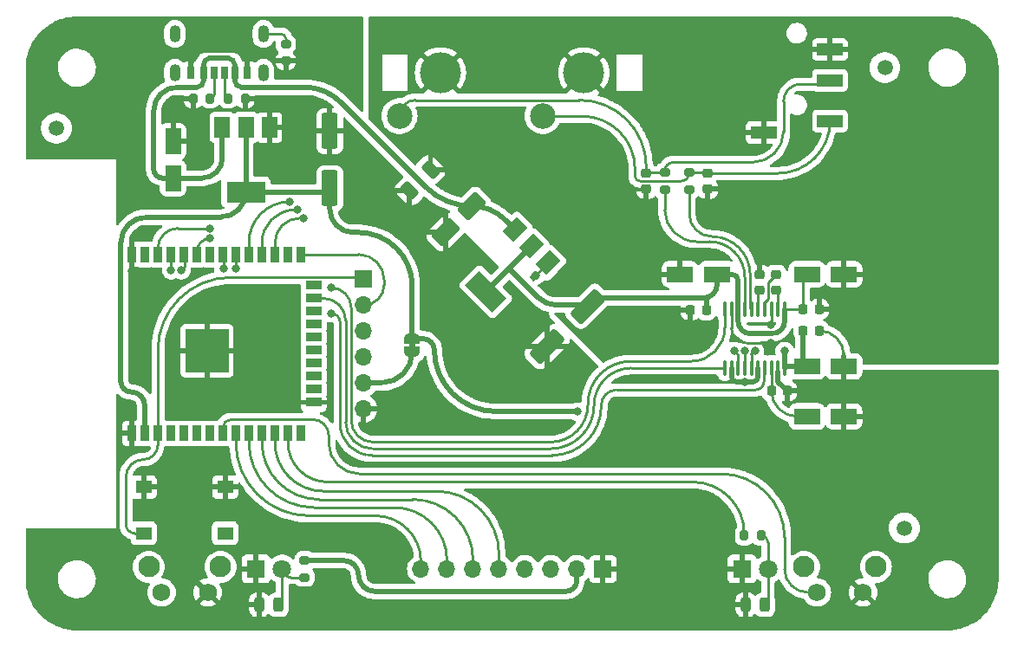
<source format=gtl>
G04 #@! TF.GenerationSoftware,KiCad,Pcbnew,7.0.0-da2b9df05c~163~ubuntu22.04.1*
G04 #@! TF.CreationDate,2023-02-20T23:21:24+01:00*
G04 #@! TF.ProjectId,Bluetooth_receiver,426c7565-746f-46f7-9468-5f7265636569,rev?*
G04 #@! TF.SameCoordinates,Original*
G04 #@! TF.FileFunction,Copper,L1,Top*
G04 #@! TF.FilePolarity,Positive*
%FSLAX46Y46*%
G04 Gerber Fmt 4.6, Leading zero omitted, Abs format (unit mm)*
G04 Created by KiCad (PCBNEW 7.0.0-da2b9df05c~163~ubuntu22.04.1) date 2023-02-20 23:21:24*
%MOMM*%
%LPD*%
G01*
G04 APERTURE LIST*
G04 Aperture macros list*
%AMRoundRect*
0 Rectangle with rounded corners*
0 $1 Rounding radius*
0 $2 $3 $4 $5 $6 $7 $8 $9 X,Y pos of 4 corners*
0 Add a 4 corners polygon primitive as box body*
4,1,4,$2,$3,$4,$5,$6,$7,$8,$9,$2,$3,0*
0 Add four circle primitives for the rounded corners*
1,1,$1+$1,$2,$3*
1,1,$1+$1,$4,$5*
1,1,$1+$1,$6,$7*
1,1,$1+$1,$8,$9*
0 Add four rect primitives between the rounded corners*
20,1,$1+$1,$2,$3,$4,$5,0*
20,1,$1+$1,$4,$5,$6,$7,0*
20,1,$1+$1,$6,$7,$8,$9,0*
20,1,$1+$1,$8,$9,$2,$3,0*%
%AMRotRect*
0 Rectangle, with rotation*
0 The origin of the aperture is its center*
0 $1 length*
0 $2 width*
0 $3 Rotation angle, in degrees counterclockwise*
0 Add horizontal line*
21,1,$1,$2,0,0,$3*%
%AMFreePoly0*
4,1,19,0.500000,-0.750000,0.000000,-0.750000,0.000000,-0.744911,-0.071157,-0.744911,-0.207708,-0.704816,-0.327430,-0.627875,-0.420627,-0.520320,-0.479746,-0.390866,-0.500000,-0.250000,-0.500000,0.250000,-0.479746,0.390866,-0.420627,0.520320,-0.327430,0.627875,-0.207708,0.704816,-0.071157,0.744911,0.000000,0.744911,0.000000,0.750000,0.500000,0.750000,0.500000,-0.750000,0.500000,-0.750000,
$1*%
%AMFreePoly1*
4,1,19,0.000000,0.744911,0.071157,0.744911,0.207708,0.704816,0.327430,0.627875,0.420627,0.520320,0.479746,0.390866,0.500000,0.250000,0.500000,-0.250000,0.479746,-0.390866,0.420627,-0.520320,0.327430,-0.627875,0.207708,-0.704816,0.071157,-0.744911,0.000000,-0.744911,0.000000,-0.750000,-0.500000,-0.750000,-0.500000,0.750000,0.000000,0.750000,0.000000,0.744911,0.000000,0.744911,
$1*%
G04 Aperture macros list end*
G04 #@! TA.AperFunction,SMDPad,CuDef*
%ADD10C,1.500000*%
G04 #@! TD*
G04 #@! TA.AperFunction,SMDPad,CuDef*
%ADD11RoundRect,0.243750X-0.243750X-0.456250X0.243750X-0.456250X0.243750X0.456250X-0.243750X0.456250X0*%
G04 #@! TD*
G04 #@! TA.AperFunction,SMDPad,CuDef*
%ADD12R,0.700000X1.200000*%
G04 #@! TD*
G04 #@! TA.AperFunction,SMDPad,CuDef*
%ADD13R,0.760000X1.200000*%
G04 #@! TD*
G04 #@! TA.AperFunction,SMDPad,CuDef*
%ADD14R,0.800000X1.200000*%
G04 #@! TD*
G04 #@! TA.AperFunction,ComponentPad*
%ADD15O,1.100000X1.700000*%
G04 #@! TD*
G04 #@! TA.AperFunction,SMDPad,CuDef*
%ADD16RoundRect,0.250000X-1.050000X-0.550000X1.050000X-0.550000X1.050000X0.550000X-1.050000X0.550000X0*%
G04 #@! TD*
G04 #@! TA.AperFunction,SMDPad,CuDef*
%ADD17RoundRect,0.200000X-0.275000X0.200000X-0.275000X-0.200000X0.275000X-0.200000X0.275000X0.200000X0*%
G04 #@! TD*
G04 #@! TA.AperFunction,SMDPad,CuDef*
%ADD18R,1.500000X2.000000*%
G04 #@! TD*
G04 #@! TA.AperFunction,SMDPad,CuDef*
%ADD19R,3.800000X2.000000*%
G04 #@! TD*
G04 #@! TA.AperFunction,ComponentPad*
%ADD20C,2.500000*%
G04 #@! TD*
G04 #@! TA.AperFunction,ComponentPad*
%ADD21C,4.000000*%
G04 #@! TD*
G04 #@! TA.AperFunction,SMDPad,CuDef*
%ADD22RoundRect,0.225000X-0.250000X0.225000X-0.250000X-0.225000X0.250000X-0.225000X0.250000X0.225000X0*%
G04 #@! TD*
G04 #@! TA.AperFunction,SMDPad,CuDef*
%ADD23RoundRect,0.225000X0.225000X0.250000X-0.225000X0.250000X-0.225000X-0.250000X0.225000X-0.250000X0*%
G04 #@! TD*
G04 #@! TA.AperFunction,SMDPad,CuDef*
%ADD24RoundRect,0.200000X0.200000X0.275000X-0.200000X0.275000X-0.200000X-0.275000X0.200000X-0.275000X0*%
G04 #@! TD*
G04 #@! TA.AperFunction,SMDPad,CuDef*
%ADD25RoundRect,0.200000X0.275000X-0.200000X0.275000X0.200000X-0.275000X0.200000X-0.275000X-0.200000X0*%
G04 #@! TD*
G04 #@! TA.AperFunction,SMDPad,CuDef*
%ADD26RoundRect,0.250000X0.550000X-1.500000X0.550000X1.500000X-0.550000X1.500000X-0.550000X-1.500000X0*%
G04 #@! TD*
G04 #@! TA.AperFunction,SMDPad,CuDef*
%ADD27RoundRect,0.225000X-0.225000X-0.250000X0.225000X-0.250000X0.225000X0.250000X-0.225000X0.250000X0*%
G04 #@! TD*
G04 #@! TA.AperFunction,SMDPad,CuDef*
%ADD28RotRect,2.000000X1.500000X225.000000*%
G04 #@! TD*
G04 #@! TA.AperFunction,SMDPad,CuDef*
%ADD29RotRect,2.000000X3.800000X225.000000*%
G04 #@! TD*
G04 #@! TA.AperFunction,SMDPad,CuDef*
%ADD30RoundRect,0.250000X0.353553X1.131371X-1.131371X-0.353553X-0.353553X-1.131371X1.131371X0.353553X0*%
G04 #@! TD*
G04 #@! TA.AperFunction,SMDPad,CuDef*
%ADD31RoundRect,0.250000X0.671751X1.449569X-1.449569X-0.671751X-0.671751X-1.449569X1.449569X0.671751X0*%
G04 #@! TD*
G04 #@! TA.AperFunction,SMDPad,CuDef*
%ADD32RoundRect,0.225000X0.250000X-0.225000X0.250000X0.225000X-0.250000X0.225000X-0.250000X-0.225000X0*%
G04 #@! TD*
G04 #@! TA.AperFunction,ComponentPad*
%ADD33C,2.100000*%
G04 #@! TD*
G04 #@! TA.AperFunction,ComponentPad*
%ADD34C,1.750000*%
G04 #@! TD*
G04 #@! TA.AperFunction,SMDPad,CuDef*
%ADD35FreePoly0,90.000000*%
G04 #@! TD*
G04 #@! TA.AperFunction,SMDPad,CuDef*
%ADD36FreePoly1,90.000000*%
G04 #@! TD*
G04 #@! TA.AperFunction,SMDPad,CuDef*
%ADD37RoundRect,0.250000X0.220971X-0.662913X0.662913X-0.220971X-0.220971X0.662913X-0.662913X0.220971X0*%
G04 #@! TD*
G04 #@! TA.AperFunction,SMDPad,CuDef*
%ADD38R,2.500000X1.200000*%
G04 #@! TD*
G04 #@! TA.AperFunction,ComponentPad*
%ADD39R,1.800000X1.800000*%
G04 #@! TD*
G04 #@! TA.AperFunction,ComponentPad*
%ADD40C,1.800000*%
G04 #@! TD*
G04 #@! TA.AperFunction,ComponentPad*
%ADD41R,1.700000X1.700000*%
G04 #@! TD*
G04 #@! TA.AperFunction,ComponentPad*
%ADD42O,1.700000X1.700000*%
G04 #@! TD*
G04 #@! TA.AperFunction,SMDPad,CuDef*
%ADD43RoundRect,0.250000X1.050000X0.550000X-1.050000X0.550000X-1.050000X-0.550000X1.050000X-0.550000X0*%
G04 #@! TD*
G04 #@! TA.AperFunction,SMDPad,CuDef*
%ADD44RoundRect,0.100000X-0.100000X0.637500X-0.100000X-0.637500X0.100000X-0.637500X0.100000X0.637500X0*%
G04 #@! TD*
G04 #@! TA.AperFunction,SMDPad,CuDef*
%ADD45R,0.900000X1.500000*%
G04 #@! TD*
G04 #@! TA.AperFunction,SMDPad,CuDef*
%ADD46R,1.500000X0.900000*%
G04 #@! TD*
G04 #@! TA.AperFunction,SMDPad,CuDef*
%ADD47R,1.050000X1.050000*%
G04 #@! TD*
G04 #@! TA.AperFunction,HeatsinkPad*
%ADD48C,0.600000*%
G04 #@! TD*
G04 #@! TA.AperFunction,SMDPad,CuDef*
%ADD49R,4.200000X4.200000*%
G04 #@! TD*
G04 #@! TA.AperFunction,SMDPad,CuDef*
%ADD50RoundRect,0.200000X-0.200000X-0.275000X0.200000X-0.275000X0.200000X0.275000X-0.200000X0.275000X0*%
G04 #@! TD*
G04 #@! TA.AperFunction,SMDPad,CuDef*
%ADD51R,1.550000X1.300000*%
G04 #@! TD*
G04 #@! TA.AperFunction,SMDPad,CuDef*
%ADD52RoundRect,0.250000X0.550000X-1.050000X0.550000X1.050000X-0.550000X1.050000X-0.550000X-1.050000X0*%
G04 #@! TD*
G04 #@! TA.AperFunction,ViaPad*
%ADD53C,0.800000*%
G04 #@! TD*
G04 #@! TA.AperFunction,Conductor*
%ADD54C,0.500000*%
G04 #@! TD*
G04 #@! TA.AperFunction,Conductor*
%ADD55C,0.250000*%
G04 #@! TD*
G04 APERTURE END LIST*
G04 #@! TO.C,JP1*
G36*
X-9450000Y-2400000D02*
G01*
X-10050000Y-2400000D01*
X-10050000Y-1900000D01*
X-9450000Y-1900000D01*
X-9450000Y-2400000D01*
G37*
G04 #@! TD*
D10*
G04 #@! TO.P,FID3,*
G04 #@! TO.N,*
X36400000Y25000000D03*
G04 #@! TD*
D11*
G04 #@! TO.P,D3,1,K*
G04 #@! TO.N,GND*
X-24687500Y-27500000D03*
G04 #@! TO.P,D3,2,A*
G04 #@! TO.N,Net-(D1-A)*
X-22812500Y-27500000D03*
G04 #@! TD*
D12*
G04 #@! TO.P,J1,A5,CC1*
G04 #@! TO.N,Net-(J1-CC1)*
X-28099999Y24499999D03*
D13*
G04 #@! TO.P,J1,A9,VBUS*
G04 #@! TO.N,VBUS*
X-30119999Y24499999D03*
D14*
G04 #@! TO.P,J1,A12,GND*
G04 #@! TO.N,GND*
X-31349999Y24499999D03*
D12*
G04 #@! TO.P,J1,B5,CC2*
G04 #@! TO.N,Net-(J1-CC2)*
X-29099999Y24499999D03*
D13*
G04 #@! TO.P,J1,B9,VBUS*
G04 #@! TO.N,VBUS*
X-27079999Y24499999D03*
D14*
G04 #@! TO.P,J1,B12,GND*
G04 #@! TO.N,GND*
X-25849999Y24499999D03*
D15*
G04 #@! TO.P,J1,S1,SHIELD*
G04 #@! TO.N,Net-(J1-SHIELD)*
X-24279999Y24499999D03*
X-24279999Y28299999D03*
X-32919999Y24499999D03*
X-32919999Y28299999D03*
G04 #@! TD*
D16*
G04 #@! TO.P,C8,1*
G04 #@! TO.N,+3.3V*
X28800000Y-4200000D03*
G04 #@! TO.P,C8,2*
G04 #@! TO.N,GND*
X32400000Y-4200000D03*
G04 #@! TD*
D11*
G04 #@! TO.P,D4,1,K*
G04 #@! TO.N,GND*
X22812500Y-27500000D03*
G04 #@! TO.P,D4,2,A*
G04 #@! TO.N,Net-(D2-A)*
X24687500Y-27500000D03*
G04 #@! TD*
D17*
G04 #@! TO.P,R1,1*
G04 #@! TO.N,Net-(J1-SHIELD)*
X-22100000Y27325000D03*
G04 #@! TO.P,R1,2*
G04 #@! TO.N,GND*
X-22100000Y25675000D03*
G04 #@! TD*
D18*
G04 #@! TO.P,U2,1,GND*
G04 #@! TO.N,GND*
X-23699999Y19149999D03*
G04 #@! TO.P,U2,2,VO*
G04 #@! TO.N,+3.3V*
X-25999999Y19149999D03*
D19*
X-25999999Y12849999D03*
D18*
G04 #@! TO.P,U2,3,VI*
G04 #@! TO.N,VBUS*
X-28299999Y19149999D03*
G04 #@! TD*
D17*
G04 #@! TO.P,R7,1*
G04 #@! TO.N,R_LINE_OUT*
X14900000Y14725000D03*
G04 #@! TO.P,R7,2*
G04 #@! TO.N,Net-(U4-OUTR)*
X14900000Y13075000D03*
G04 #@! TD*
D20*
G04 #@! TO.P,J5,1,IN1*
G04 #@! TO.N,L_LINE_OUT*
X3000000Y20260000D03*
G04 #@! TO.P,J5,2,IN2*
G04 #@! TO.N,R_LINE_OUT*
X-11000000Y20260000D03*
D21*
G04 #@! TO.P,J5,3,EXT*
G04 #@! TO.N,GNDA*
X-7000000Y24500000D03*
X7000000Y24500000D03*
G04 #@! TD*
D22*
G04 #@! TO.P,C14,1*
G04 #@! TO.N,R_LINE_OUT*
X13100000Y14675000D03*
G04 #@! TO.P,C14,2*
G04 #@! TO.N,GNDA*
X13100000Y13125000D03*
G04 #@! TD*
D23*
G04 #@! TO.P,C15,1*
G04 #@! TO.N,+3.3VA*
X18975000Y1300000D03*
G04 #@! TO.P,C15,2*
G04 #@! TO.N,GNDA*
X17425000Y1300000D03*
G04 #@! TD*
D24*
G04 #@! TO.P,R5,1*
G04 #@! TO.N,Net-(D2-A)*
X24325000Y-20750000D03*
G04 #@! TO.P,R5,2*
G04 #@! TO.N,LED*
X22675000Y-20750000D03*
G04 #@! TD*
D25*
G04 #@! TO.P,R4,1*
G04 #@! TO.N,Net-(D1-A)*
X-20250000Y-24825000D03*
G04 #@! TO.P,R4,2*
G04 #@! TO.N,+3.3V*
X-20250000Y-23175000D03*
G04 #@! TD*
D22*
G04 #@! TO.P,C12,1*
G04 #@! TO.N,L_LINE_OUT*
X19100000Y14675000D03*
G04 #@! TO.P,C12,2*
G04 #@! TO.N,GNDA*
X19100000Y13125000D03*
G04 #@! TD*
D26*
G04 #@! TO.P,C3,1*
G04 #@! TO.N,+3.3V*
X-17800000Y13200000D03*
G04 #@! TO.P,C3,2*
G04 #@! TO.N,GND*
X-17800000Y18800000D03*
G04 #@! TD*
D27*
G04 #@! TO.P,C5,1*
G04 #@! TO.N,+3.3VA*
X28425000Y1400000D03*
G04 #@! TO.P,C5,2*
G04 #@! TO.N,GNDA*
X29975000Y1400000D03*
G04 #@! TD*
D28*
G04 #@! TO.P,U3,1,GND*
G04 #@! TO.N,GND*
X3522003Y5924440D03*
G04 #@! TO.P,U3,2,VO*
G04 #@! TO.N,+3.3VA*
X1895657Y7550785D03*
D29*
X-2559113Y3096013D03*
D28*
G04 #@! TO.P,U3,3,VI*
G04 #@! TO.N,VBUS*
X269312Y9177131D03*
G04 #@! TD*
D30*
G04 #@! TO.P,C2,1*
G04 #@! TO.N,VBUS*
X-3937973Y11475230D03*
G04 #@! TO.P,C2,2*
G04 #@! TO.N,GND*
X-6483557Y8929646D03*
G04 #@! TD*
D31*
G04 #@! TO.P,C4,1*
G04 #@! TO.N,+3.3VA*
X7379899Y1679899D03*
G04 #@! TO.P,C4,2*
G04 #@! TO.N,GND*
X3420101Y-2279899D03*
G04 #@! TD*
D27*
G04 #@! TO.P,C11,1*
G04 #@! TO.N,Net-(U4-LDOO)*
X25325000Y-6600000D03*
G04 #@! TO.P,C11,2*
G04 #@! TO.N,GND*
X26875000Y-6600000D03*
G04 #@! TD*
D32*
G04 #@! TO.P,C10,1*
G04 #@! TO.N,Net-(U4-VNEG)*
X24200000Y3225000D03*
G04 #@! TO.P,C10,2*
G04 #@! TO.N,GNDA*
X24200000Y4775000D03*
G04 #@! TD*
D33*
G04 #@! TO.P,SW1,*
G04 #@! TO.N,*
X35525000Y-23797500D03*
X28515000Y-23797500D03*
D34*
G04 #@! TO.P,SW1,1,1*
G04 #@! TO.N,GND*
X34275000Y-26287500D03*
G04 #@! TO.P,SW1,2,2*
G04 #@! TO.N,BTN_1*
X29775000Y-26287500D03*
G04 #@! TD*
D35*
G04 #@! TO.P,JP1,1,A*
G04 #@! TO.N,Net-(J3-Pin_5)*
X-9750000Y-2800000D03*
D36*
G04 #@! TO.P,JP1,2,B*
G04 #@! TO.N,+3.3V*
X-9750000Y-1500000D03*
G04 #@! TD*
D32*
G04 #@! TO.P,C9,1*
G04 #@! TO.N,Net-(U4-CAPP)*
X25800000Y3225000D03*
G04 #@! TO.P,C9,2*
G04 #@! TO.N,Net-(U4-CAPM)*
X25800000Y4775000D03*
G04 #@! TD*
D37*
G04 #@! TO.P,R8,1*
G04 #@! TO.N,GND*
X-10034144Y12965856D03*
G04 #@! TO.P,R8,2*
G04 #@! TO.N,GNDA*
X-7965856Y15034144D03*
G04 #@! TD*
D38*
G04 #@! TO.P,J4,R1*
G04 #@! TO.N,R_LINE_OUT*
X31049999Y23774999D03*
G04 #@! TO.P,J4,R2*
G04 #@! TO.N,GNDA*
X31049999Y26774999D03*
G04 #@! TO.P,J4,S*
X24549999Y18674999D03*
G04 #@! TO.P,J4,T*
G04 #@! TO.N,L_LINE_OUT*
X31049999Y19774999D03*
G04 #@! TD*
D39*
G04 #@! TO.P,D1,1,K*
G04 #@! TO.N,GND*
X-24999999Y-23999999D03*
D40*
G04 #@! TO.P,D1,2,A*
G04 #@! TO.N,Net-(D1-A)*
X-22460000Y-24000000D03*
G04 #@! TD*
D16*
G04 #@! TO.P,C7,1*
G04 #@! TO.N,+3.3VA*
X28800000Y4800000D03*
G04 #@! TO.P,C7,2*
G04 #@! TO.N,GNDA*
X32400000Y4800000D03*
G04 #@! TD*
D41*
G04 #@! TO.P,J3,1,Pin_1*
G04 #@! TO.N,EN*
X-14499999Y4349999D03*
D42*
G04 #@! TO.P,J3,2,Pin_2*
G04 #@! TO.N,BOOT*
X-14499999Y1809999D03*
G04 #@! TO.P,J3,3,Pin_3*
G04 #@! TO.N,RX*
X-14499999Y-729999D03*
G04 #@! TO.P,J3,4,Pin_4*
G04 #@! TO.N,TX*
X-14499999Y-3269999D03*
G04 #@! TO.P,J3,5,Pin_5*
G04 #@! TO.N,Net-(J3-Pin_5)*
X-14499999Y-5809999D03*
G04 #@! TO.P,J3,6,Pin_6*
G04 #@! TO.N,GND*
X-14499999Y-8349999D03*
G04 #@! TD*
D43*
G04 #@! TO.P,C16,1*
G04 #@! TO.N,+3.3VA*
X20000000Y4800000D03*
G04 #@! TO.P,C16,2*
G04 #@! TO.N,GNDA*
X16400000Y4800000D03*
G04 #@! TD*
D10*
G04 #@! TO.P,FID1,*
G04 #@! TO.N,*
X-44500000Y19100000D03*
G04 #@! TD*
D44*
G04 #@! TO.P,U4,1,CPVDD*
G04 #@! TO.N,+3.3VA*
X26625000Y1362500D03*
G04 #@! TO.P,U4,2,CAPP*
G04 #@! TO.N,Net-(U4-CAPP)*
X25975000Y1362500D03*
G04 #@! TO.P,U4,3,CPGND*
G04 #@! TO.N,GNDA*
X25325000Y1362500D03*
G04 #@! TO.P,U4,4,CAPM*
G04 #@! TO.N,Net-(U4-CAPM)*
X24675000Y1362500D03*
G04 #@! TO.P,U4,5,VNEG*
G04 #@! TO.N,Net-(U4-VNEG)*
X24025000Y1362500D03*
G04 #@! TO.P,U4,6,OUTL*
G04 #@! TO.N,Net-(U4-OUTL)*
X23375000Y1362500D03*
G04 #@! TO.P,U4,7,OUTR*
G04 #@! TO.N,Net-(U4-OUTR)*
X22725000Y1362500D03*
G04 #@! TO.P,U4,8,AVDD*
G04 #@! TO.N,+3.3VA*
X22075000Y1362500D03*
G04 #@! TO.P,U4,9,AGND*
G04 #@! TO.N,GNDA*
X21425000Y1362500D03*
G04 #@! TO.P,U4,10,DEMP*
G04 #@! TO.N,D-EMP*
X20775000Y1362500D03*
G04 #@! TO.P,U4,11,FLT*
G04 #@! TO.N,filter*
X20775000Y-4362500D03*
G04 #@! TO.P,U4,12,SCK*
G04 #@! TO.N,GND*
X21425000Y-4362500D03*
G04 #@! TO.P,U4,13,BCK*
G04 #@! TO.N,I2S_CLK*
X22075000Y-4362500D03*
G04 #@! TO.P,U4,14,DIN*
G04 #@! TO.N,I2S_OUT*
X22725000Y-4362500D03*
G04 #@! TO.P,U4,15,LRCK*
G04 #@! TO.N,I2S_WS*
X23375000Y-4362500D03*
G04 #@! TO.P,U4,16,FMT*
G04 #@! TO.N,GND*
X24025000Y-4362500D03*
G04 #@! TO.P,U4,17,XSMT*
G04 #@! TO.N,soft_mute*
X24675000Y-4362500D03*
G04 #@! TO.P,U4,18,LDOO*
G04 #@! TO.N,Net-(U4-LDOO)*
X25325000Y-4362500D03*
G04 #@! TO.P,U4,19,DGND*
G04 #@! TO.N,GND*
X25975000Y-4362500D03*
G04 #@! TO.P,U4,20,DVDD*
G04 #@! TO.N,+3.3V*
X26625000Y-4362500D03*
G04 #@! TD*
D16*
G04 #@! TO.P,C13,1*
G04 #@! TO.N,Net-(U4-LDOO)*
X28800000Y-9100000D03*
G04 #@! TO.P,C13,2*
G04 #@! TO.N,GND*
X32400000Y-9100000D03*
G04 #@! TD*
D45*
G04 #@! TO.P,U1,1,GND*
G04 #@! TO.N,GND*
X-37134999Y-10749999D03*
G04 #@! TO.P,U1,2,VDD*
G04 #@! TO.N,+3.3V*
X-35864999Y-10749999D03*
G04 #@! TO.P,U1,3,EN*
G04 #@! TO.N,EN*
X-34594999Y-10749999D03*
G04 #@! TO.P,U1,4,SENSOR_VP*
G04 #@! TO.N,unconnected-(U1-SENSOR_VP-Pad4)*
X-33324999Y-10749999D03*
G04 #@! TO.P,U1,5,SENSOR_VN*
G04 #@! TO.N,unconnected-(U1-SENSOR_VN-Pad5)*
X-32054999Y-10749999D03*
G04 #@! TO.P,U1,6,IO34*
G04 #@! TO.N,unconnected-(U1-IO34-Pad6)*
X-30784999Y-10749999D03*
G04 #@! TO.P,U1,7,IO35*
G04 #@! TO.N,unconnected-(U1-IO35-Pad7)*
X-29514999Y-10749999D03*
G04 #@! TO.P,U1,8,IO32*
G04 #@! TO.N,BTN_1*
X-28244999Y-10749999D03*
G04 #@! TO.P,U1,9,IO33*
G04 #@! TO.N,TFT_BLK*
X-26974999Y-10749999D03*
G04 #@! TO.P,U1,10,IO25*
G04 #@! TO.N,TFT_CS*
X-25704999Y-10749999D03*
G04 #@! TO.P,U1,11,IO26*
G04 #@! TO.N,TFT_DC*
X-24434999Y-10749999D03*
G04 #@! TO.P,U1,12,IO27*
G04 #@! TO.N,TFT_RST*
X-23164999Y-10749999D03*
G04 #@! TO.P,U1,13,IO14*
G04 #@! TO.N,LED*
X-21894999Y-10749999D03*
G04 #@! TO.P,U1,14,IO12*
G04 #@! TO.N,unconnected-(U1-IO12-Pad14)*
X-20624999Y-10749999D03*
D46*
G04 #@! TO.P,U1,15,GND*
G04 #@! TO.N,GND*
X-19374999Y-7709999D03*
G04 #@! TO.P,U1,16,IO13*
G04 #@! TO.N,unconnected-(U1-IO13-Pad16)*
X-19374999Y-6439999D03*
G04 #@! TO.P,U1,17,SHD/SD2*
G04 #@! TO.N,unconnected-(U1-SHD{slash}SD2-Pad17)*
X-19374999Y-5169999D03*
G04 #@! TO.P,U1,18,SWP/SD3*
G04 #@! TO.N,unconnected-(U1-SWP{slash}SD3-Pad18)*
X-19374999Y-3899999D03*
G04 #@! TO.P,U1,19,SCS/CMD*
G04 #@! TO.N,unconnected-(U1-SCS{slash}CMD-Pad19)*
X-19374999Y-2629999D03*
G04 #@! TO.P,U1,20,SCK/CLK*
G04 #@! TO.N,unconnected-(U1-SCK{slash}CLK-Pad20)*
X-19374999Y-1359999D03*
G04 #@! TO.P,U1,21,SDO/SD0*
G04 #@! TO.N,unconnected-(U1-SDO{slash}SD0-Pad21)*
X-19374999Y-89999D03*
G04 #@! TO.P,U1,22,SDI/SD1*
G04 #@! TO.N,unconnected-(U1-SDI{slash}SD1-Pad22)*
X-19374999Y1179999D03*
G04 #@! TO.P,U1,23,IO15*
G04 #@! TO.N,filter*
X-19374999Y2449999D03*
G04 #@! TO.P,U1,24,IO2*
G04 #@! TO.N,unconnected-(U1-IO2-Pad24)*
X-19374999Y3719999D03*
D45*
G04 #@! TO.P,U1,25,IO0*
G04 #@! TO.N,BOOT*
X-20624999Y6749999D03*
G04 #@! TO.P,U1,26,IO4*
G04 #@! TO.N,unconnected-(U1-IO4-Pad26)*
X-21894999Y6749999D03*
G04 #@! TO.P,U1,27,IO16*
G04 #@! TO.N,I2S_CLK*
X-23164999Y6749999D03*
G04 #@! TO.P,U1,28,IO17*
G04 #@! TO.N,I2S_OUT*
X-24434999Y6749999D03*
G04 #@! TO.P,U1,29,IO5*
G04 #@! TO.N,I2S_WS*
X-25704999Y6749999D03*
G04 #@! TO.P,U1,30,IO18*
G04 #@! TO.N,D-EMP*
X-26974999Y6749999D03*
G04 #@! TO.P,U1,31,IO19*
G04 #@! TO.N,soft_mute*
X-28244999Y6749999D03*
G04 #@! TO.P,U1,32,NC*
G04 #@! TO.N,unconnected-(U1-NC-Pad32)*
X-29514999Y6749999D03*
G04 #@! TO.P,U1,33,IO21*
G04 #@! TO.N,SDA*
X-30784999Y6749999D03*
G04 #@! TO.P,U1,34,RXD0/IO3*
G04 #@! TO.N,RX*
X-32054999Y6749999D03*
G04 #@! TO.P,U1,35,TXD0/IO1*
G04 #@! TO.N,TX*
X-33324999Y6749999D03*
G04 #@! TO.P,U1,36,IO22*
G04 #@! TO.N,SCL*
X-34594999Y6749999D03*
G04 #@! TO.P,U1,37,IO23*
G04 #@! TO.N,unconnected-(U1-IO23-Pad37)*
X-35864999Y6749999D03*
G04 #@! TO.P,U1,38,GND*
G04 #@! TO.N,GND*
X-37134999Y6749999D03*
D47*
G04 #@! TO.P,U1,39,GND*
X-31319999Y-4204999D03*
D48*
X-30557500Y-4205000D03*
D47*
X-29794999Y-4204999D03*
D48*
X-29032500Y-4205000D03*
D47*
X-28269999Y-4204999D03*
D48*
X-31320000Y-3442500D03*
X-29795000Y-3442500D03*
X-28270000Y-3442500D03*
D47*
X-31319999Y-2679999D03*
D48*
X-30557500Y-2680000D03*
D47*
X-29794999Y-2679999D03*
D49*
X-29794999Y-2679999D03*
D48*
X-29032500Y-2680000D03*
D47*
X-28269999Y-2679999D03*
D48*
X-31320000Y-1917500D03*
X-29795000Y-1917500D03*
X-28270000Y-1917500D03*
D47*
X-31319999Y-1154999D03*
D48*
X-30557500Y-1155000D03*
D47*
X-29794999Y-1154999D03*
D48*
X-29032500Y-1155000D03*
D47*
X-28269999Y-1154999D03*
G04 #@! TD*
D50*
G04 #@! TO.P,R3,1*
G04 #@! TO.N,Net-(J1-CC1)*
X-27725000Y22000000D03*
G04 #@! TO.P,R3,2*
G04 #@! TO.N,GND*
X-26075000Y22000000D03*
G04 #@! TD*
D39*
G04 #@! TO.P,D2,1,K*
G04 #@! TO.N,GND*
X22459999Y-23999999D03*
D40*
G04 #@! TO.P,D2,2,A*
G04 #@! TO.N,Net-(D2-A)*
X25000000Y-24000000D03*
G04 #@! TD*
D24*
G04 #@! TO.P,R2,1*
G04 #@! TO.N,Net-(J1-CC2)*
X-29475000Y22000000D03*
G04 #@! TO.P,R2,2*
G04 #@! TO.N,GND*
X-31125000Y22000000D03*
G04 #@! TD*
D51*
G04 #@! TO.P,SW3,1,1*
G04 #@! TO.N,GND*
X-35974999Y-15999999D03*
X-28024999Y-15999999D03*
G04 #@! TO.P,SW3,2,2*
G04 #@! TO.N,EN*
X-35974999Y-20499999D03*
X-28024999Y-20499999D03*
G04 #@! TD*
D10*
G04 #@! TO.P,FID2,*
G04 #@! TO.N,*
X38300000Y-20000000D03*
G04 #@! TD*
D27*
G04 #@! TO.P,C6,1*
G04 #@! TO.N,+3.3V*
X28425000Y-700000D03*
G04 #@! TO.P,C6,2*
G04 #@! TO.N,GND*
X29975000Y-700000D03*
G04 #@! TD*
D52*
G04 #@! TO.P,C1,1*
G04 #@! TO.N,VBUS*
X-33100000Y14200000D03*
G04 #@! TO.P,C1,2*
G04 #@! TO.N,GND*
X-33100000Y17800000D03*
G04 #@! TD*
D17*
G04 #@! TO.P,R6,1*
G04 #@! TO.N,L_LINE_OUT*
X17300000Y14725000D03*
G04 #@! TO.P,R6,2*
G04 #@! TO.N,Net-(U4-OUTL)*
X17300000Y13075000D03*
G04 #@! TD*
D33*
G04 #@! TO.P,SW2,*
G04 #@! TO.N,*
X-28475000Y-23797500D03*
X-35485000Y-23797500D03*
D34*
G04 #@! TO.P,SW2,1,1*
G04 #@! TO.N,GND*
X-29725000Y-26287500D03*
G04 #@! TO.P,SW2,2,2*
G04 #@! TO.N,BOOT*
X-34225000Y-26287500D03*
G04 #@! TD*
D41*
G04 #@! TO.P,J2,1,Pin_1*
G04 #@! TO.N,GND*
X8874999Y-23999999D03*
D42*
G04 #@! TO.P,J2,2,Pin_2*
G04 #@! TO.N,+3.3V*
X6334999Y-23999999D03*
G04 #@! TO.P,J2,3,Pin_3*
G04 #@! TO.N,SCL*
X3794999Y-23999999D03*
G04 #@! TO.P,J2,4,Pin_4*
G04 #@! TO.N,SDA*
X1254999Y-23999999D03*
G04 #@! TO.P,J2,5,Pin_5*
G04 #@! TO.N,TFT_RST*
X-1284999Y-23999999D03*
G04 #@! TO.P,J2,6,Pin_6*
G04 #@! TO.N,TFT_DC*
X-3824999Y-23999999D03*
G04 #@! TO.P,J2,7,Pin_7*
G04 #@! TO.N,TFT_CS*
X-6364999Y-23999999D03*
G04 #@! TO.P,J2,8,Pin_8*
G04 #@! TO.N,TFT_BLK*
X-8904999Y-23999999D03*
G04 #@! TD*
D53*
G04 #@! TO.N,GND*
X22700000Y-5700000D03*
X28100000Y-6600000D03*
X-37100000Y5100000D03*
X-28700000Y27700000D03*
X-19800000Y18800000D03*
X-31400000Y17800000D03*
X2300000Y4700000D03*
X800000Y1200000D03*
G04 #@! TO.N,GNDA*
X12500000Y-1600000D03*
X24200000Y6000000D03*
X25300000Y-100000D03*
X12500000Y6000000D03*
X25300000Y-1900000D03*
G04 #@! TO.N,+3.3V*
X26600000Y-2700000D03*
X6400000Y-8630549D03*
G04 #@! TO.N,SCL*
X-29500000Y9300000D03*
G04 #@! TO.N,SDA*
X-29500000Y8300000D03*
G04 #@! TO.N,I2S_WS*
X-21700000Y11900000D03*
X23699503Y-2700000D03*
G04 #@! TO.N,I2S_OUT*
X-21000000Y11100000D03*
X22700000Y-2700000D03*
G04 #@! TO.N,I2S_CLK*
X-20400000Y10300000D03*
X21700497Y-2700000D03*
G04 #@! TO.N,D-EMP*
X-27000000Y5400000D03*
X-17700000Y3500000D03*
G04 #@! TO.N,soft_mute*
X-17700000Y1000000D03*
X-28200000Y5400000D03*
G04 #@! TO.N,RX*
X-32300497Y5200000D03*
G04 #@! TO.N,TX*
X-33300000Y5200000D03*
G04 #@! TD*
D54*
G04 #@! TO.N,VBUS*
X-30120000Y24500000D02*
X-30120000Y25344589D01*
X-33100000Y14200000D02*
X-34134451Y14200000D01*
X-33100000Y14200000D02*
X-30281208Y14200000D01*
X-678785Y10125230D02*
X269313Y9177132D01*
X-30120000Y24500000D02*
X-30120000Y23730000D01*
X-16700000Y21600000D02*
X-8440052Y13340052D01*
X-26450000Y23100000D02*
X-20321320Y23100000D01*
X-29564589Y25900000D02*
X-27696005Y25900000D01*
X-27100000Y25303995D02*
X-27100000Y24520000D01*
X-28300000Y16181208D02*
X-28300000Y19150000D01*
X-35000000Y20779342D02*
X-35000000Y15065549D01*
X-27080000Y24500000D02*
X-27080000Y23730000D01*
X-30750000Y23100000D02*
X-32679342Y23100000D01*
X-27100000Y25303995D02*
G75*
G03*
X-27696005Y25900000I-596000J5D01*
G01*
X-30281208Y14200000D02*
G75*
G03*
X-28300000Y16181208I8J1981200D01*
G01*
X-678790Y10125225D02*
G75*
G03*
X-3937973Y11475230I-3259210J-3259225D01*
G01*
X-27080000Y23730000D02*
G75*
G03*
X-26450000Y23100000I630000J0D01*
G01*
X-16699994Y21600006D02*
G75*
G03*
X-20321320Y23100000I-3621306J-3621306D01*
G01*
X-27100000Y24520000D02*
G75*
G03*
X-27080000Y24500000I20000J0D01*
G01*
X-35000000Y15065549D02*
G75*
G03*
X-34134451Y14200000I865500J-49D01*
G01*
X-8440059Y13340045D02*
G75*
G03*
X-3937973Y11475230I4502059J4502055D01*
G01*
X-29564589Y25900000D02*
G75*
G03*
X-30120000Y25344589I-11J-555400D01*
G01*
X-30750000Y23100000D02*
G75*
G03*
X-30120000Y23730000I0J630000D01*
G01*
X-32679342Y23100000D02*
G75*
G03*
X-35000000Y20779342I42J-2320700D01*
G01*
D55*
G04 #@! TO.N,GND*
X3522004Y5922004D02*
X2300000Y4700000D01*
D54*
X-37135000Y6750000D02*
X-37135000Y5135000D01*
D55*
X3522004Y5924441D02*
X3522004Y5922004D01*
D54*
X-17800000Y18800000D02*
X-19800000Y18800000D01*
X23552817Y-5700000D02*
X21897183Y-5700000D01*
X24025000Y-4362500D02*
X24025000Y-5227817D01*
X-29982192Y26700000D02*
X-28700000Y26700000D01*
D55*
X32400000Y-3125000D02*
X32400000Y-4200000D01*
D54*
X-25850000Y25319461D02*
X-25850000Y24500000D01*
X-28700000Y26700000D02*
X-28700000Y27700000D01*
X-31350000Y24500000D02*
X-31350000Y25332192D01*
X-28700000Y26700000D02*
X-27230539Y26700000D01*
X26875000Y-6600000D02*
X25975000Y-5700000D01*
X-33100000Y17800000D02*
X-31400000Y17800000D01*
D55*
X26875000Y-6600000D02*
X28100000Y-6600000D01*
D54*
X25975000Y-5700000D02*
X25975000Y-4702450D01*
X-37135000Y5135000D02*
X-37100000Y5100000D01*
X21425000Y-5227817D02*
X21425000Y-4362500D01*
X-29982192Y26700000D02*
G75*
G03*
X-31350000Y25332192I-8J-1367800D01*
G01*
X-25850000Y25319461D02*
G75*
G03*
X-27230539Y26700000I-1380500J39D01*
G01*
X21425000Y-5227817D02*
G75*
G03*
X21897183Y-5700000I472200J17D01*
G01*
X23552817Y-5700000D02*
G75*
G03*
X24025000Y-5227817I-17J472200D01*
G01*
D55*
X32400000Y-3125000D02*
G75*
G03*
X29975000Y-700000I-2425000J0D01*
G01*
D54*
G04 #@! TO.N,+3.3VA*
X20000000Y4800000D02*
X20000000Y3746639D01*
X-277564Y5377564D02*
X1895658Y7550786D01*
D55*
X28425000Y1400000D02*
X26662500Y1400000D01*
D54*
X-2559114Y3096014D02*
X-277564Y5377564D01*
D55*
X28425000Y1400000D02*
X28425000Y4425000D01*
D54*
X18753361Y2500000D02*
X8200000Y2500000D01*
D55*
X28425000Y4425000D02*
X28800000Y4800000D01*
X26662500Y1400000D02*
X26625000Y1362500D01*
D54*
X-277564Y5377564D02*
X2592893Y2507107D01*
X20000000Y4800000D02*
X21472208Y4800000D01*
X22075000Y1362500D02*
X22075000Y203563D01*
X4300000Y1800000D02*
X7089950Y1800000D01*
X23278563Y-1000000D02*
X25377568Y-1000000D01*
X18975000Y1300000D02*
X18975000Y2278361D01*
X26625000Y247432D02*
X26625000Y1362500D01*
X22075000Y1362500D02*
X22075000Y4197208D01*
X22075000Y203563D02*
G75*
G03*
X23278563Y-1000000I1203600J37D01*
G01*
X8200000Y2500001D02*
G75*
G03*
X7379899Y1679899I0J-820101D01*
G01*
X7379914Y1679914D02*
G75*
G03*
X7089950Y1800000I-289914J-289914D01*
G01*
X25377568Y-1000000D02*
G75*
G03*
X26625000Y247432I32J1247400D01*
G01*
X22075000Y4197208D02*
G75*
G03*
X21472208Y4800000I-602800J-8D01*
G01*
X18975000Y2278361D02*
G75*
G03*
X18753361Y2500000I-221600J39D01*
G01*
X2592896Y2507110D02*
G75*
G03*
X4300000Y1800000I1707104J1707090D01*
G01*
X18753361Y2500000D02*
G75*
G03*
X20000000Y3746639I39J1246600D01*
G01*
D55*
G04 #@! TO.N,GNDA*
X13100000Y6600000D02*
X12500000Y6000000D01*
X22852750Y-1900000D02*
X25300000Y-1900000D01*
X21425000Y1362500D02*
X21425000Y-472250D01*
X25325000Y1362500D02*
X25325000Y-75000D01*
D54*
X24200000Y4775000D02*
X24200000Y6000000D01*
D55*
X13100000Y13125000D02*
X13100000Y6600000D01*
X25325000Y-75000D02*
X25300000Y-100000D01*
X21425000Y-472250D02*
G75*
G03*
X22852750Y-1900000I1427700J-50D01*
G01*
D54*
G04 #@! TO.N,+3.3V*
X-38200000Y7885000D02*
X-38200000Y-5700000D01*
X-15527352Y8900000D02*
X-15028452Y8900000D01*
X-16425000Y-23175000D02*
X-20250000Y-23175000D01*
X28800000Y-4200000D02*
X26787500Y-4200000D01*
X26787500Y-4200000D02*
X26625000Y-4362500D01*
X5228398Y-26200000D02*
X-13400000Y-26200000D01*
X-1582183Y-8600000D02*
X6369451Y-8600000D01*
X26625000Y-4362500D02*
X26625000Y-2725000D01*
X28425000Y-700000D02*
X28425000Y-3825000D01*
X6335000Y-24000000D02*
X6335000Y-25093398D01*
X-26000000Y12850000D02*
X-18644974Y12850000D01*
X-28450000Y10400000D02*
X-35685000Y10400000D01*
X-17800000Y13200000D02*
X-17800000Y11172648D01*
X-9750000Y3621548D02*
X-9750000Y-1500000D01*
X26625000Y-2725000D02*
X26600000Y-2700000D01*
X-26000000Y12850000D02*
X-26000000Y19150000D01*
X-35865000Y-8035000D02*
X-35865000Y-10750000D01*
X28425000Y-3825000D02*
X28800000Y-4200000D01*
X-9750000Y-1500000D02*
X-8682183Y-1500000D01*
X6400000Y-8630549D02*
G75*
G03*
X6369451Y-8600000I-30600J-51D01*
G01*
X-7600000Y-2582183D02*
G75*
G03*
X-1582183Y-8600000I6017800J-17D01*
G01*
X-17800000Y11172648D02*
G75*
G03*
X-15527352Y8900000I2272600J-48D01*
G01*
X-15000000Y-24600000D02*
G75*
G03*
X-13400000Y-26200000I1600000J0D01*
G01*
X-35685000Y10400000D02*
G75*
G03*
X-38200000Y7885000I0J-2515000D01*
G01*
X5228398Y-26200000D02*
G75*
G03*
X6335000Y-25093398I2J1106600D01*
G01*
X-38200000Y-5700000D02*
G75*
G03*
X-37200000Y-6700000I1000000J0D01*
G01*
X-18644974Y12849990D02*
G75*
G03*
X-17800000Y13200000I-26J1195010D01*
G01*
X-15000000Y-24600000D02*
G75*
G03*
X-16425000Y-23175000I-1425000J0D01*
G01*
X-7600000Y-2582183D02*
G75*
G03*
X-8682183Y-1500000I-1082200J-17D01*
G01*
X-28450000Y10400000D02*
G75*
G03*
X-26000000Y12850000I0J2450000D01*
G01*
X-9750000Y3621548D02*
G75*
G03*
X-15028452Y8900000I-5278500J-48D01*
G01*
X-35865000Y-8035000D02*
G75*
G03*
X-37200000Y-6700000I-1335000J0D01*
G01*
D55*
G04 #@! TO.N,Net-(U4-CAPP)*
X25975000Y3050000D02*
X25800000Y3225000D01*
X25975000Y1362500D02*
X25975000Y3050000D01*
G04 #@! TO.N,Net-(U4-CAPM)*
X24675000Y2075000D02*
X24675000Y1362500D01*
X25000000Y2400000D02*
X24675000Y2075000D01*
X25800000Y4775000D02*
X25000000Y3975000D01*
X25000000Y3975000D02*
X25000000Y2400000D01*
G04 #@! TO.N,Net-(U4-VNEG)*
X24025000Y1362500D02*
X24025000Y3050000D01*
X24025000Y3050000D02*
X24200000Y3225000D01*
G04 #@! TO.N,Net-(U4-LDOO)*
X28800000Y-9100000D02*
X27825000Y-9100000D01*
X25325000Y-4362500D02*
X25325000Y-6600000D01*
X25325000Y-6600000D02*
G75*
G03*
X27825000Y-9100000I2500000J0D01*
G01*
G04 #@! TO.N,L_LINE_OUT*
X6831857Y20260000D02*
X3000000Y20260000D01*
X19050000Y14725000D02*
X19100000Y14675000D01*
X12000000Y14400000D02*
X12000000Y15091857D01*
X19100000Y14675000D02*
X25950000Y14675000D01*
X16475000Y13900000D02*
X12500000Y13900000D01*
X17300000Y14725000D02*
X19050000Y14725000D01*
X25950000Y14675000D02*
G75*
G03*
X31050000Y19775000I0J5100000D01*
G01*
X12000000Y15091857D02*
G75*
G03*
X6831857Y20260000I-5168140J3D01*
G01*
X12000000Y14400000D02*
G75*
G03*
X12500000Y13900000I500000J0D01*
G01*
X16475000Y13900000D02*
G75*
G03*
X17300000Y14725000I0J825000D01*
G01*
G04 #@! TO.N,R_LINE_OUT*
X14900000Y14725000D02*
X13150000Y14725000D01*
X13150000Y14725000D02*
X13100000Y14675000D01*
X26500000Y18750000D02*
X26500000Y21675000D01*
X27877502Y23387347D02*
X30662347Y23387347D01*
X15750000Y15750000D02*
X23500000Y15750000D01*
X14900000Y14725000D02*
X14900000Y14900000D01*
X30662347Y23387347D02*
X31050000Y23775000D01*
X6580237Y21835000D02*
X-9425000Y21835000D01*
X13100000Y15315237D02*
X13100000Y14675000D01*
X23500000Y15750000D02*
G75*
G03*
X26500000Y18750000I0J3000000D01*
G01*
X15750000Y15750000D02*
G75*
G03*
X14900000Y14900000I0J-850000D01*
G01*
X27877503Y23387342D02*
G75*
G03*
X26500000Y21675000I377897J-1714242D01*
G01*
X-9425000Y21835000D02*
G75*
G03*
X-11000000Y20260000I0J-1575000D01*
G01*
X13100000Y15315237D02*
G75*
G03*
X6580237Y21835000I-6519800J-37D01*
G01*
G04 #@! TO.N,Net-(D1-A)*
X-20250000Y-24825000D02*
X-21635000Y-24825000D01*
X-22460000Y-24000000D02*
X-22460000Y-27147500D01*
X-22460000Y-24000000D02*
G75*
G03*
X-21635000Y-24825000I825000J0D01*
G01*
X-22812500Y-27500000D02*
G75*
G03*
X-22460000Y-27147500I0J352500D01*
G01*
G04 #@! TO.N,Net-(D2-A)*
X25000000Y-24000000D02*
X25000000Y-27187500D01*
X25000000Y-24000000D02*
X25000000Y-21425000D01*
X25000000Y-21425000D02*
G75*
G03*
X24325000Y-20750000I-675000J0D01*
G01*
X24687500Y-27500000D02*
G75*
G03*
X25000000Y-27187500I0J312500D01*
G01*
G04 #@! TO.N,Net-(J1-CC1)*
X-28100000Y24500000D02*
X-28100000Y22375000D01*
X-28100000Y22375000D02*
X-27725000Y22000000D01*
G04 #@! TO.N,Net-(J1-CC2)*
X-29100000Y22375000D02*
X-29475000Y22000000D01*
X-29100000Y24500000D02*
X-29100000Y22375000D01*
G04 #@! TO.N,Net-(J1-SHIELD)*
X-22100000Y27325000D02*
X-22100000Y27834199D01*
X-24280000Y28300000D02*
X-22565801Y28300000D01*
X-22100000Y27834199D02*
G75*
G03*
X-22565801Y28300000I-465800J1D01*
G01*
G04 #@! TO.N,SCL*
X-34595000Y6750000D02*
X-34595000Y7330000D01*
X-32625000Y9300000D02*
X-29500000Y9300000D01*
X-32625000Y9300000D02*
G75*
G03*
X-34595000Y7330000I0J-1970000D01*
G01*
G04 #@! TO.N,SDA*
X-30785000Y6750000D02*
X-30785000Y7015000D01*
X-29500000Y8300000D02*
G75*
G03*
X-30785000Y7015000I0J-1285000D01*
G01*
G04 #@! TO.N,TFT_RST*
X-1285000Y-22529834D02*
X-1285000Y-24000000D01*
X-18423643Y-16400000D02*
X-7414834Y-16400000D01*
X-23165000Y-10750000D02*
X-23165000Y-11658643D01*
X-23165000Y-11658643D02*
G75*
G03*
X-18423643Y-16400000I4741360J3D01*
G01*
X-1285000Y-22529834D02*
G75*
G03*
X-7414834Y-16400000I-6129800J34D01*
G01*
G04 #@! TO.N,TFT_DC*
X-24435000Y-10750000D02*
X-24435000Y-11621330D01*
X-3825000Y-24000000D02*
X-3825000Y-23068344D01*
X-18856330Y-17200000D02*
X-9693344Y-17200000D01*
X-24435000Y-11621330D02*
G75*
G03*
X-18856330Y-17200000I5578700J30D01*
G01*
X-3825000Y-23068344D02*
G75*
G03*
X-9693344Y-17200000I-5868300J44D01*
G01*
G04 #@! TO.N,TFT_CS*
X-6365000Y-24000000D02*
X-6365000Y-23129096D01*
X-25705000Y-10750000D02*
X-25705000Y-11612816D01*
X-19317816Y-18000000D02*
X-11494096Y-18000000D01*
X-6365000Y-23129096D02*
G75*
G03*
X-11494096Y-18000000I-5129100J-4D01*
G01*
X-25705000Y-11612816D02*
G75*
G03*
X-19317816Y-18000000I6387200J16D01*
G01*
G04 #@! TO.N,TFT_BLK*
X-8905000Y-23058544D02*
X-8905000Y-24000000D01*
X-26975000Y-11645676D02*
X-26975000Y-10750000D01*
X-8905000Y-24000000D02*
X-8905000Y-23258544D01*
X-13363544Y-18800000D02*
X-19820676Y-18800000D01*
X-8905000Y-23258544D02*
G75*
G03*
X-13363544Y-18800000I-4458540J4D01*
G01*
X-26975000Y-11645676D02*
G75*
G03*
X-19820676Y-18800000I7154300J-24D01*
G01*
D54*
G04 #@! TO.N,Net-(J3-Pin_5)*
X-14500000Y-5810000D02*
X-12760000Y-5810000D01*
X-12760000Y-5810000D02*
G75*
G03*
X-9750000Y-2800000I0J3010000D01*
G01*
D55*
G04 #@! TO.N,LED*
X22675000Y-20547564D02*
X22675000Y-20750000D01*
X-18016960Y-15500000D02*
X17627436Y-15500000D01*
X-21895000Y-10750000D02*
X-21895000Y-11621960D01*
X22675000Y-20547564D02*
G75*
G03*
X17627436Y-15500000I-5047600J-36D01*
G01*
X-21895000Y-11621960D02*
G75*
G03*
X-18016960Y-15500000I3878000J-40D01*
G01*
G04 #@! TO.N,Net-(U4-OUTL)*
X17300000Y13075000D02*
X17300000Y10700000D01*
X23250000Y4750006D02*
X23250000Y1487500D01*
X23250000Y4750006D02*
G75*
G03*
X19500000Y8500000I-3750000J-6D01*
G01*
X17300000Y10700000D02*
G75*
G03*
X19500000Y8500000I2200000J0D01*
G01*
X23250000Y1487500D02*
G75*
G03*
X23375000Y1362500I125000J0D01*
G01*
G04 #@! TO.N,Net-(U4-OUTR)*
X14900000Y11100000D02*
X14900000Y13075000D01*
X18000000Y8000000D02*
X19256749Y8000000D01*
X22725000Y1362500D02*
X22725000Y4531749D01*
X22725000Y4531749D02*
G75*
G03*
X19256749Y8000000I-3468300J-49D01*
G01*
X14900000Y11100000D02*
G75*
G03*
X18000000Y8000000I3100000J0D01*
G01*
G04 #@! TO.N,EN*
X-35975000Y-20500000D02*
X-36877186Y-20500000D01*
X-34595000Y-11895007D02*
X-34595000Y-10750000D01*
X-37700000Y-19677186D02*
X-37700000Y-15000000D01*
X-14645000Y4495000D02*
X-27470000Y4495000D01*
X-34595000Y-2630000D02*
X-34595000Y-10750000D01*
X-14500000Y4350000D02*
X-14645000Y4495000D01*
X-27470000Y4495000D02*
G75*
G03*
X-34595000Y-2630000I0J-7125000D01*
G01*
X-36000000Y-13300000D02*
G75*
G03*
X-34595000Y-11895007I0J1405000D01*
G01*
X-36000000Y-13300000D02*
G75*
G03*
X-37700000Y-15000000I0J-1700000D01*
G01*
X-37700000Y-19677186D02*
G75*
G03*
X-36877186Y-20500000I822800J-14D01*
G01*
G04 #@! TO.N,BOOT*
X-12500000Y3750000D02*
X-12500000Y4250000D01*
X-14500000Y1810000D02*
X-14440000Y1810000D01*
X-15000000Y6750000D02*
X-20625000Y6750000D01*
X-14440000Y1810000D02*
G75*
G03*
X-12500000Y3750000I0J1940000D01*
G01*
X-12500000Y4250000D02*
G75*
G03*
X-15000000Y6750000I-2500000J0D01*
G01*
G04 #@! TO.N,BTN_1*
X29775000Y-26287500D02*
X28872819Y-26287500D01*
X26600000Y-24014681D02*
X26600000Y-20905771D01*
X-17899986Y-10955359D02*
X-17899994Y-11726646D01*
X20394229Y-14700000D02*
X-14926673Y-14700000D01*
X-28245000Y-10170000D02*
X-28245000Y-10750000D01*
X-19455318Y-9400000D02*
X-27475000Y-9400000D01*
X-27475000Y-9400000D02*
G75*
G03*
X-28245000Y-10170000I0J-770000D01*
G01*
X-17900000Y-11726646D02*
G75*
G03*
X-14926673Y-14700000I2973300J-54D01*
G01*
X26600000Y-24014681D02*
G75*
G03*
X28872819Y-26287500I2272800J-19D01*
G01*
X26600000Y-20905771D02*
G75*
G03*
X20394229Y-14700000I-6205800J-29D01*
G01*
X-17900000Y-10955359D02*
G75*
G03*
X-19455318Y-9400000I-1555300J59D01*
G01*
G04 #@! TO.N,filter*
X-19375000Y2450000D02*
X-18425233Y2450000D01*
X-13624763Y-12250000D02*
X3750000Y-12250000D01*
X11637495Y-4362500D02*
X20775000Y-4362500D01*
X-16250000Y274767D02*
X-16250000Y-9624763D01*
X3750000Y-12250000D02*
G75*
G03*
X8000000Y-8000000I0J4250000D01*
G01*
X-16250000Y-9624763D02*
G75*
G03*
X-13624763Y-12250000I2625200J-37D01*
G01*
X-16250000Y274767D02*
G75*
G03*
X-18425233Y2450000I-2175200J33D01*
G01*
X11637495Y-4362500D02*
G75*
G03*
X8000000Y-8000000I5J-3637500D01*
G01*
G04 #@! TO.N,I2S_WS*
X23375000Y-4362500D02*
X23375000Y-3024503D01*
X-25705000Y6750000D02*
X-25705000Y7895002D01*
X23699503Y-2700000D02*
G75*
G03*
X23375000Y-3024503I-3J-324500D01*
G01*
X-21700000Y11900000D02*
G75*
G03*
X-25705000Y7895002I0J-4005000D01*
G01*
G04 #@! TO.N,I2S_OUT*
X22725000Y-4362500D02*
X22725000Y-2725000D01*
X-21000000Y11100000D02*
X-21201436Y11100000D01*
X-24435000Y7866436D02*
X-24435000Y6750000D01*
X22725000Y-2725000D02*
G75*
G03*
X22700000Y-2700000I-25000J0D01*
G01*
X-21201436Y11100000D02*
G75*
G03*
X-24435000Y7866436I36J-3233600D01*
G01*
G04 #@! TO.N,I2S_CLK*
X-23165000Y6750000D02*
X-23165000Y7864532D01*
X-20400000Y10300000D02*
X-20729532Y10300000D01*
X22075000Y-3074503D02*
X21700497Y-2700000D01*
X22075000Y-4362500D02*
X22075000Y-3074503D01*
X-20729532Y10300000D02*
G75*
G03*
X-23165000Y7864532I32J-2435500D01*
G01*
G04 #@! TO.N,D-EMP*
X-13600000Y-11600000D02*
X3753469Y-11600000D01*
X20775000Y-425000D02*
X20775000Y1362500D01*
X-27000000Y5400000D02*
X-27000000Y6725000D01*
X-15700000Y1500000D02*
X-15700000Y-9500000D01*
X7400000Y-7953469D02*
X7400000Y-7884653D01*
X11584653Y-3700000D02*
X17500000Y-3700000D01*
X-15700000Y-9500000D02*
G75*
G03*
X-13600000Y-11600000I2100000J0D01*
G01*
X-15700000Y1500000D02*
G75*
G03*
X-17700000Y3500000I-2000000J0D01*
G01*
X3753469Y-11600000D02*
G75*
G03*
X7400000Y-7953469I31J3646500D01*
G01*
X-26975000Y6750000D02*
G75*
G03*
X-27000000Y6725000I0J-25000D01*
G01*
X17500000Y-3700000D02*
G75*
G03*
X20775000Y-425000I0J3275000D01*
G01*
X11584653Y-3700000D02*
G75*
G03*
X7400000Y-7884653I47J-4184700D01*
G01*
G04 #@! TO.N,soft_mute*
X22800000Y-6500000D02*
X23767406Y-6500000D01*
X24603440Y-4434060D02*
X24675000Y-4362500D01*
X24603440Y-5663966D02*
X24603440Y-4434060D01*
X-13695160Y-12900000D02*
X3900003Y-12900000D01*
X10200000Y-6500000D02*
X22800000Y-6500000D01*
X-16800000Y100000D02*
X-16800000Y-9795160D01*
X-28200000Y5400000D02*
X-28200000Y6705000D01*
X8700000Y-8100004D02*
X8700000Y-8000000D01*
X-16800000Y-9795160D02*
G75*
G03*
X-13695160Y-12900000I3104800J-40D01*
G01*
X10200000Y-6500000D02*
G75*
G03*
X8700000Y-8000000I0J-1500000D01*
G01*
X23767406Y-6500040D02*
G75*
G03*
X24603440Y-5663966I-6J836040D01*
G01*
X-16800000Y100000D02*
G75*
G03*
X-17700000Y1000000I-900000J0D01*
G01*
X-28200000Y6705000D02*
G75*
G03*
X-28245000Y6750000I-45000J0D01*
G01*
X3900003Y-12900000D02*
G75*
G03*
X8700000Y-8100004I-3J4800000D01*
G01*
G04 #@! TO.N,RX*
X-31998807Y5501690D02*
X-31998807Y6710057D01*
X-32300497Y5200000D02*
X-31998807Y5501690D01*
X-31998794Y6710062D02*
G75*
G03*
X-32055000Y6750000I-59106J-23662D01*
G01*
G04 #@! TO.N,TX*
X-33325000Y6750000D02*
X-33325000Y5225000D01*
X-33325000Y5225000D02*
G75*
G03*
X-33300000Y5200000I25000J0D01*
G01*
G04 #@! TD*
G04 #@! TA.AperFunction,Conductor*
G04 #@! TO.N,GNDA*
G36*
X42502562Y29999395D02*
G01*
X42717600Y29990500D01*
X42913455Y29981948D01*
X42923330Y29981119D01*
X43136743Y29954517D01*
X43136793Y29954510D01*
X43334945Y29928423D01*
X43344192Y29926847D01*
X43553521Y29882956D01*
X43554765Y29882688D01*
X43750386Y29839320D01*
X43758901Y29837111D01*
X43963665Y29776150D01*
X43965325Y29775641D01*
X44156696Y29715302D01*
X44164453Y29712569D01*
X44363363Y29634954D01*
X44365513Y29634089D01*
X44551024Y29557248D01*
X44557972Y29554114D01*
X44725903Y29472018D01*
X44749587Y29460439D01*
X44752383Y29459028D01*
X44930420Y29366348D01*
X44936636Y29362882D01*
X45119793Y29253745D01*
X45122929Y29251813D01*
X45186491Y29211319D01*
X45292282Y29143922D01*
X45297710Y29140259D01*
X45471184Y29016401D01*
X45474616Y29013860D01*
X45633912Y28891628D01*
X45638567Y28887874D01*
X45801226Y28750109D01*
X45804838Y28746928D01*
X45952925Y28611231D01*
X45956807Y28607514D01*
X46107512Y28456809D01*
X46111232Y28452924D01*
X46246921Y28304845D01*
X46250107Y28301228D01*
X46387872Y28138569D01*
X46391626Y28133914D01*
X46513858Y27974618D01*
X46516399Y27971186D01*
X46640257Y27797712D01*
X46643920Y27792284D01*
X46751800Y27622948D01*
X46753743Y27619795D01*
X46862880Y27436638D01*
X46866346Y27430422D01*
X46959026Y27252385D01*
X46960437Y27249589D01*
X47054099Y27058003D01*
X47057260Y27050995D01*
X47134051Y26865605D01*
X47134991Y26863266D01*
X47168353Y26777768D01*
X47212559Y26664477D01*
X47215302Y26656691D01*
X47275602Y26465446D01*
X47276186Y26463540D01*
X47337105Y26258916D01*
X47339321Y26250373D01*
X47382671Y26054834D01*
X47382971Y26053441D01*
X47426844Y25844198D01*
X47428422Y25834938D01*
X47454459Y25637171D01*
X47454568Y25636323D01*
X47481114Y25423359D01*
X47481948Y25413430D01*
X47490513Y25217272D01*
X47490525Y25216987D01*
X47499394Y25002562D01*
X47499500Y24997438D01*
X47499500Y-3876000D01*
X47482887Y-3938000D01*
X47437500Y-3983387D01*
X47375500Y-4000000D01*
X34332499Y-4000000D01*
X34270499Y-3983387D01*
X34225112Y-3938000D01*
X34208499Y-3876000D01*
X34208499Y-3602605D01*
X34208499Y-3599456D01*
X34197887Y-3495574D01*
X34142115Y-3327262D01*
X34130792Y-3308905D01*
X34094461Y-3250003D01*
X34049030Y-3176348D01*
X33923652Y-3050970D01*
X33860305Y-3011897D01*
X33778887Y-2961677D01*
X33778881Y-2961674D01*
X33772738Y-2957885D01*
X33765880Y-2955612D01*
X33765877Y-2955611D01*
X33610850Y-2904241D01*
X33610844Y-2904239D01*
X33604426Y-2902113D01*
X33597696Y-2901425D01*
X33597694Y-2901425D01*
X33503674Y-2891819D01*
X33503660Y-2891818D01*
X33500545Y-2891500D01*
X33497398Y-2891500D01*
X33137455Y-2891500D01*
X33079240Y-2876985D01*
X33034654Y-2836840D01*
X33014134Y-2780461D01*
X33004998Y-2693540D01*
X32999990Y-2645889D01*
X32933338Y-2332316D01*
X32834274Y-2027428D01*
X32758937Y-1858218D01*
X32705205Y-1737534D01*
X32705204Y-1737532D01*
X32703883Y-1734565D01*
X32635147Y-1615510D01*
X32545219Y-1459750D01*
X32545215Y-1459745D01*
X32543594Y-1456936D01*
X32413028Y-1277226D01*
X32357070Y-1200206D01*
X32357064Y-1200199D01*
X32355163Y-1197582D01*
X32140654Y-959346D01*
X32003055Y-835451D01*
X31904827Y-747006D01*
X31904826Y-747005D01*
X31902418Y-744837D01*
X31899802Y-742937D01*
X31899793Y-742929D01*
X31645694Y-558317D01*
X31643064Y-556406D01*
X31640259Y-554786D01*
X31640249Y-554780D01*
X31368252Y-397743D01*
X31368246Y-397740D01*
X31365435Y-396117D01*
X31362475Y-394799D01*
X31362465Y-394794D01*
X31075536Y-267045D01*
X31075525Y-267040D01*
X31072572Y-265726D01*
X31069488Y-264724D01*
X31069483Y-264722D01*
X30957886Y-228462D01*
X30951899Y-226516D01*
X30902788Y-196518D01*
X30874769Y-151233D01*
X30874626Y-151301D01*
X30874059Y-150085D01*
X30872510Y-147582D01*
X30869302Y-137899D01*
X30779285Y8040D01*
X30658040Y129285D01*
X30651890Y133079D01*
X30651888Y133080D01*
X30518250Y215509D01*
X30518251Y215509D01*
X30512101Y219302D01*
X30505243Y221575D01*
X30505242Y221575D01*
X30459382Y236771D01*
X30407697Y269909D01*
X30378245Y323780D01*
X30378245Y385175D01*
X30407698Y439046D01*
X30459383Y472184D01*
X30501631Y486183D01*
X30514633Y492247D01*
X30646580Y573633D01*
X30657842Y582538D01*
X30767462Y692158D01*
X30776367Y703420D01*
X30857753Y835367D01*
X30863819Y848375D01*
X30912727Y995970D01*
X30915543Y1009126D01*
X30924680Y1098556D01*
X30925000Y1104832D01*
X30925000Y1133674D01*
X30921549Y1146550D01*
X30908674Y1150000D01*
X29849000Y1150000D01*
X29787000Y1166613D01*
X29741613Y1212000D01*
X29725000Y1274000D01*
X29725000Y1666326D01*
X30225000Y1666326D01*
X30228450Y1653451D01*
X30241326Y1650000D01*
X30908673Y1650000D01*
X30921548Y1653451D01*
X30924999Y1666326D01*
X30924999Y1695165D01*
X30924678Y1701448D01*
X30915544Y1790868D01*
X30912725Y1804037D01*
X30863819Y1951626D01*
X30857753Y1964634D01*
X30776367Y2096581D01*
X30767462Y2107843D01*
X30657842Y2217463D01*
X30646580Y2226368D01*
X30514633Y2307754D01*
X30501625Y2313820D01*
X30354030Y2362728D01*
X30340874Y2365544D01*
X30251444Y2374681D01*
X30245168Y2375000D01*
X30241326Y2375000D01*
X30228450Y2371550D01*
X30225000Y2358674D01*
X30225000Y1666326D01*
X29725000Y1666326D01*
X29725000Y2358673D01*
X29721549Y2371549D01*
X29708674Y2374999D01*
X29704835Y2374999D01*
X29698552Y2374679D01*
X29609132Y2365545D01*
X29595963Y2362726D01*
X29448374Y2313820D01*
X29435366Y2307754D01*
X29303419Y2226368D01*
X29286496Y2212986D01*
X29285488Y2214261D01*
X29238104Y2186902D01*
X29173916Y2186902D01*
X29118329Y2218996D01*
X29113148Y2224177D01*
X29113148Y2224178D01*
X29108040Y2229285D01*
X29104567Y2231427D01*
X29070892Y2273387D01*
X29058500Y2327420D01*
X29058500Y3367501D01*
X29075113Y3429501D01*
X29120500Y3474888D01*
X29182500Y3491501D01*
X29897395Y3491501D01*
X29900544Y3491501D01*
X30004426Y3502113D01*
X30172738Y3557885D01*
X30323652Y3650970D01*
X30449030Y3776348D01*
X30499454Y3858099D01*
X30544561Y3901279D01*
X30604992Y3917002D01*
X30665424Y3901280D01*
X30710531Y3858099D01*
X30753885Y3787812D01*
X30762794Y3776545D01*
X30876544Y3662795D01*
X30887805Y3653891D01*
X31024733Y3569433D01*
X31037732Y3563371D01*
X31190874Y3512625D01*
X31204041Y3509806D01*
X31296890Y3500320D01*
X31303168Y3500000D01*
X32133674Y3500000D01*
X32146549Y3503451D01*
X32150000Y3516326D01*
X32150000Y3516327D01*
X32650000Y3516327D01*
X32653450Y3503452D01*
X32666326Y3500001D01*
X33496829Y3500001D01*
X33503111Y3500322D01*
X33595959Y3509806D01*
X33609122Y3512624D01*
X33762267Y3563371D01*
X33775266Y3569433D01*
X33912194Y3653891D01*
X33923455Y3662795D01*
X34037205Y3776545D01*
X34046109Y3787806D01*
X34130567Y3924734D01*
X34136629Y3937733D01*
X34187375Y4090875D01*
X34190194Y4104042D01*
X34199680Y4196891D01*
X34200000Y4203168D01*
X34200000Y4533674D01*
X34196549Y4546550D01*
X34183674Y4550000D01*
X32666326Y4550000D01*
X32653450Y4546550D01*
X32650000Y4533674D01*
X32650000Y3516327D01*
X32150000Y3516327D01*
X32150000Y5066326D01*
X32650000Y5066326D01*
X32653450Y5053451D01*
X32666326Y5050000D01*
X34183673Y5050000D01*
X34196548Y5053451D01*
X34199999Y5066326D01*
X34199999Y5396829D01*
X34199678Y5403112D01*
X34190194Y5495960D01*
X34187376Y5509123D01*
X34136629Y5662268D01*
X34130567Y5675267D01*
X34046109Y5812195D01*
X34037205Y5823456D01*
X33923455Y5937206D01*
X33912194Y5946110D01*
X33775266Y6030568D01*
X33762267Y6036630D01*
X33609125Y6087376D01*
X33595958Y6090195D01*
X33503109Y6099681D01*
X33496832Y6100000D01*
X32666326Y6100000D01*
X32653450Y6096550D01*
X32650000Y6083674D01*
X32650000Y5066326D01*
X32150000Y5066326D01*
X32150000Y6083673D01*
X32146549Y6096549D01*
X32133674Y6099999D01*
X31303171Y6099999D01*
X31296888Y6099679D01*
X31204040Y6090195D01*
X31190877Y6087377D01*
X31037732Y6036630D01*
X31024733Y6030568D01*
X30887805Y5946110D01*
X30876544Y5937206D01*
X30762794Y5823456D01*
X30753887Y5812192D01*
X30710531Y5741901D01*
X30665424Y5698721D01*
X30604992Y5682999D01*
X30544561Y5698722D01*
X30499454Y5741902D01*
X30494088Y5750601D01*
X30449030Y5823652D01*
X30323652Y5949030D01*
X30271809Y5981008D01*
X30178887Y6038323D01*
X30178881Y6038326D01*
X30172738Y6042115D01*
X30165880Y6044388D01*
X30165877Y6044389D01*
X30010850Y6095759D01*
X30010844Y6095761D01*
X30004426Y6097887D01*
X29997696Y6098575D01*
X29997694Y6098575D01*
X29903674Y6108181D01*
X29903660Y6108182D01*
X29900545Y6108500D01*
X29897397Y6108500D01*
X27702604Y6108500D01*
X27702584Y6108500D01*
X27699456Y6108499D01*
X27696343Y6108182D01*
X27696323Y6108180D01*
X27602313Y6098576D01*
X27602307Y6098575D01*
X27595574Y6097887D01*
X27589144Y6095757D01*
X27589142Y6095756D01*
X27434122Y6044389D01*
X27434115Y6044387D01*
X27427262Y6042115D01*
X27421121Y6038328D01*
X27421112Y6038323D01*
X27282497Y5952823D01*
X27276348Y5949030D01*
X27271240Y5943923D01*
X27271236Y5943919D01*
X27156081Y5828764D01*
X27156077Y5828760D01*
X27150970Y5823652D01*
X27147178Y5817505D01*
X27147177Y5817503D01*
X27061677Y5678888D01*
X27061672Y5678879D01*
X27057885Y5672738D01*
X27055613Y5665885D01*
X27055611Y5665878D01*
X27004241Y5510851D01*
X27004239Y5510843D01*
X27002113Y5504426D01*
X27001425Y5497698D01*
X27001425Y5497695D01*
X26991819Y5403675D01*
X26991818Y5403660D01*
X26991500Y5400545D01*
X26991500Y5397399D01*
X26991500Y5397398D01*
X26991500Y5259084D01*
X26972274Y5192763D01*
X26920558Y5147009D01*
X26852388Y5136008D01*
X26788905Y5163174D01*
X26749794Y5220081D01*
X26721574Y5305243D01*
X26719302Y5312101D01*
X26629285Y5458040D01*
X26508040Y5579285D01*
X26501890Y5583079D01*
X26501888Y5583080D01*
X26376611Y5660352D01*
X26362101Y5669302D01*
X26355243Y5671575D01*
X26355242Y5671575D01*
X26205760Y5721108D01*
X26205754Y5721110D01*
X26199336Y5723236D01*
X26192605Y5723924D01*
X26192604Y5723924D01*
X26102001Y5733181D01*
X26101987Y5733182D01*
X26098872Y5733500D01*
X25501128Y5733500D01*
X25498013Y5733182D01*
X25497998Y5733181D01*
X25407395Y5723924D01*
X25407392Y5723924D01*
X25400664Y5723236D01*
X25394247Y5721110D01*
X25394239Y5721108D01*
X25244757Y5671575D01*
X25244753Y5671574D01*
X25237899Y5669302D01*
X25231751Y5665511D01*
X25231749Y5665509D01*
X25098111Y5583080D01*
X25098105Y5583076D01*
X25091960Y5579285D01*
X25086853Y5574179D01*
X25086849Y5574175D01*
X25081671Y5568996D01*
X25026084Y5536902D01*
X24961896Y5536902D01*
X24914511Y5564261D01*
X24913504Y5562986D01*
X24896580Y5576368D01*
X24764633Y5657754D01*
X24751625Y5663820D01*
X24604030Y5712728D01*
X24590874Y5715544D01*
X24501444Y5724681D01*
X24495168Y5725000D01*
X24466326Y5725000D01*
X24453450Y5721550D01*
X24450000Y5708674D01*
X24450000Y4649000D01*
X24433387Y4587000D01*
X24388000Y4541613D01*
X24326000Y4525000D01*
X24074000Y4525000D01*
X24012000Y4541613D01*
X23966613Y4587000D01*
X23950000Y4649000D01*
X23950000Y5708673D01*
X23946549Y5721549D01*
X23933674Y5724999D01*
X23904835Y5724999D01*
X23898545Y5724679D01*
X23886917Y5723491D01*
X23830248Y5730945D01*
X23782943Y5763025D01*
X23755054Y5812914D01*
X23660700Y6144532D01*
X23514280Y6522484D01*
X23333612Y6885313D01*
X23151528Y7179389D01*
X23121740Y7227498D01*
X23121737Y7227502D01*
X23120237Y7229925D01*
X22875975Y7553379D01*
X22602911Y7852916D01*
X22303374Y8125979D01*
X22153041Y8239505D01*
X21982210Y8368511D01*
X21982208Y8368512D01*
X21979919Y8370241D01*
X21977486Y8371748D01*
X21977475Y8371755D01*
X21637745Y8582106D01*
X21637736Y8582111D01*
X21635307Y8583615D01*
X21632745Y8584891D01*
X21632741Y8584893D01*
X21275034Y8763010D01*
X21275029Y8763012D01*
X21272477Y8764283D01*
X21269826Y8765310D01*
X21269817Y8765314D01*
X20897192Y8909669D01*
X20897188Y8909671D01*
X20894525Y8910702D01*
X20891772Y8911486D01*
X20891764Y8911488D01*
X20507428Y9020841D01*
X20507427Y9020842D01*
X20504676Y9021624D01*
X20501884Y9022146D01*
X20501871Y9022149D01*
X20109076Y9095574D01*
X20109069Y9095575D01*
X20106255Y9096101D01*
X20103406Y9096365D01*
X20103392Y9096367D01*
X19705521Y9133235D01*
X19705520Y9133236D01*
X19702661Y9133500D01*
X19699789Y9133500D01*
X19504428Y9133500D01*
X19495582Y9133816D01*
X19460740Y9136308D01*
X19285907Y9148813D01*
X19268396Y9151331D01*
X19067333Y9195069D01*
X19050358Y9200053D01*
X18857561Y9271962D01*
X18841467Y9279312D01*
X18660872Y9377925D01*
X18645989Y9387490D01*
X18481258Y9510806D01*
X18467887Y9522392D01*
X18322391Y9667888D01*
X18310805Y9681259D01*
X18187489Y9845990D01*
X18177924Y9860873D01*
X18079311Y10041468D01*
X18071963Y10057556D01*
X18000050Y10250364D01*
X17995068Y10267334D01*
X17976336Y10353443D01*
X17951329Y10468402D01*
X17948812Y10485909D01*
X17948796Y10486128D01*
X17933816Y10695582D01*
X17933500Y10704428D01*
X17933500Y12193885D01*
X17949494Y12254800D01*
X17993349Y12300001D01*
X18008735Y12309303D01*
X18008734Y12309303D01*
X18015155Y12313184D01*
X18125652Y12423681D01*
X18181239Y12455775D01*
X18245427Y12455775D01*
X18301014Y12423681D01*
X18392157Y12332538D01*
X18403419Y12323633D01*
X18535366Y12242247D01*
X18548374Y12236181D01*
X18695969Y12187273D01*
X18709125Y12184457D01*
X18798555Y12175320D01*
X18804832Y12175000D01*
X18833674Y12175000D01*
X18846549Y12178451D01*
X18850000Y12191326D01*
X18850000Y12191327D01*
X19350000Y12191327D01*
X19353450Y12178452D01*
X19366326Y12175001D01*
X19395165Y12175001D01*
X19401447Y12175322D01*
X19490867Y12184456D01*
X19504036Y12187275D01*
X19651625Y12236181D01*
X19664633Y12242247D01*
X19796580Y12323633D01*
X19807842Y12332538D01*
X19917462Y12442158D01*
X19926367Y12453420D01*
X20007753Y12585367D01*
X20013819Y12598375D01*
X20062727Y12745970D01*
X20065543Y12759126D01*
X20074680Y12848556D01*
X20075000Y12854832D01*
X20075000Y12858674D01*
X20071549Y12871550D01*
X20058674Y12875000D01*
X19366326Y12875000D01*
X19353450Y12871550D01*
X19350000Y12858674D01*
X19350000Y12191327D01*
X18850000Y12191327D01*
X18850000Y13251000D01*
X18866613Y13313000D01*
X18912000Y13358387D01*
X18974000Y13375000D01*
X20058673Y13375000D01*
X20071548Y13378451D01*
X20074999Y13391326D01*
X20074999Y13395165D01*
X20074678Y13401448D01*
X20065544Y13490868D01*
X20062725Y13504037D01*
X20013819Y13651626D01*
X20007753Y13664634D01*
X19926367Y13796581D01*
X19912986Y13813504D01*
X19914260Y13814512D01*
X19886902Y13861896D01*
X19886902Y13926084D01*
X19918996Y13981671D01*
X19918996Y13981672D01*
X19929285Y13991960D01*
X19931426Y13995433D01*
X19973387Y14029108D01*
X20027420Y14041500D01*
X26172825Y14041500D01*
X26175270Y14041500D01*
X26624421Y14076849D01*
X27069413Y14147329D01*
X27507505Y14252505D01*
X27935993Y14391729D01*
X28352238Y14564143D01*
X28753672Y14768684D01*
X29137820Y15004091D01*
X29502314Y15268911D01*
X29844907Y15561513D01*
X30163487Y15880093D01*
X30456089Y16222686D01*
X30720909Y16587180D01*
X30956316Y16971328D01*
X31160857Y17372762D01*
X31333271Y17789007D01*
X31472495Y18217495D01*
X31557470Y18571447D01*
X31581679Y18620536D01*
X31624662Y18654421D01*
X31678045Y18666500D01*
X32345328Y18666500D01*
X32348638Y18666500D01*
X32409201Y18673011D01*
X32546204Y18724111D01*
X32663261Y18811739D01*
X32750889Y18928796D01*
X32801989Y19065799D01*
X32808500Y19126362D01*
X32808500Y20423638D01*
X32801989Y20484201D01*
X32750889Y20621204D01*
X32663261Y20738261D01*
X32586562Y20795677D01*
X32553304Y20820574D01*
X32553303Y20820575D01*
X32546204Y20825889D01*
X32537896Y20828988D01*
X32537894Y20828989D01*
X32416463Y20874281D01*
X32416458Y20874283D01*
X32409201Y20876989D01*
X32401497Y20877818D01*
X32401494Y20877818D01*
X32351924Y20883147D01*
X32351918Y20883148D01*
X32348638Y20883500D01*
X29751362Y20883500D01*
X29748082Y20883148D01*
X29748075Y20883147D01*
X29698505Y20877818D01*
X29698500Y20877818D01*
X29690799Y20876989D01*
X29683543Y20874283D01*
X29683536Y20874281D01*
X29562105Y20828989D01*
X29562099Y20828987D01*
X29553796Y20825889D01*
X29546698Y20820577D01*
X29546695Y20820574D01*
X29443835Y20743574D01*
X29443831Y20743571D01*
X29436739Y20738261D01*
X29431429Y20731169D01*
X29431426Y20731165D01*
X29354426Y20628305D01*
X29354423Y20628302D01*
X29349111Y20621204D01*
X29346013Y20612901D01*
X29346011Y20612895D01*
X29300719Y20491464D01*
X29300717Y20491457D01*
X29298011Y20484201D01*
X29297182Y20476500D01*
X29297182Y20476495D01*
X29294222Y20448958D01*
X29291500Y20423638D01*
X29291500Y19126362D01*
X29298011Y19065799D01*
X29300717Y19058542D01*
X29300719Y19058537D01*
X29346011Y18937106D01*
X29349111Y18928796D01*
X29436739Y18811739D01*
X29553796Y18724111D01*
X29690799Y18673011D01*
X29751362Y18666500D01*
X30110174Y18666500D01*
X30166228Y18653107D01*
X30210173Y18615822D01*
X30232518Y18562699D01*
X30228435Y18505212D01*
X30148764Y18252528D01*
X30145064Y18242363D01*
X30000094Y17892375D01*
X29995522Y17882571D01*
X29820604Y17546558D01*
X29815196Y17537190D01*
X29611649Y17217684D01*
X29605444Y17208823D01*
X29374832Y16908282D01*
X29367886Y16900004D01*
X29146541Y16658449D01*
X29111949Y16620699D01*
X29104301Y16613051D01*
X28824996Y16357114D01*
X28816718Y16350168D01*
X28516177Y16119556D01*
X28507316Y16113351D01*
X28187810Y15909804D01*
X28178442Y15904396D01*
X27842429Y15729478D01*
X27832625Y15724906D01*
X27482637Y15579936D01*
X27472472Y15576236D01*
X27111180Y15462321D01*
X27100730Y15459521D01*
X26730878Y15377527D01*
X26720225Y15375649D01*
X26344650Y15326203D01*
X26333874Y15325260D01*
X25952703Y15308618D01*
X25947294Y15308500D01*
X25264385Y15308500D01*
X25201683Y15325521D01*
X25156195Y15371911D01*
X25140409Y15434935D01*
X25158658Y15497290D01*
X25205932Y15541858D01*
X25242704Y15561513D01*
X25370245Y15629685D01*
X25667084Y15828026D01*
X25943052Y16054507D01*
X26195493Y16306948D01*
X26421974Y16582916D01*
X26620315Y16879755D01*
X26788606Y17194605D01*
X26925226Y17524434D01*
X27028859Y17866067D01*
X27098507Y18216212D01*
X27133500Y18571498D01*
X27133500Y18750000D01*
X27133500Y18826921D01*
X27133500Y20384835D01*
X27149853Y20446383D01*
X27194599Y20491697D01*
X27255936Y20508825D01*
X27311560Y20494795D01*
X27311951Y20495705D01*
X27498942Y20415460D01*
X27698259Y20374500D01*
X27847600Y20374500D01*
X27850742Y20374500D01*
X28002438Y20389926D01*
X28196588Y20450841D01*
X28374502Y20549591D01*
X28528895Y20682134D01*
X28653448Y20843042D01*
X28743060Y21025729D01*
X28794063Y21222715D01*
X28804369Y21425936D01*
X28773556Y21627071D01*
X28702886Y21817887D01*
X28595252Y21990571D01*
X28480894Y22110875D01*
X28459390Y22133497D01*
X28459389Y22133498D01*
X28455059Y22138053D01*
X28288049Y22254295D01*
X28282275Y22256773D01*
X28106836Y22332061D01*
X28106831Y22332063D01*
X28101058Y22334540D01*
X28063590Y22342240D01*
X27907899Y22374235D01*
X27907894Y22374236D01*
X27901741Y22375500D01*
X27749258Y22375500D01*
X27746135Y22375183D01*
X27746126Y22375182D01*
X27707009Y22371205D01*
X27643982Y22381312D01*
X27594333Y22421431D01*
X27571219Y22480932D01*
X27580766Y22544047D01*
X27620439Y22594046D01*
X27655650Y22620246D01*
X27673425Y22631271D01*
X27823586Y22707663D01*
X27842979Y22715546D01*
X27903256Y22734292D01*
X27948149Y22748253D01*
X27984973Y22753847D01*
X29472803Y22753847D01*
X29511963Y22747501D01*
X29538799Y22733463D01*
X29538915Y22733675D01*
X29546695Y22729427D01*
X29553796Y22724111D01*
X29690799Y22673011D01*
X29751362Y22666500D01*
X32345328Y22666500D01*
X32348638Y22666500D01*
X32409201Y22673011D01*
X32546204Y22724111D01*
X32663261Y22811739D01*
X32750889Y22928796D01*
X32801989Y23065799D01*
X32808500Y23126362D01*
X32808500Y24423638D01*
X32801989Y24484201D01*
X32750889Y24621204D01*
X32663261Y24738261D01*
X32651313Y24747205D01*
X32553304Y24820574D01*
X32553303Y24820575D01*
X32546204Y24825889D01*
X32537896Y24828988D01*
X32537894Y24828989D01*
X32416463Y24874281D01*
X32416458Y24874283D01*
X32409201Y24876989D01*
X32401497Y24877818D01*
X32401494Y24877818D01*
X32351924Y24883147D01*
X32351918Y24883148D01*
X32348638Y24883500D01*
X29751362Y24883500D01*
X29748082Y24883148D01*
X29748075Y24883147D01*
X29698505Y24877818D01*
X29698500Y24877818D01*
X29690799Y24876989D01*
X29683543Y24874283D01*
X29683536Y24874281D01*
X29562105Y24828989D01*
X29562099Y24828987D01*
X29553796Y24825889D01*
X29546698Y24820577D01*
X29546695Y24820574D01*
X29443835Y24743574D01*
X29443831Y24743571D01*
X29436739Y24738261D01*
X29431429Y24731169D01*
X29431426Y24731165D01*
X29354426Y24628305D01*
X29354423Y24628302D01*
X29349111Y24621204D01*
X29346013Y24612901D01*
X29346011Y24612895D01*
X29300719Y24491464D01*
X29300717Y24491457D01*
X29298011Y24484201D01*
X29297182Y24476500D01*
X29297182Y24476495D01*
X29291853Y24426925D01*
X29291500Y24423638D01*
X29291500Y24420328D01*
X29291500Y24144847D01*
X29274887Y24082847D01*
X29229500Y24037460D01*
X29167500Y24020847D01*
X27886845Y24020847D01*
X27883784Y24020885D01*
X27823743Y24022368D01*
X27823740Y24022368D01*
X27816241Y24022553D01*
X27808917Y24020939D01*
X27808912Y24020938D01*
X27774912Y24013443D01*
X27763763Y24011514D01*
X27726439Y24006799D01*
X27726432Y24006798D01*
X27718705Y24005821D01*
X27711461Y24002954D01*
X27711449Y24002950D01*
X27700771Y23998722D01*
X27681811Y23992921D01*
X27601217Y23975164D01*
X27601202Y23975160D01*
X27597495Y23974343D01*
X27593915Y23973078D01*
X27593905Y23973074D01*
X27323763Y23877530D01*
X27323748Y23877524D01*
X27320178Y23876261D01*
X27316778Y23874565D01*
X27316773Y23874562D01*
X27060403Y23746608D01*
X27060395Y23746604D01*
X27056986Y23744902D01*
X27053805Y23742792D01*
X27053798Y23742787D01*
X26815077Y23584363D01*
X26815066Y23584356D01*
X26811896Y23582251D01*
X26809010Y23579777D01*
X26808998Y23579767D01*
X26591508Y23393250D01*
X26591500Y23393243D01*
X26588609Y23390763D01*
X26586051Y23387957D01*
X26586040Y23387945D01*
X26393062Y23176148D01*
X26393055Y23176141D01*
X26390497Y23173332D01*
X26388306Y23170237D01*
X26388295Y23170223D01*
X26222758Y22936358D01*
X26220552Y22933241D01*
X26218745Y22929878D01*
X26218741Y22929871D01*
X26083152Y22677487D01*
X26083145Y22677474D01*
X26081342Y22674116D01*
X26079963Y22670562D01*
X26079958Y22670550D01*
X25976348Y22403427D01*
X25976343Y22403415D01*
X25974970Y22399872D01*
X25974039Y22396184D01*
X25974039Y22396181D01*
X25903970Y22118338D01*
X25903967Y22118326D01*
X25903041Y22114651D01*
X25902570Y22110878D01*
X25902570Y22110875D01*
X25867115Y21826554D01*
X25867114Y21826539D01*
X25866643Y21822761D01*
X25866639Y21818945D01*
X25866639Y21818940D01*
X25866577Y21755524D01*
X25866561Y21755270D01*
X25866500Y21755030D01*
X25866500Y21754298D01*
X25866500Y21675552D01*
X25866417Y21599579D01*
X25866417Y21599565D01*
X25866417Y21598765D01*
X25866482Y21598499D01*
X25866500Y21598210D01*
X25866500Y19899000D01*
X25849887Y19837000D01*
X25804500Y19791613D01*
X25742500Y19775000D01*
X24816326Y19775000D01*
X24803450Y19771550D01*
X24800000Y19758674D01*
X24800000Y17591326D01*
X24803450Y17578451D01*
X24816326Y17575000D01*
X25325577Y17575000D01*
X25391322Y17556136D01*
X25437064Y17505283D01*
X25448885Y17437914D01*
X25423188Y17374527D01*
X25275974Y17186622D01*
X25266044Y17175414D01*
X25074586Y16983956D01*
X25063378Y16974026D01*
X24850229Y16807035D01*
X24837906Y16798529D01*
X24606186Y16658449D01*
X24592927Y16651490D01*
X24346007Y16540361D01*
X24332007Y16535052D01*
X24073505Y16454499D01*
X24058966Y16450915D01*
X23792628Y16402107D01*
X23777763Y16400302D01*
X23503736Y16383726D01*
X23496249Y16383500D01*
X15826921Y16383500D01*
X15750000Y16383500D01*
X15643898Y16383500D01*
X15639529Y16382872D01*
X15639517Y16382871D01*
X15438239Y16353931D01*
X15438231Y16353930D01*
X15433854Y16353300D01*
X15429611Y16352055D01*
X15429601Y16352052D01*
X15234499Y16294764D01*
X15234496Y16294764D01*
X15230246Y16293515D01*
X15226224Y16291679D01*
X15226210Y16291673D01*
X15041252Y16207205D01*
X15041243Y16207201D01*
X15037218Y16205362D01*
X15033500Y16202973D01*
X15033486Y16202965D01*
X14862436Y16093037D01*
X14862429Y16093033D01*
X14858701Y16090636D01*
X14855353Y16087736D01*
X14855349Y16087732D01*
X14701668Y15954567D01*
X14701661Y15954561D01*
X14698328Y15951672D01*
X14695439Y15948339D01*
X14695433Y15948332D01*
X14562268Y15794651D01*
X14562264Y15794647D01*
X14559364Y15791299D01*
X14556967Y15787569D01*
X14467502Y15648360D01*
X14438313Y15616749D01*
X14400079Y15597015D01*
X14345273Y15579936D01*
X14332087Y15575827D01*
X14325674Y15571951D01*
X14325669Y15571948D01*
X14191261Y15490696D01*
X14191253Y15490690D01*
X14184845Y15486816D01*
X14179545Y15481517D01*
X14179541Y15481513D01*
X14092848Y15394819D01*
X14052620Y15367939D01*
X14005167Y15358500D01*
X13980187Y15358500D01*
X13932734Y15367939D01*
X13892506Y15394819D01*
X13813147Y15474178D01*
X13813146Y15474179D01*
X13808040Y15479285D01*
X13795831Y15486816D01*
X13790952Y15489826D01*
X13750000Y15531106D01*
X13732369Y15586515D01*
X13730206Y15616749D01*
X13697045Y16080375D01*
X13624326Y16586132D01*
X13515712Y17085412D01*
X13380305Y17546558D01*
X13372376Y17573561D01*
X13372374Y17573565D01*
X13371756Y17575672D01*
X13202120Y18030482D01*
X22800000Y18030482D01*
X22800353Y18023886D01*
X22805573Y17975333D01*
X22809111Y17960359D01*
X22853547Y17841223D01*
X22861962Y17825811D01*
X22937498Y17724908D01*
X22949907Y17712499D01*
X23050810Y17636963D01*
X23066222Y17628548D01*
X23185358Y17584112D01*
X23200332Y17580574D01*
X23248885Y17575354D01*
X23255482Y17575000D01*
X24283674Y17575000D01*
X24296549Y17578451D01*
X24300000Y17591326D01*
X24300000Y18408674D01*
X24296549Y18421550D01*
X24283674Y18425000D01*
X22816326Y18425000D01*
X22803450Y18421550D01*
X22800000Y18408674D01*
X22800000Y18030482D01*
X13202120Y18030482D01*
X13193194Y18054414D01*
X12980933Y18519197D01*
X12954030Y18568465D01*
X12825893Y18803129D01*
X12750432Y18941326D01*
X22800000Y18941326D01*
X22803450Y18928451D01*
X22816326Y18925000D01*
X24283674Y18925000D01*
X24296549Y18928451D01*
X24300000Y18941326D01*
X24300000Y19758674D01*
X24296549Y19771550D01*
X24283674Y19775000D01*
X23255482Y19775000D01*
X23248885Y19774647D01*
X23200332Y19769427D01*
X23185358Y19765889D01*
X23066222Y19721453D01*
X23050810Y19713038D01*
X22949907Y19637502D01*
X22937498Y19625093D01*
X22861962Y19524190D01*
X22853547Y19508778D01*
X22809111Y19389642D01*
X22805573Y19374668D01*
X22800353Y19326115D01*
X22800000Y19319518D01*
X22800000Y18941326D01*
X12750432Y18941326D01*
X12736056Y18967653D01*
X12489718Y19350960D01*
X12461003Y19395642D01*
X12461000Y19395647D01*
X12459810Y19397498D01*
X12280145Y19637502D01*
X12154928Y19804772D01*
X12154921Y19804781D01*
X12153604Y19806540D01*
X11818998Y20192696D01*
X11457696Y20553998D01*
X11071540Y20888604D01*
X11069783Y20889919D01*
X11069771Y20889929D01*
X10677804Y21183352D01*
X10662498Y21194810D01*
X10660652Y21195997D01*
X10660641Y21196004D01*
X10234516Y21469859D01*
X10234510Y21469863D01*
X10232653Y21471056D01*
X10203708Y21486861D01*
X9786149Y21714868D01*
X9786129Y21714878D01*
X9784197Y21715933D01*
X9534484Y21829974D01*
X9321416Y21927280D01*
X9321409Y21927283D01*
X9319414Y21928194D01*
X9091872Y22013063D01*
X8842727Y22105990D01*
X8842715Y22105994D01*
X8840672Y22106756D01*
X8838581Y22107370D01*
X8838560Y22107377D01*
X8454921Y22220025D01*
X8397312Y22256470D01*
X8367672Y22317858D01*
X8374959Y22385636D01*
X8416971Y22439320D01*
X8574151Y22553518D01*
X8581424Y22561703D01*
X8575520Y22570927D01*
X8396447Y22750000D01*
X10199459Y22750000D01*
X10199500Y22749901D01*
X10199617Y22749617D01*
X10200000Y22749459D01*
X10200099Y22749500D01*
X12699901Y22749500D01*
X12700000Y22749459D01*
X12700383Y22749617D01*
X12700500Y22749901D01*
X12700541Y22750000D01*
X12700500Y22750099D01*
X12700500Y25000000D01*
X34894357Y25000000D01*
X34894781Y24994883D01*
X34914467Y24757299D01*
X34914468Y24757291D01*
X34914892Y24752179D01*
X34916149Y24747212D01*
X34916151Y24747205D01*
X34972068Y24526396D01*
X34975937Y24511119D01*
X34985877Y24488458D01*
X35073766Y24288090D01*
X35073769Y24288084D01*
X35075827Y24283393D01*
X35078627Y24279107D01*
X35078631Y24279100D01*
X35166343Y24144847D01*
X35211836Y24075215D01*
X35215310Y24071441D01*
X35215311Y24071440D01*
X35376784Y23896033D01*
X35376787Y23896030D01*
X35380256Y23892262D01*
X35576491Y23739526D01*
X35795190Y23621172D01*
X36030386Y23540429D01*
X36275665Y23499500D01*
X36519201Y23499500D01*
X36524335Y23499500D01*
X36769614Y23540429D01*
X37004810Y23621172D01*
X37223509Y23739526D01*
X37419744Y23892262D01*
X37588164Y24075215D01*
X37724173Y24283393D01*
X37824063Y24511119D01*
X37885108Y24752179D01*
X37900028Y24932235D01*
X40645788Y24932235D01*
X40646282Y24927738D01*
X40646283Y24927733D01*
X40674917Y24667494D01*
X40674918Y24667487D01*
X40675414Y24662982D01*
X40676559Y24658602D01*
X40676561Y24658592D01*
X40722153Y24484201D01*
X40743928Y24400912D01*
X40745693Y24396758D01*
X40745696Y24396750D01*
X40848099Y24155777D01*
X40849870Y24151610D01*
X40852226Y24147749D01*
X40852229Y24147744D01*
X40958055Y23974343D01*
X40990982Y23920390D01*
X41164255Y23712180D01*
X41167630Y23709156D01*
X41167631Y23709155D01*
X41354081Y23542095D01*
X41365998Y23531418D01*
X41591910Y23381956D01*
X41837176Y23266980D01*
X42096569Y23188940D01*
X42364561Y23149500D01*
X42565369Y23149500D01*
X42567631Y23149500D01*
X42770156Y23164323D01*
X43034553Y23223220D01*
X43287558Y23319986D01*
X43523777Y23452559D01*
X43738177Y23618112D01*
X43926186Y23813119D01*
X44083799Y24033421D01*
X44207656Y24274325D01*
X44295118Y24530695D01*
X44344319Y24797067D01*
X44354212Y25067765D01*
X44324586Y25337018D01*
X44256072Y25599088D01*
X44150130Y25848390D01*
X44009018Y26079610D01*
X43835745Y26287820D01*
X43734174Y26378828D01*
X43637382Y26465554D01*
X43637378Y26465558D01*
X43634002Y26468582D01*
X43408090Y26618044D01*
X43403996Y26619964D01*
X43403991Y26619966D01*
X43166929Y26731096D01*
X43166925Y26731098D01*
X43162824Y26733020D01*
X43158477Y26734328D01*
X43158474Y26734329D01*
X42907772Y26809754D01*
X42907771Y26809755D01*
X42903431Y26811060D01*
X42898957Y26811719D01*
X42898950Y26811720D01*
X42639913Y26849842D01*
X42639907Y26849843D01*
X42635439Y26850500D01*
X42432369Y26850500D01*
X42430120Y26850336D01*
X42430109Y26850335D01*
X42234363Y26836008D01*
X42234359Y26836008D01*
X42229844Y26835677D01*
X42225426Y26834693D01*
X42225420Y26834692D01*
X41969877Y26777768D01*
X41969861Y26777764D01*
X41965447Y26776780D01*
X41961216Y26775162D01*
X41961210Y26775160D01*
X41716673Y26681633D01*
X41716663Y26681629D01*
X41712442Y26680014D01*
X41708494Y26677799D01*
X41708489Y26677796D01*
X41480176Y26549660D01*
X41480171Y26549657D01*
X41476223Y26547441D01*
X41472639Y26544675D01*
X41472635Y26544671D01*
X41265407Y26384657D01*
X41265394Y26384646D01*
X41261823Y26381888D01*
X41258685Y26378634D01*
X41258678Y26378627D01*
X41076958Y26190143D01*
X41076952Y26190136D01*
X41073814Y26186881D01*
X41071189Y26183213D01*
X41071179Y26183200D01*
X40918834Y25970260D01*
X40918830Y25970255D01*
X40916201Y25966579D01*
X40914132Y25962556D01*
X40914129Y25962550D01*
X40794416Y25729707D01*
X40794411Y25729696D01*
X40792344Y25725675D01*
X40790884Y25721398D01*
X40790879Y25721384D01*
X40706348Y25473605D01*
X40706344Y25473593D01*
X40704882Y25469305D01*
X40704057Y25464841D01*
X40704057Y25464839D01*
X40656504Y25207394D01*
X40656502Y25207381D01*
X40655681Y25202933D01*
X40655515Y25198407D01*
X40655515Y25198401D01*
X40648078Y24994883D01*
X40645788Y24932235D01*
X37900028Y24932235D01*
X37905643Y25000000D01*
X37885108Y25247821D01*
X37824063Y25488881D01*
X37724173Y25716607D01*
X37715614Y25729707D01*
X37590971Y25920488D01*
X37588164Y25924785D01*
X37541598Y25975369D01*
X37423215Y26103968D01*
X37423211Y26103971D01*
X37419744Y26107738D01*
X37292328Y26206910D01*
X37227559Y26257322D01*
X37227557Y26257324D01*
X37223509Y26260474D01*
X37179420Y26284334D01*
X37009316Y26376390D01*
X37009310Y26376393D01*
X37004810Y26378828D01*
X36999969Y26380490D01*
X36999962Y26380493D01*
X36774465Y26457906D01*
X36774461Y26457907D01*
X36769614Y26459571D01*
X36745829Y26463540D01*
X36529398Y26499656D01*
X36529387Y26499657D01*
X36524335Y26500500D01*
X36275665Y26500500D01*
X36270613Y26499657D01*
X36270601Y26499656D01*
X36035443Y26460415D01*
X36035441Y26460415D01*
X36030386Y26459571D01*
X36025541Y26457908D01*
X36025534Y26457906D01*
X35800037Y26380493D01*
X35800026Y26380489D01*
X35795190Y26378828D01*
X35790693Y26376395D01*
X35790683Y26376390D01*
X35581002Y26262916D01*
X35580995Y26262912D01*
X35576491Y26260474D01*
X35572448Y26257328D01*
X35572440Y26257322D01*
X35384304Y26110889D01*
X35380256Y26107738D01*
X35376793Y26103977D01*
X35376784Y26103968D01*
X35215311Y25928561D01*
X35215305Y25928554D01*
X35211836Y25924785D01*
X35209031Y25920494D01*
X35209028Y25920488D01*
X35078631Y25720901D01*
X35078624Y25720889D01*
X35075827Y25716607D01*
X35073772Y25711923D01*
X35073766Y25711911D01*
X35026104Y25603251D01*
X34975937Y25488881D01*
X34974679Y25483916D01*
X34974678Y25483911D01*
X34916151Y25252796D01*
X34916149Y25252787D01*
X34914892Y25247821D01*
X34914468Y25242712D01*
X34914467Y25242702D01*
X34904228Y25119125D01*
X34894357Y25000000D01*
X12700500Y25000000D01*
X12700500Y26130482D01*
X29300000Y26130482D01*
X29300353Y26123886D01*
X29305573Y26075333D01*
X29309111Y26060359D01*
X29353547Y25941223D01*
X29361962Y25925811D01*
X29437498Y25824908D01*
X29449907Y25812499D01*
X29550810Y25736963D01*
X29566222Y25728548D01*
X29685358Y25684112D01*
X29700332Y25680574D01*
X29748885Y25675354D01*
X29755482Y25675000D01*
X30783674Y25675000D01*
X30796549Y25678451D01*
X30800000Y25691326D01*
X31300000Y25691326D01*
X31303450Y25678451D01*
X31316326Y25675000D01*
X32344518Y25675000D01*
X32351114Y25675354D01*
X32399667Y25680574D01*
X32414641Y25684112D01*
X32533777Y25728548D01*
X32549189Y25736963D01*
X32650092Y25812499D01*
X32662501Y25824908D01*
X32738037Y25925811D01*
X32746452Y25941223D01*
X32790888Y26060359D01*
X32794426Y26075333D01*
X32799646Y26123886D01*
X32800000Y26130482D01*
X32800000Y26508674D01*
X32796549Y26521550D01*
X32783674Y26525000D01*
X31316326Y26525000D01*
X31303450Y26521550D01*
X31300000Y26508674D01*
X31300000Y25691326D01*
X30800000Y25691326D01*
X30800000Y26508674D01*
X30796549Y26521550D01*
X30783674Y26525000D01*
X29316326Y26525000D01*
X29303450Y26521550D01*
X29300000Y26508674D01*
X29300000Y26130482D01*
X12700500Y26130482D01*
X12700500Y26249901D01*
X12700541Y26250000D01*
X12700383Y26250383D01*
X12700099Y26250500D01*
X12700000Y26250541D01*
X12699901Y26250500D01*
X10200099Y26250500D01*
X10200000Y26250541D01*
X10199901Y26250500D01*
X10199617Y26250383D01*
X10199459Y26250000D01*
X10199500Y26249901D01*
X10199500Y22750099D01*
X10199459Y22750000D01*
X8396447Y22750000D01*
X7011542Y24134905D01*
X7000000Y24141569D01*
X6988457Y24134905D01*
X5424478Y22570927D01*
X5407595Y22544554D01*
X5398260Y22520931D01*
X5354013Y22482385D01*
X5296998Y22468500D01*
X-5296999Y22468500D01*
X-5354014Y22482385D01*
X-5398261Y22520931D01*
X-5407597Y22544554D01*
X-5424480Y22570927D01*
X-6988458Y24134905D01*
X-7000000Y24141569D01*
X-7011543Y24134905D01*
X-8575522Y22570927D01*
X-8592405Y22544554D01*
X-8601740Y22520931D01*
X-8645987Y22482385D01*
X-8703002Y22468500D01*
X-9348079Y22468500D01*
X-9425000Y22468500D01*
X-9558590Y22468500D01*
X-9562298Y22468050D01*
X-9562311Y22468049D01*
X-9820102Y22436747D01*
X-9820109Y22436746D01*
X-9823821Y22436295D01*
X-9827446Y22435402D01*
X-9827460Y22435399D01*
X-10079600Y22373252D01*
X-10079609Y22373250D01*
X-10083237Y22372355D01*
X-10086739Y22371028D01*
X-10086742Y22371026D01*
X-10329560Y22278938D01*
X-10329573Y22278933D01*
X-10333054Y22277612D01*
X-10336346Y22275885D01*
X-10336360Y22275878D01*
X-10566323Y22155184D01*
X-10566335Y22155178D01*
X-10569629Y22153448D01*
X-10572699Y22151330D01*
X-10572704Y22151326D01*
X-10743222Y22033627D01*
X-10785720Y22014867D01*
X-10832139Y22013063D01*
X-10863628Y22017809D01*
X-10863641Y22017810D01*
X-10868219Y22018500D01*
X-11131781Y22018500D01*
X-11136364Y22017810D01*
X-11136367Y22017809D01*
X-11387811Y21979910D01*
X-11387816Y21979910D01*
X-11392400Y21979218D01*
X-11396830Y21977852D01*
X-11396837Y21977850D01*
X-11639817Y21902901D01*
X-11639822Y21902900D01*
X-11644254Y21901532D01*
X-11648433Y21899520D01*
X-11648437Y21899518D01*
X-11877530Y21789192D01*
X-11877537Y21789189D01*
X-11881715Y21787176D01*
X-11885548Y21784563D01*
X-11885551Y21784561D01*
X-12095650Y21641319D01*
X-12095660Y21641312D01*
X-12099481Y21638706D01*
X-12102877Y21635555D01*
X-12102887Y21635547D01*
X-12289282Y21462597D01*
X-12289286Y21462594D01*
X-12292686Y21459438D01*
X-12295575Y21455816D01*
X-12295579Y21455811D01*
X-12324412Y21419655D01*
X-12457015Y21253376D01*
X-12459334Y21249361D01*
X-12459335Y21249358D01*
X-12586476Y21029145D01*
X-12586484Y21029130D01*
X-12588796Y21025124D01*
X-12590489Y21020811D01*
X-12590492Y21020804D01*
X-12683390Y20784105D01*
X-12685087Y20779780D01*
X-12686120Y20775259D01*
X-12686121Y20775252D01*
X-12742704Y20527346D01*
X-12742706Y20527338D01*
X-12743735Y20522826D01*
X-12744082Y20518207D01*
X-12744082Y20518201D01*
X-12755589Y20364649D01*
X-12763431Y20260000D01*
X-12743735Y19997174D01*
X-12742705Y19992661D01*
X-12742704Y19992655D01*
X-12690946Y19765889D01*
X-12685087Y19740220D01*
X-12683391Y19735897D01*
X-12683390Y19735896D01*
X-12613418Y19557610D01*
X-12588796Y19494876D01*
X-12586481Y19490866D01*
X-12586476Y19490856D01*
X-12506902Y19353031D01*
X-12457015Y19266624D01*
X-12292686Y19060562D01*
X-12099481Y18881294D01*
X-11881715Y18732824D01*
X-11644254Y18618468D01*
X-11392400Y18540782D01*
X-11131781Y18501500D01*
X-10872856Y18501500D01*
X-10868219Y18501500D01*
X-10607600Y18540782D01*
X-10355746Y18618468D01*
X-10118284Y18732824D01*
X-9900519Y18881294D01*
X-9707314Y19060562D01*
X-9542985Y19266624D01*
X-9411204Y19494876D01*
X-9314913Y19740220D01*
X-9256265Y19997174D01*
X-9236569Y20260000D01*
X-9256265Y20522826D01*
X-9314913Y20779780D01*
X-9409226Y21020085D01*
X-9409511Y21020811D01*
X-9409514Y21020818D01*
X-9411204Y21025124D01*
X-9411188Y21025131D01*
X-9422987Y21084455D01*
X-9404175Y21143473D01*
X-9359163Y21186028D01*
X-9299182Y21201500D01*
X1299182Y21201500D01*
X1359163Y21186028D01*
X1404175Y21143473D01*
X1422987Y21084455D01*
X1411187Y21025131D01*
X1411204Y21025124D01*
X1411167Y21025032D01*
X1411166Y21025028D01*
X1409516Y21020826D01*
X1409510Y21020811D01*
X1316610Y20784105D01*
X1314913Y20779780D01*
X1313880Y20775259D01*
X1313879Y20775252D01*
X1257296Y20527346D01*
X1257294Y20527338D01*
X1256265Y20522826D01*
X1255918Y20518207D01*
X1255918Y20518201D01*
X1244411Y20364649D01*
X1236569Y20260000D01*
X1256265Y19997174D01*
X1257295Y19992661D01*
X1257296Y19992655D01*
X1309054Y19765889D01*
X1314913Y19740220D01*
X1316609Y19735897D01*
X1316610Y19735896D01*
X1386582Y19557610D01*
X1411204Y19494876D01*
X1413519Y19490866D01*
X1413524Y19490856D01*
X1493098Y19353031D01*
X1542985Y19266624D01*
X1707314Y19060562D01*
X1900519Y18881294D01*
X2118285Y18732824D01*
X2355746Y18618468D01*
X2607600Y18540782D01*
X2868219Y18501500D01*
X3127144Y18501500D01*
X3131781Y18501500D01*
X3392400Y18540782D01*
X3644254Y18618468D01*
X3881716Y18732824D01*
X4099481Y18881294D01*
X4292686Y19060562D01*
X4457015Y19266624D01*
X4588796Y19494876D01*
X4609569Y19547807D01*
X4636228Y19589081D01*
X4676830Y19616763D01*
X4724996Y19626500D01*
X6754937Y19626500D01*
X6829191Y19626500D01*
X6834599Y19626382D01*
X6847388Y19625824D01*
X7221728Y19609481D01*
X7232462Y19608541D01*
X7613956Y19558317D01*
X7624594Y19556442D01*
X8000262Y19473158D01*
X8010702Y19470360D01*
X8377667Y19354657D01*
X8387814Y19350964D01*
X8743311Y19203712D01*
X8753102Y19199146D01*
X9094391Y19021482D01*
X9103759Y19016074D01*
X9428276Y18809334D01*
X9437137Y18803129D01*
X9742391Y18568899D01*
X9750678Y18561945D01*
X10034354Y18302004D01*
X10042003Y18294355D01*
X10301944Y18010679D01*
X10308898Y18002392D01*
X10543128Y17697138D01*
X10549333Y17688277D01*
X10756073Y17363760D01*
X10761481Y17354392D01*
X10939142Y17013110D01*
X10943714Y17003306D01*
X11090959Y16647825D01*
X11094659Y16637659D01*
X11210358Y16270707D01*
X11213158Y16260259D01*
X11296439Y15884603D01*
X11298317Y15873949D01*
X11348538Y15492485D01*
X11349481Y15481709D01*
X11366382Y15094600D01*
X11366500Y15089191D01*
X11366500Y14476921D01*
X11366500Y14400000D01*
X11366500Y14300832D01*
X11367439Y14295503D01*
X11367440Y14295500D01*
X11400000Y14110840D01*
X11400002Y14110832D01*
X11400941Y14105508D01*
X11402791Y14100424D01*
X11402792Y14100422D01*
X11466923Y13924221D01*
X11466926Y13924214D01*
X11468776Y13919132D01*
X11471482Y13914445D01*
X11471483Y13914443D01*
X11496729Y13870715D01*
X11567944Y13747368D01*
X11695433Y13595433D01*
X11847368Y13467944D01*
X12019132Y13368776D01*
X12205508Y13300941D01*
X12400832Y13266500D01*
X12419970Y13266500D01*
X12500000Y13266500D01*
X12576921Y13266500D01*
X13226000Y13266500D01*
X13288000Y13249887D01*
X13333387Y13204500D01*
X13350000Y13142500D01*
X13350000Y12191327D01*
X13353450Y12178452D01*
X13366326Y12175001D01*
X13395165Y12175001D01*
X13401447Y12175322D01*
X13490867Y12184456D01*
X13504036Y12187275D01*
X13651625Y12236181D01*
X13664633Y12242247D01*
X13796580Y12323633D01*
X13807842Y12332538D01*
X13898986Y12423681D01*
X13954573Y12455775D01*
X14018761Y12455775D01*
X14074348Y12423681D01*
X14184845Y12313184D01*
X14191260Y12309306D01*
X14191264Y12309303D01*
X14206651Y12300001D01*
X14250506Y12254800D01*
X14266500Y12193885D01*
X14266500Y11176921D01*
X14266500Y11100000D01*
X14266500Y10916585D01*
X14266797Y10913568D01*
X14266798Y10913551D01*
X14297349Y10603367D01*
X14302455Y10551521D01*
X14303049Y10548535D01*
X14372790Y10197919D01*
X14374020Y10191739D01*
X14374904Y10188825D01*
X14479619Y9843623D01*
X14479624Y9843608D01*
X14480505Y9840705D01*
X14481667Y9837898D01*
X14481672Y9837886D01*
X14537631Y9702790D01*
X14620885Y9501798D01*
X14622318Y9499116D01*
X14622320Y9499113D01*
X14785115Y9194544D01*
X14793808Y9178282D01*
X14997608Y8873274D01*
X15230322Y8589711D01*
X15489711Y8330322D01*
X15773274Y8097608D01*
X16078282Y7893808D01*
X16401798Y7720885D01*
X16740705Y7580505D01*
X17091739Y7474020D01*
X17451521Y7402455D01*
X17816585Y7366500D01*
X17919970Y7366500D01*
X18000000Y7366500D01*
X18076921Y7366500D01*
X19253258Y7366500D01*
X19260211Y7366306D01*
X19567183Y7349063D01*
X19580989Y7347507D01*
X19880679Y7296583D01*
X19894219Y7293492D01*
X20186302Y7209342D01*
X20199416Y7204755D01*
X20453669Y7099437D01*
X20480260Y7088422D01*
X20492783Y7082391D01*
X20758833Y6935349D01*
X20770582Y6927967D01*
X20908524Y6830090D01*
X21018491Y6752063D01*
X21029362Y6743394D01*
X21256013Y6540847D01*
X21265844Y6531016D01*
X21292024Y6501721D01*
X21468393Y6304363D01*
X21477062Y6293493D01*
X21525011Y6225916D01*
X21547355Y6165585D01*
X21536460Y6102178D01*
X21495261Y6052764D01*
X21434847Y6030646D01*
X21374006Y6041333D01*
X21372738Y6042115D01*
X21365883Y6044387D01*
X21365880Y6044388D01*
X21210850Y6095759D01*
X21210844Y6095761D01*
X21204426Y6097887D01*
X21197696Y6098575D01*
X21197694Y6098575D01*
X21103674Y6108181D01*
X21103660Y6108182D01*
X21100545Y6108500D01*
X21097397Y6108500D01*
X18902604Y6108500D01*
X18902584Y6108500D01*
X18899456Y6108499D01*
X18896343Y6108182D01*
X18896323Y6108180D01*
X18802313Y6098576D01*
X18802307Y6098575D01*
X18795574Y6097887D01*
X18789144Y6095757D01*
X18789142Y6095756D01*
X18634122Y6044389D01*
X18634115Y6044387D01*
X18627262Y6042115D01*
X18621121Y6038328D01*
X18621112Y6038323D01*
X18482497Y5952823D01*
X18476348Y5949030D01*
X18471240Y5943923D01*
X18471236Y5943919D01*
X18356081Y5828764D01*
X18356077Y5828760D01*
X18350970Y5823652D01*
X18347183Y5817513D01*
X18347174Y5817501D01*
X18300544Y5741901D01*
X18255437Y5698721D01*
X18195005Y5682999D01*
X18134574Y5698722D01*
X18089467Y5741902D01*
X18046109Y5812195D01*
X18037205Y5823456D01*
X17923455Y5937206D01*
X17912194Y5946110D01*
X17775266Y6030568D01*
X17762267Y6036630D01*
X17609125Y6087376D01*
X17595958Y6090195D01*
X17503109Y6099681D01*
X17496832Y6100000D01*
X16666326Y6100000D01*
X16653450Y6096550D01*
X16650000Y6083674D01*
X16650000Y4674000D01*
X16633387Y4612000D01*
X16588000Y4566613D01*
X16526000Y4550000D01*
X14616327Y4550000D01*
X14603451Y4546550D01*
X14600001Y4533674D01*
X14600001Y4203171D01*
X14600321Y4196889D01*
X14609805Y4104041D01*
X14612623Y4090878D01*
X14663370Y3937733D01*
X14669432Y3924734D01*
X14753890Y3787806D01*
X14762794Y3776545D01*
X14876544Y3662795D01*
X14887805Y3653891D01*
X15024733Y3569433D01*
X15037732Y3563371D01*
X15190874Y3512625D01*
X15204041Y3509806D01*
X15242682Y3505858D01*
X15300956Y3484247D01*
X15341424Y3437074D01*
X15353918Y3376190D01*
X15335301Y3316892D01*
X15290248Y3274076D01*
X15230079Y3258500D01*
X9046661Y3258500D01*
X8999208Y3267939D01*
X8958980Y3294819D01*
X8554486Y3699312D01*
X8554482Y3699316D01*
X8552250Y3701548D01*
X8549810Y3703536D01*
X8549802Y3703543D01*
X8476540Y3763224D01*
X8476539Y3763225D01*
X8471291Y3767500D01*
X8465245Y3770537D01*
X8465241Y3770539D01*
X8319289Y3843838D01*
X8319286Y3843839D01*
X8312839Y3847077D01*
X8305813Y3848743D01*
X8305811Y3848743D01*
X8147334Y3886304D01*
X8147328Y3886305D01*
X8140306Y3887969D01*
X7962995Y3887969D01*
X7955973Y3886305D01*
X7955966Y3886304D01*
X7797493Y3848744D01*
X7797490Y3848743D01*
X7790461Y3847077D01*
X7784003Y3843834D01*
X7784001Y3843833D01*
X7638061Y3770540D01*
X7638053Y3770536D01*
X7632010Y3767500D01*
X7626768Y3763231D01*
X7626759Y3763224D01*
X7553500Y3703545D01*
X7553488Y3703535D01*
X7551051Y3701549D01*
X7548827Y3699326D01*
X7548817Y3699316D01*
X6444322Y2594819D01*
X6404094Y2567939D01*
X6356641Y2558500D01*
X4304052Y2558500D01*
X4295942Y2558766D01*
X4091997Y2572134D01*
X4075916Y2574251D01*
X3879444Y2613332D01*
X3863776Y2617530D01*
X3674084Y2681922D01*
X3659099Y2688129D01*
X3479435Y2776730D01*
X3465388Y2784840D01*
X3298831Y2896130D01*
X3285963Y2906004D01*
X3132231Y3040825D01*
X3126309Y3046372D01*
X2543075Y3629606D01*
X2511411Y3683630D01*
X2510183Y3746237D01*
X2539703Y3801462D01*
X2583149Y3829271D01*
X2582288Y3831206D01*
X2621679Y3848744D01*
X2756752Y3908882D01*
X2911253Y4021134D01*
X3039040Y4163056D01*
X3039275Y4162845D01*
X3078406Y4196757D01*
X3132734Y4211040D01*
X3187788Y4199888D01*
X3200493Y4194085D01*
X3345227Y4173276D01*
X3489961Y4194085D01*
X3622970Y4254828D01*
X3670399Y4293048D01*
X4443677Y5066326D01*
X14600000Y5066326D01*
X14603450Y5053451D01*
X14616326Y5050000D01*
X16133674Y5050000D01*
X16146549Y5053451D01*
X16150000Y5066326D01*
X16150000Y6083673D01*
X16146549Y6096549D01*
X16133674Y6099999D01*
X15303171Y6099999D01*
X15296888Y6099679D01*
X15204040Y6090195D01*
X15190877Y6087377D01*
X15037732Y6036630D01*
X15024733Y6030568D01*
X14887805Y5946110D01*
X14876544Y5937206D01*
X14762794Y5823456D01*
X14753890Y5812195D01*
X14669432Y5675267D01*
X14663370Y5662268D01*
X14612624Y5509126D01*
X14609805Y5495959D01*
X14600319Y5403110D01*
X14600000Y5396832D01*
X14600000Y5066326D01*
X4443677Y5066326D01*
X5153397Y5776046D01*
X5191617Y5823475D01*
X5252360Y5956484D01*
X5273169Y6101218D01*
X5252360Y6245952D01*
X5191617Y6378961D01*
X5153397Y6426389D01*
X4023952Y7555834D01*
X3976524Y7594054D01*
X3969466Y7597277D01*
X3969465Y7597278D01*
X3851587Y7651111D01*
X3851584Y7651112D01*
X3843515Y7654797D01*
X3834733Y7656060D01*
X3834732Y7656060D01*
X3745234Y7668928D01*
X3695841Y7687351D01*
X3658565Y7724628D01*
X3640144Y7774018D01*
X3626014Y7872297D01*
X3565271Y8005306D01*
X3527051Y8052734D01*
X2397606Y9182179D01*
X2350178Y9220399D01*
X2343120Y9223622D01*
X2343119Y9223623D01*
X2225241Y9277456D01*
X2225238Y9277457D01*
X2217169Y9281142D01*
X2208389Y9282405D01*
X2208387Y9282405D01*
X2118890Y9295272D01*
X2069498Y9313695D01*
X2032221Y9350971D01*
X2013799Y9400364D01*
X2004249Y9466785D01*
X1999669Y9498643D01*
X1938926Y9631652D01*
X1900706Y9679080D01*
X771261Y10808525D01*
X723833Y10846745D01*
X716775Y10849968D01*
X716774Y10849969D01*
X598896Y10903802D01*
X598893Y10903803D01*
X590824Y10907488D01*
X582044Y10908751D01*
X582042Y10908751D01*
X454868Y10927035D01*
X446090Y10928297D01*
X437312Y10927035D01*
X310137Y10908751D01*
X310133Y10908750D01*
X301356Y10907488D01*
X293287Y10903804D01*
X293283Y10903802D01*
X175406Y10849970D01*
X175398Y10849966D01*
X168347Y10846745D01*
X162307Y10841879D01*
X162304Y10841876D01*
X123508Y10810613D01*
X123498Y10810605D01*
X120918Y10808525D01*
X3438Y10691047D01*
X-52148Y10658954D01*
X-116335Y10658954D01*
X-167370Y10688420D01*
X-168116Y10687574D01*
X-168202Y10687650D01*
X-171647Y10690889D01*
X-171922Y10691048D01*
X-173603Y10692729D01*
X-173604Y10692730D01*
X-173684Y10692810D01*
X-173714Y10692834D01*
X-173770Y10692886D01*
X-289846Y10808962D01*
X-289847Y10808963D01*
X-291577Y10810693D01*
X-301910Y10819518D01*
X-610461Y11083046D01*
X-610462Y11083047D01*
X-612311Y11084626D01*
X-633472Y11100000D01*
X-951563Y11331106D01*
X-953549Y11332549D01*
X-955635Y11333828D01*
X-955642Y11333832D01*
X-1171888Y11466347D01*
X-1313187Y11552935D01*
X-1315344Y11554034D01*
X-1315351Y11554038D01*
X-1686834Y11743319D01*
X-1686839Y11743321D01*
X-1689007Y11744426D01*
X-1983142Y11866262D01*
X-2030096Y11900429D01*
X-2056346Y11952226D01*
X-2064218Y11985439D01*
X-2088993Y12089972D01*
X-2168571Y12248424D01*
X-2234521Y12329383D01*
X-2759974Y12854835D01*
X12125001Y12854835D01*
X12125321Y12848553D01*
X12134455Y12759133D01*
X12137274Y12745964D01*
X12186180Y12598375D01*
X12192246Y12585367D01*
X12273632Y12453420D01*
X12282537Y12442158D01*
X12392157Y12332538D01*
X12403419Y12323633D01*
X12535366Y12242247D01*
X12548374Y12236181D01*
X12695969Y12187273D01*
X12709125Y12184457D01*
X12798555Y12175320D01*
X12804832Y12175000D01*
X12833674Y12175000D01*
X12846549Y12178451D01*
X12850000Y12191326D01*
X12850000Y12858674D01*
X12846549Y12871550D01*
X12833674Y12875000D01*
X12141327Y12875000D01*
X12128451Y12871550D01*
X12125001Y12858674D01*
X12125001Y12854835D01*
X-2759974Y12854835D01*
X-3083820Y13178681D01*
X-3115514Y13204500D01*
X-3159529Y13240356D01*
X-3159534Y13240359D01*
X-3164779Y13244632D01*
X-3170828Y13247670D01*
X-3170831Y13247672D01*
X-3316772Y13320967D01*
X-3316779Y13320970D01*
X-3323231Y13324210D01*
X-3357213Y13332264D01*
X-3488736Y13363437D01*
X-3488742Y13363438D01*
X-3495764Y13365102D01*
X-3673075Y13365102D01*
X-3680097Y13363438D01*
X-3680104Y13363437D01*
X-3838580Y13325877D01*
X-3838589Y13325874D01*
X-3845609Y13324210D01*
X-3852058Y13320972D01*
X-3852064Y13320969D01*
X-3998011Y13247671D01*
X-3998019Y13247667D01*
X-4004060Y13244632D01*
X-4009302Y13240363D01*
X-4009308Y13240358D01*
X-4082570Y13180677D01*
X-4085019Y13178682D01*
X-4087245Y13176457D01*
X-4087255Y13176447D01*
X-4889903Y12373799D01*
X-4941588Y12342819D01*
X-5001774Y12339863D01*
X-5242466Y12387738D01*
X-5251913Y12390007D01*
X-5666383Y12506899D01*
X-5675643Y12509907D01*
X-6079652Y12658953D01*
X-6088642Y12662677D01*
X-6418895Y12814924D01*
X-6479710Y12842960D01*
X-6488385Y12847381D01*
X-6864115Y13057800D01*
X-6872417Y13062887D01*
X-7230465Y13302126D01*
X-7238342Y13307849D01*
X-7456018Y13479451D01*
X-7493410Y13528421D01*
X-7502617Y13589344D01*
X-7481364Y13647177D01*
X-7434900Y13687641D01*
X-7335998Y13737311D01*
X-7324700Y13744625D01*
X-7252346Y13803566D01*
X-7247663Y13807795D01*
X-6739511Y14315948D01*
X-6735280Y14320632D01*
X-6676338Y14392987D01*
X-6669023Y14404286D01*
X-6596617Y14548460D01*
X-6591712Y14561937D01*
X-6554609Y14718486D01*
X-6552943Y14732733D01*
X-6552943Y14767818D01*
X-6556394Y14780694D01*
X-6569269Y14784144D01*
X-8091856Y14784144D01*
X-8153856Y14800757D01*
X-8199243Y14846144D01*
X-8215856Y14908144D01*
X-8215856Y15300470D01*
X-7715856Y15300470D01*
X-7712406Y15287595D01*
X-7699530Y15284144D01*
X-6735296Y15284144D01*
X-6724366Y15287309D01*
X-6728815Y15297780D01*
X-6735271Y15305705D01*
X-6739516Y15310406D01*
X-7689595Y16260484D01*
X-7694296Y16264729D01*
X-7702221Y16271185D01*
X-7712692Y16275634D01*
X-7715856Y16264703D01*
X-7715856Y15300470D01*
X-8215856Y15300470D01*
X-8215856Y16430731D01*
X-8219307Y16443607D01*
X-8232182Y16447057D01*
X-8267267Y16447057D01*
X-8281515Y16445392D01*
X-8438064Y16408289D01*
X-8451541Y16403384D01*
X-8595718Y16330976D01*
X-8607013Y16323664D01*
X-8679367Y16264723D01*
X-8684050Y16260494D01*
X-9192202Y15752341D01*
X-9196433Y15747657D01*
X-9255375Y15675302D01*
X-9262694Y15663996D01*
X-9328922Y15532124D01*
X-9366410Y15487776D01*
X-9419978Y15465359D01*
X-9477879Y15469788D01*
X-9527413Y15500094D01*
X-13963681Y19936362D01*
X-13990561Y19976590D01*
X-14000000Y20024043D01*
X-14000000Y22750000D01*
X-12700541Y22750000D01*
X-12700500Y22749901D01*
X-12700383Y22749617D01*
X-12700000Y22749459D01*
X-12699901Y22749500D01*
X-10200099Y22749500D01*
X-10200000Y22749459D01*
X-10199617Y22749617D01*
X-10199500Y22749901D01*
X-10199459Y22750000D01*
X-10199500Y22750099D01*
X-10199500Y24496106D01*
X-9504698Y24496106D01*
X-9485436Y24189941D01*
X-9484462Y24182221D01*
X-9426977Y23880876D01*
X-9425041Y23873337D01*
X-9330241Y23581574D01*
X-9327378Y23574343D01*
X-9196757Y23296760D01*
X-9193013Y23289949D01*
X-9028632Y23030925D01*
X-9024058Y23024629D01*
X-8946751Y22931181D01*
X-8935453Y22923416D01*
X-8923468Y22930087D01*
X-7365096Y24488458D01*
X-7358432Y24500000D01*
X-6641569Y24500000D01*
X-6634905Y24488458D01*
X-5076533Y22930086D01*
X-5064551Y22923416D01*
X-5053249Y22931184D01*
X-4975946Y23024626D01*
X-4971370Y23030924D01*
X-4806988Y23289949D01*
X-4803244Y23296760D01*
X-4672623Y23574343D01*
X-4669760Y23581574D01*
X-4574960Y23873337D01*
X-4573024Y23880876D01*
X-4515539Y24182221D01*
X-4514565Y24189941D01*
X-4495302Y24496106D01*
X4495302Y24496106D01*
X4514564Y24189941D01*
X4515538Y24182221D01*
X4573023Y23880876D01*
X4574959Y23873337D01*
X4669759Y23581574D01*
X4672622Y23574343D01*
X4803243Y23296760D01*
X4806987Y23289949D01*
X4971368Y23030925D01*
X4975942Y23024629D01*
X5053249Y22931181D01*
X5064547Y22923416D01*
X5076532Y22930087D01*
X6634904Y24488458D01*
X6641568Y24500000D01*
X7358431Y24500000D01*
X7365095Y24488458D01*
X8923467Y22930086D01*
X8935449Y22923416D01*
X8946751Y22931184D01*
X9024054Y23024626D01*
X9028630Y23030924D01*
X9193012Y23289949D01*
X9196756Y23296760D01*
X9327377Y23574343D01*
X9330240Y23581574D01*
X9425040Y23873337D01*
X9426976Y23880876D01*
X9484461Y24182221D01*
X9485435Y24189941D01*
X9504698Y24496106D01*
X9504698Y24503894D01*
X9485435Y24810060D01*
X9484461Y24817780D01*
X9426976Y25119125D01*
X9425040Y25126664D01*
X9330240Y25418427D01*
X9327377Y25425658D01*
X9196756Y25703241D01*
X9193012Y25710052D01*
X9028631Y25969076D01*
X9024057Y25975372D01*
X8946749Y26068821D01*
X8935450Y26076586D01*
X8923467Y26069916D01*
X7365095Y24511543D01*
X7358431Y24500000D01*
X6641568Y24500000D01*
X6634904Y24511543D01*
X5076532Y26069915D01*
X5064548Y26076585D01*
X5053247Y26068818D01*
X4975940Y25975369D01*
X4971373Y25969083D01*
X4806987Y25710052D01*
X4803243Y25703241D01*
X4672622Y25425658D01*
X4669759Y25418427D01*
X4574959Y25126664D01*
X4573023Y25119125D01*
X4515538Y24817780D01*
X4514564Y24810060D01*
X4495302Y24503894D01*
X4495302Y24496106D01*
X-4495302Y24496106D01*
X-4495302Y24503894D01*
X-4514565Y24810060D01*
X-4515539Y24817780D01*
X-4573024Y25119125D01*
X-4574960Y25126664D01*
X-4669760Y25418427D01*
X-4672623Y25425658D01*
X-4803244Y25703241D01*
X-4806988Y25710052D01*
X-4971369Y25969076D01*
X-4975943Y25975372D01*
X-5053251Y26068821D01*
X-5064550Y26076586D01*
X-5076533Y26069916D01*
X-6634905Y24511543D01*
X-6641569Y24500000D01*
X-7358432Y24500000D01*
X-7365096Y24511543D01*
X-8923468Y26069915D01*
X-8935452Y26076585D01*
X-8946753Y26068818D01*
X-9024060Y25975369D01*
X-9028627Y25969083D01*
X-9193013Y25710052D01*
X-9196757Y25703241D01*
X-9327378Y25425658D01*
X-9330241Y25418427D01*
X-9425041Y25126664D01*
X-9426977Y25119125D01*
X-9484462Y24817780D01*
X-9485436Y24810060D01*
X-9504698Y24503894D01*
X-9504698Y24496106D01*
X-10199500Y24496106D01*
X-10199500Y26249901D01*
X-10199459Y26250000D01*
X-10199617Y26250383D01*
X-10199901Y26250500D01*
X-10200000Y26250541D01*
X-10200099Y26250500D01*
X-12699901Y26250500D01*
X-12700000Y26250541D01*
X-12700099Y26250500D01*
X-12700383Y26250383D01*
X-12700541Y26250000D01*
X-12700500Y26249901D01*
X-12700500Y22750099D01*
X-12700541Y22750000D01*
X-14000000Y22750000D01*
X-14000000Y26438298D01*
X-8581426Y26438298D01*
X-8575520Y26429073D01*
X-7011543Y24865096D01*
X-7000000Y24858432D01*
X-6988458Y24865096D01*
X-5424482Y26429073D01*
X-5418576Y26438298D01*
X5418574Y26438298D01*
X5424480Y26429073D01*
X6988457Y24865096D01*
X7000000Y24858432D01*
X7011542Y24865096D01*
X8575518Y26429073D01*
X8581424Y26438298D01*
X8574150Y26446484D01*
X8345379Y26612695D01*
X8338789Y26616877D01*
X8069967Y26764663D01*
X8062928Y26767976D01*
X7777692Y26880908D01*
X7770297Y26883311D01*
X7473162Y26959603D01*
X7465504Y26961064D01*
X7161153Y26999512D01*
X7153392Y27000000D01*
X6846608Y27000000D01*
X6838846Y26999512D01*
X6534495Y26961064D01*
X6526837Y26959603D01*
X6229702Y26883311D01*
X6222307Y26880908D01*
X5937071Y26767976D01*
X5930032Y26764663D01*
X5661210Y26616877D01*
X5654620Y26612695D01*
X5425848Y26446484D01*
X5418574Y26438298D01*
X-5418576Y26438298D01*
X-5425850Y26446484D01*
X-5654621Y26612695D01*
X-5661211Y26616877D01*
X-5930033Y26764663D01*
X-5937072Y26767976D01*
X-6222308Y26880908D01*
X-6229703Y26883311D01*
X-6526838Y26959603D01*
X-6534496Y26961064D01*
X-6838847Y26999512D01*
X-6846608Y27000000D01*
X-7153392Y27000000D01*
X-7161154Y26999512D01*
X-7465505Y26961064D01*
X-7473163Y26959603D01*
X-7770298Y26883311D01*
X-7777693Y26880908D01*
X-8062929Y26767976D01*
X-8069968Y26764663D01*
X-8338790Y26616877D01*
X-8345380Y26612695D01*
X-8574152Y26446484D01*
X-8581426Y26438298D01*
X-14000000Y26438298D01*
X-14000000Y27041326D01*
X29300000Y27041326D01*
X29303450Y27028451D01*
X29316326Y27025000D01*
X30783674Y27025000D01*
X30796549Y27028451D01*
X30800000Y27041326D01*
X31300000Y27041326D01*
X31303450Y27028451D01*
X31316326Y27025000D01*
X32783674Y27025000D01*
X32796549Y27028451D01*
X32800000Y27041326D01*
X32800000Y27419518D01*
X32799646Y27426115D01*
X32794426Y27474668D01*
X32790888Y27489642D01*
X32746452Y27608778D01*
X32738037Y27624190D01*
X32662501Y27725093D01*
X32650092Y27737502D01*
X32549189Y27813038D01*
X32533777Y27821453D01*
X32414641Y27865889D01*
X32399667Y27869427D01*
X32351114Y27874647D01*
X32344518Y27875000D01*
X31316326Y27875000D01*
X31303450Y27871550D01*
X31300000Y27858674D01*
X31300000Y27041326D01*
X30800000Y27041326D01*
X30800000Y27858674D01*
X30796549Y27871550D01*
X30783674Y27875000D01*
X29755482Y27875000D01*
X29748885Y27874647D01*
X29700332Y27869427D01*
X29685358Y27865889D01*
X29566222Y27821453D01*
X29550810Y27813038D01*
X29449907Y27737502D01*
X29437498Y27725093D01*
X29361962Y27624190D01*
X29353547Y27608778D01*
X29309111Y27489642D01*
X29305573Y27474668D01*
X29300353Y27426115D01*
X29300000Y27419518D01*
X29300000Y27041326D01*
X-14000000Y27041326D01*
X-14000000Y28324064D01*
X26795631Y28324064D01*
X26796582Y28317852D01*
X26796583Y28317846D01*
X26825491Y28129144D01*
X26825493Y28129136D01*
X26826444Y28122929D01*
X26828625Y28117039D01*
X26828627Y28117033D01*
X26894928Y27938014D01*
X26894930Y27938010D01*
X26897114Y27932113D01*
X26900440Y27926777D01*
X26900442Y27926773D01*
X26942888Y27858674D01*
X27004748Y27759429D01*
X27144941Y27611947D01*
X27311951Y27495705D01*
X27498942Y27415460D01*
X27698259Y27374500D01*
X27847600Y27374500D01*
X27850742Y27374500D01*
X28002438Y27389926D01*
X28196588Y27450841D01*
X28374502Y27549591D01*
X28528895Y27682134D01*
X28653448Y27843042D01*
X28743060Y28025729D01*
X28794063Y28222715D01*
X28804369Y28425936D01*
X28773556Y28627071D01*
X28702886Y28817887D01*
X28644265Y28911936D01*
X28598578Y28985235D01*
X28598577Y28985236D01*
X28595252Y28990571D01*
X28455059Y29138053D01*
X28288049Y29254295D01*
X28282275Y29256773D01*
X28106836Y29332061D01*
X28106831Y29332063D01*
X28101058Y29334540D01*
X28063590Y29342240D01*
X27907899Y29374235D01*
X27907894Y29374236D01*
X27901741Y29375500D01*
X27749258Y29375500D01*
X27746147Y29375184D01*
X27746134Y29375183D01*
X27603814Y29360710D01*
X27603811Y29360710D01*
X27597562Y29360074D01*
X27591564Y29358193D01*
X27591563Y29358192D01*
X27409415Y29301043D01*
X27409410Y29301041D01*
X27403412Y29299159D01*
X27397916Y29296109D01*
X27397910Y29296106D01*
X27230997Y29203462D01*
X27230991Y29203458D01*
X27225498Y29200409D01*
X27220733Y29196320D01*
X27220728Y29196315D01*
X27075873Y29071960D01*
X27075868Y29071956D01*
X27071105Y29067866D01*
X27067262Y29062902D01*
X27067255Y29062894D01*
X27007143Y28985235D01*
X26946552Y28906958D01*
X26943784Y28901317D01*
X26943780Y28901309D01*
X26859708Y28729916D01*
X26859704Y28729908D01*
X26856940Y28724271D01*
X26855365Y28718191D01*
X26855364Y28718186D01*
X26807511Y28533366D01*
X26805937Y28527285D01*
X26805619Y28521018D01*
X26805618Y28521010D01*
X26795949Y28330346D01*
X26795949Y28330341D01*
X26795631Y28324064D01*
X-14000000Y28324064D01*
X-14000000Y29875500D01*
X-13983387Y29937500D01*
X-13938000Y29982887D01*
X-13876000Y29999500D01*
X42497439Y29999500D01*
X42502562Y29999395D01*
G37*
G04 #@! TD.AperFunction*
G04 #@! TA.AperFunction,Conductor*
G36*
X16417920Y1722723D02*
G01*
X16463656Y1672079D01*
X16475673Y1604905D01*
X16475319Y1601446D01*
X16475000Y1595168D01*
X16475000Y1566326D01*
X16478450Y1553451D01*
X16491326Y1550000D01*
X17551000Y1550000D01*
X17613000Y1533387D01*
X17658387Y1488000D01*
X17675000Y1426000D01*
X17675000Y341327D01*
X17678450Y328452D01*
X17691326Y325001D01*
X17695165Y325001D01*
X17701447Y325322D01*
X17790867Y334456D01*
X17804036Y337275D01*
X17951625Y386181D01*
X17964633Y392247D01*
X18096580Y473633D01*
X18113504Y487014D01*
X18114511Y485740D01*
X18161896Y513098D01*
X18226084Y513098D01*
X18281671Y481004D01*
X18291960Y470715D01*
X18437899Y380698D01*
X18600664Y326764D01*
X18701128Y316500D01*
X19245725Y316500D01*
X19248872Y316500D01*
X19349336Y326764D01*
X19512101Y380698D01*
X19658040Y470715D01*
X19779285Y591960D01*
X19843108Y695434D01*
X19886331Y737538D01*
X19944315Y754256D01*
X20003325Y741624D01*
X20049384Y702632D01*
X20071582Y646517D01*
X20080888Y575826D01*
X20082162Y566150D01*
X20085269Y558649D01*
X20085271Y558642D01*
X20132061Y445683D01*
X20141500Y398230D01*
X20141500Y-421519D01*
X20141305Y-428472D01*
X20125281Y-713802D01*
X20123724Y-727620D01*
X20076438Y-1005921D01*
X20073344Y-1019478D01*
X19995194Y-1290743D01*
X19990601Y-1303868D01*
X19882574Y-1564669D01*
X19876541Y-1577197D01*
X19739987Y-1824274D01*
X19732588Y-1836048D01*
X19569242Y-2066262D01*
X19560573Y-2077134D01*
X19372463Y-2287630D01*
X19362630Y-2297463D01*
X19152134Y-2485573D01*
X19141262Y-2494242D01*
X18911048Y-2657588D01*
X18899274Y-2664987D01*
X18652197Y-2801541D01*
X18639669Y-2807574D01*
X18378868Y-2915601D01*
X18365743Y-2920194D01*
X18094478Y-2998344D01*
X18080921Y-3001438D01*
X17802620Y-3048724D01*
X17788802Y-3050281D01*
X17503472Y-3066305D01*
X17496519Y-3066500D01*
X11661573Y-3066500D01*
X11661570Y-3066499D01*
X11661567Y-3066499D01*
X11661556Y-3066499D01*
X11584646Y-3066500D01*
X11544794Y-3066500D01*
X11376989Y-3066501D01*
X11376966Y-3066501D01*
X11374282Y-3066502D01*
X11371585Y-3066737D01*
X11371584Y-3066738D01*
X10957851Y-3102940D01*
X10957848Y-3102940D01*
X10955155Y-3103176D01*
X10952494Y-3103645D01*
X10952488Y-3103646D01*
X10543472Y-3175770D01*
X10543467Y-3175770D01*
X10540819Y-3176238D01*
X10538229Y-3176931D01*
X10538220Y-3176934D01*
X10137040Y-3284432D01*
X10137016Y-3284439D01*
X10134428Y-3285133D01*
X10131890Y-3286056D01*
X10131886Y-3286058D01*
X9741616Y-3428107D01*
X9741607Y-3428110D01*
X9739073Y-3429033D01*
X9736630Y-3430172D01*
X9736616Y-3430178D01*
X9360223Y-3605696D01*
X9360208Y-3605703D01*
X9357765Y-3606843D01*
X9355428Y-3608191D01*
X9355415Y-3608199D01*
X8995750Y-3815853D01*
X8995741Y-3815858D01*
X8993404Y-3817208D01*
X8991195Y-3818754D01*
X8991182Y-3818763D01*
X8975001Y-3830093D01*
X8921849Y-3851208D01*
X8864875Y-3846223D01*
X8816198Y-3816198D01*
X4170181Y829819D01*
X4139931Y879182D01*
X4135389Y936898D01*
X4157544Y990385D01*
X4201567Y1027985D01*
X4257862Y1041500D01*
X4300000Y1041500D01*
X4379722Y1041500D01*
X5048062Y1041500D01*
X5105851Y1027211D01*
X5150321Y987636D01*
X5171223Y931897D01*
X5171829Y926712D01*
X5171829Y919492D01*
X5173493Y912469D01*
X5173494Y912465D01*
X5211055Y753987D01*
X5212721Y746959D01*
X5215959Y740512D01*
X5215960Y740509D01*
X5243779Y685116D01*
X5292298Y588507D01*
X5296572Y583260D01*
X5296573Y583259D01*
X5347181Y521134D01*
X5358249Y507548D01*
X6207548Y-341750D01*
X6209988Y-343737D01*
X6209995Y-343744D01*
X6266963Y-390152D01*
X6288507Y-407702D01*
X6446959Y-487279D01*
X6619492Y-528171D01*
X6789582Y-528171D01*
X6796803Y-528171D01*
X6969337Y-487279D01*
X7127788Y-407702D01*
X7208747Y-341751D01*
X8555332Y1004835D01*
X16475001Y1004835D01*
X16475321Y998553D01*
X16484455Y909133D01*
X16487274Y895964D01*
X16536180Y748375D01*
X16542246Y735367D01*
X16623632Y603420D01*
X16632537Y592158D01*
X16742157Y482538D01*
X16753419Y473633D01*
X16885366Y392247D01*
X16898374Y386181D01*
X17045969Y337273D01*
X17059125Y334457D01*
X17148555Y325320D01*
X17154832Y325000D01*
X17158674Y325000D01*
X17171549Y328451D01*
X17175000Y341326D01*
X17175000Y1033674D01*
X17171549Y1046550D01*
X17158674Y1050000D01*
X16491327Y1050000D01*
X16478451Y1046550D01*
X16475001Y1033674D01*
X16475001Y1004835D01*
X8555332Y1004835D01*
X9255678Y1705182D01*
X9295906Y1732061D01*
X9343359Y1741500D01*
X16352314Y1741500D01*
X16417920Y1722723D01*
G37*
G04 #@! TD.AperFunction*
G04 #@! TA.AperFunction,Conductor*
G36*
X27398794Y-464123D02*
G01*
X27448227Y-509818D01*
X27466500Y-574608D01*
X27466500Y-998872D01*
X27466818Y-1001987D01*
X27466819Y-1002001D01*
X27474586Y-1078016D01*
X27476764Y-1099336D01*
X27478890Y-1105754D01*
X27478892Y-1105760D01*
X27508520Y-1195172D01*
X27530698Y-1262101D01*
X27620715Y-1408040D01*
X27625825Y-1413150D01*
X27630181Y-1417506D01*
X27657061Y-1457734D01*
X27666500Y-1505187D01*
X27666500Y-2267760D01*
X27648566Y-2331994D01*
X27599951Y-2377648D01*
X27534718Y-2391516D01*
X27471736Y-2369585D01*
X27436672Y-2327205D01*
X27434527Y-2328444D01*
X27339040Y-2163056D01*
X27211253Y-2021134D01*
X27206003Y-2017319D01*
X27205999Y-2017316D01*
X27062006Y-1912699D01*
X27062004Y-1912697D01*
X27056752Y-1908882D01*
X27050821Y-1906241D01*
X27050817Y-1906239D01*
X26888226Y-1833849D01*
X26888219Y-1833846D01*
X26882288Y-1831206D01*
X26875935Y-1829855D01*
X26875927Y-1829853D01*
X26701849Y-1792852D01*
X26701846Y-1792851D01*
X26695487Y-1791500D01*
X26504513Y-1791500D01*
X26498154Y-1792851D01*
X26498150Y-1792852D01*
X26324072Y-1829853D01*
X26324061Y-1829856D01*
X26317712Y-1831206D01*
X26311782Y-1833845D01*
X26311773Y-1833849D01*
X26149182Y-1906239D01*
X26149174Y-1906243D01*
X26143248Y-1908882D01*
X26137999Y-1912695D01*
X26137993Y-1912699D01*
X25994000Y-2017316D01*
X25993991Y-2017323D01*
X25988747Y-2021134D01*
X25984403Y-2025957D01*
X25984400Y-2025961D01*
X25865307Y-2158228D01*
X25860960Y-2163056D01*
X25857714Y-2168676D01*
X25857711Y-2168682D01*
X25768721Y-2322817D01*
X25768718Y-2322822D01*
X25765473Y-2328444D01*
X25763467Y-2334616D01*
X25763465Y-2334622D01*
X25708465Y-2503892D01*
X25708463Y-2503901D01*
X25706458Y-2510072D01*
X25705780Y-2516522D01*
X25705778Y-2516532D01*
X25690176Y-2664987D01*
X25686496Y-2700000D01*
X25687175Y-2706460D01*
X25705778Y-2883467D01*
X25705779Y-2883475D01*
X25706458Y-2889928D01*
X25708463Y-2896100D01*
X25708465Y-2896107D01*
X25734180Y-2975249D01*
X25737192Y-3040933D01*
X25706197Y-3098922D01*
X25649910Y-3132911D01*
X25586661Y-3133326D01*
X25583850Y-3132162D01*
X25575796Y-3131101D01*
X25575790Y-3131100D01*
X25468905Y-3117029D01*
X25468901Y-3117028D01*
X25464885Y-3116500D01*
X25460831Y-3116500D01*
X25189170Y-3116500D01*
X25189154Y-3116500D01*
X25185116Y-3116501D01*
X25181102Y-3117029D01*
X25181093Y-3117030D01*
X25074210Y-3131100D01*
X25074202Y-3131101D01*
X25066150Y-3132162D01*
X25058641Y-3135271D01*
X25058638Y-3135273D01*
X25047445Y-3139909D01*
X24999997Y-3149345D01*
X24952549Y-3139907D01*
X24941362Y-3135273D01*
X24941358Y-3135271D01*
X24933850Y-3132162D01*
X24925792Y-3131101D01*
X24925788Y-3131100D01*
X24818905Y-3117029D01*
X24818901Y-3117028D01*
X24814885Y-3116500D01*
X24810832Y-3116500D01*
X24690098Y-3116500D01*
X24633803Y-3102985D01*
X24589780Y-3065385D01*
X24567625Y-3011897D01*
X24572166Y-2954184D01*
X24593045Y-2889928D01*
X24613007Y-2700000D01*
X24593045Y-2510072D01*
X24534030Y-2328444D01*
X24438543Y-2163056D01*
X24310756Y-2021134D01*
X24305506Y-2017319D01*
X24305502Y-2017316D01*
X24258019Y-1982818D01*
X24218706Y-1935296D01*
X24207150Y-1874714D01*
X24226208Y-1816057D01*
X24271168Y-1773838D01*
X24330905Y-1758500D01*
X25377549Y-1758500D01*
X25509026Y-1758503D01*
X25769733Y-1724186D01*
X26023730Y-1656132D01*
X26266671Y-1555507D01*
X26494399Y-1424031D01*
X26703016Y-1263954D01*
X26888954Y-1078016D01*
X27049031Y-869399D01*
X27180507Y-641671D01*
X27227938Y-527156D01*
X27269613Y-474291D01*
X27332770Y-450990D01*
X27398794Y-464123D01*
G37*
G04 #@! TD.AperFunction*
G04 #@! TA.AperFunction,Conductor*
G36*
X21569895Y-792011D02*
G01*
X21613309Y-836233D01*
X21641647Y-885314D01*
X21641650Y-885319D01*
X21643681Y-888836D01*
X21646150Y-892054D01*
X21646155Y-892061D01*
X21743927Y-1019478D01*
X21800253Y-1092882D01*
X21982118Y-1274747D01*
X22020069Y-1303868D01*
X22182938Y-1428844D01*
X22182942Y-1428846D01*
X22186164Y-1431319D01*
X22408901Y-1559919D01*
X22475778Y-1587621D01*
X22525500Y-1625158D01*
X22550692Y-1682140D01*
X22544992Y-1744182D01*
X22509838Y-1795620D01*
X22454106Y-1823470D01*
X22450324Y-1824274D01*
X22417712Y-1831206D01*
X22411774Y-1833849D01*
X22411773Y-1833850D01*
X22250683Y-1905571D01*
X22200248Y-1916291D01*
X22149813Y-1905571D01*
X22036113Y-1854949D01*
X21982785Y-1831206D01*
X21976432Y-1829855D01*
X21976424Y-1829853D01*
X21802346Y-1792852D01*
X21802343Y-1792851D01*
X21795984Y-1791500D01*
X21605010Y-1791500D01*
X21598651Y-1792851D01*
X21598647Y-1792852D01*
X21424569Y-1829853D01*
X21424558Y-1829856D01*
X21418209Y-1831206D01*
X21412274Y-1833848D01*
X21412266Y-1833851D01*
X21364879Y-1854949D01*
X21307878Y-1865495D01*
X21252311Y-1848979D01*
X21210324Y-1809011D01*
X21191093Y-1754325D01*
X21198819Y-1696873D01*
X21204124Y-1683180D01*
X21209844Y-1668415D01*
X21308747Y-1320809D01*
X21375154Y-965561D01*
X21382453Y-886792D01*
X21403407Y-828475D01*
X21449967Y-787578D01*
X21510503Y-774320D01*
X21569895Y-792011D01*
G37*
G04 #@! TD.AperFunction*
G04 #@! TA.AperFunction,Conductor*
G36*
X25379843Y349724D02*
G01*
X25423374Y314000D01*
X25441013Y291013D01*
X25447455Y286070D01*
X25447459Y286066D01*
X25476486Y263793D01*
X25512212Y220261D01*
X25525000Y165417D01*
X25525000Y150690D01*
X25528872Y137406D01*
X25542553Y135300D01*
X25573572Y139384D01*
X25589132Y143553D01*
X25591430Y144504D01*
X25596305Y145475D01*
X25596992Y145658D01*
X25597004Y145614D01*
X25638889Y153947D01*
X25686344Y144508D01*
X25706474Y136170D01*
X25752249Y103367D01*
X25778794Y53701D01*
X25780636Y-2583D01*
X25757394Y-53878D01*
X25733241Y-85354D01*
X25710352Y-108242D01*
X25634998Y-166063D01*
X25606963Y-182249D01*
X25519209Y-218596D01*
X25487941Y-226973D01*
X25385648Y-240438D01*
X25369463Y-241499D01*
X25297886Y-241498D01*
X25297866Y-241498D01*
X25297859Y-241499D01*
X25297851Y-241500D01*
X23286718Y-241500D01*
X23270529Y-240439D01*
X23179575Y-228462D01*
X23148310Y-220084D01*
X23071125Y-188112D01*
X23043095Y-171928D01*
X22976813Y-121067D01*
X22953928Y-98181D01*
X22924699Y-60089D01*
X22900731Y-4799D01*
X22905658Y55262D01*
X22938317Y105907D01*
X22984168Y131383D01*
X22983847Y132160D01*
X22988922Y134264D01*
X23002542Y139905D01*
X23050000Y149346D01*
X23097457Y139905D01*
X23108640Y135272D01*
X23108645Y135271D01*
X23116150Y132162D01*
X23235115Y116500D01*
X23514884Y116501D01*
X23633850Y132162D01*
X23652542Y139905D01*
X23700000Y149346D01*
X23747457Y139905D01*
X23758640Y135272D01*
X23758645Y135271D01*
X23766150Y132162D01*
X23885115Y116500D01*
X24164884Y116501D01*
X24283850Y132162D01*
X24302542Y139905D01*
X24350000Y149346D01*
X24397457Y139905D01*
X24408640Y135272D01*
X24408645Y135271D01*
X24416150Y132162D01*
X24535115Y116500D01*
X24814884Y116501D01*
X24933850Y132162D01*
X24963653Y144507D01*
X25011107Y153947D01*
X25052998Y145614D01*
X25053010Y145658D01*
X25053692Y145476D01*
X25058564Y144506D01*
X25060861Y143555D01*
X25076429Y139383D01*
X25107447Y135299D01*
X25121126Y137405D01*
X25125000Y150692D01*
X25125000Y165417D01*
X25137788Y220261D01*
X25173514Y263793D01*
X25202540Y286066D01*
X25202539Y286066D01*
X25208987Y291013D01*
X25226625Y314000D01*
X25270157Y349724D01*
X25325000Y362512D01*
X25379843Y349724D01*
G37*
G04 #@! TD.AperFunction*
G04 #@! TD*
G04 #@! TA.AperFunction,Conductor*
G04 #@! TO.N,GND*
G36*
X32394491Y-2544231D02*
G01*
X32445189Y-2579427D01*
X32472640Y-2634704D01*
X32490763Y-2719969D01*
X32492794Y-2732787D01*
X32502737Y-2827384D01*
X32503447Y-2834136D01*
X32504297Y-2837819D01*
X32504298Y-2837823D01*
X32529347Y-2946326D01*
X32531601Y-2956086D01*
X32532895Y-2959641D01*
X32550826Y-3008909D01*
X32550830Y-3008919D01*
X32552121Y-3012465D01*
X32553838Y-3015835D01*
X32553839Y-3015837D01*
X32605499Y-3117228D01*
X32605501Y-3117232D01*
X32608943Y-3123986D01*
X32619585Y-3136229D01*
X32642147Y-3174152D01*
X32650000Y-3217578D01*
X32650000Y-5483673D01*
X32653450Y-5496548D01*
X32666326Y-5499999D01*
X33496829Y-5499999D01*
X33503111Y-5499678D01*
X33595959Y-5490194D01*
X33609122Y-5487376D01*
X33762267Y-5436629D01*
X33775266Y-5430567D01*
X33912194Y-5346109D01*
X33923455Y-5337205D01*
X34037205Y-5223455D01*
X34046109Y-5212194D01*
X34130567Y-5075266D01*
X34136629Y-5062267D01*
X34187375Y-4909125D01*
X34190194Y-4895958D01*
X34199680Y-4803109D01*
X34199999Y-4796831D01*
X34199999Y-4636943D01*
X34217992Y-4572611D01*
X34266750Y-4526949D01*
X34331413Y-4513357D01*
X34332499Y-4513500D01*
X34336570Y-4513500D01*
X47375500Y-4513500D01*
X47437500Y-4530113D01*
X47482887Y-4575500D01*
X47499500Y-4637500D01*
X47499500Y-24997438D01*
X47499394Y-25002562D01*
X47499250Y-25006051D01*
X47490525Y-25216987D01*
X47490513Y-25217271D01*
X47481948Y-25413428D01*
X47481114Y-25423357D01*
X47454568Y-25636321D01*
X47454459Y-25637169D01*
X47428422Y-25834936D01*
X47426844Y-25844196D01*
X47382971Y-26053439D01*
X47382671Y-26054832D01*
X47339321Y-26250371D01*
X47337105Y-26258914D01*
X47276186Y-26463538D01*
X47275602Y-26465444D01*
X47215302Y-26656689D01*
X47212559Y-26664475D01*
X47135008Y-26863224D01*
X47134051Y-26865603D01*
X47057260Y-27050993D01*
X47054099Y-27058001D01*
X46960437Y-27249587D01*
X46959026Y-27252383D01*
X46866346Y-27430420D01*
X46862880Y-27436636D01*
X46753743Y-27619793D01*
X46751800Y-27622946D01*
X46643920Y-27792282D01*
X46640257Y-27797710D01*
X46516399Y-27971184D01*
X46513858Y-27974616D01*
X46391626Y-28133912D01*
X46387872Y-28138567D01*
X46250107Y-28301226D01*
X46246908Y-28304858D01*
X46111254Y-28452899D01*
X46107512Y-28456807D01*
X45956807Y-28607512D01*
X45952899Y-28611254D01*
X45804858Y-28746908D01*
X45801226Y-28750107D01*
X45638567Y-28887872D01*
X45633912Y-28891626D01*
X45474616Y-29013858D01*
X45471184Y-29016399D01*
X45297710Y-29140257D01*
X45292282Y-29143920D01*
X45122946Y-29251800D01*
X45119793Y-29253743D01*
X44936636Y-29362880D01*
X44930420Y-29366346D01*
X44752383Y-29459026D01*
X44749587Y-29460437D01*
X44558001Y-29554099D01*
X44550993Y-29557260D01*
X44365603Y-29634051D01*
X44363224Y-29635008D01*
X44164475Y-29712559D01*
X44156689Y-29715302D01*
X43965444Y-29775602D01*
X43963538Y-29776186D01*
X43758914Y-29837105D01*
X43750371Y-29839321D01*
X43554832Y-29882671D01*
X43553439Y-29882971D01*
X43344196Y-29926844D01*
X43334936Y-29928422D01*
X43137169Y-29954459D01*
X43136321Y-29954568D01*
X42923357Y-29981114D01*
X42913428Y-29981948D01*
X42717381Y-29990508D01*
X42717097Y-29990520D01*
X42502563Y-29999394D01*
X42497438Y-29999500D01*
X-42497438Y-29999500D01*
X-42502563Y-29999394D01*
X-42717099Y-29990520D01*
X-42717383Y-29990508D01*
X-42913430Y-29981948D01*
X-42923359Y-29981114D01*
X-43136323Y-29954568D01*
X-43137171Y-29954459D01*
X-43334938Y-29928422D01*
X-43344198Y-29926844D01*
X-43553441Y-29882971D01*
X-43554834Y-29882671D01*
X-43750373Y-29839321D01*
X-43758916Y-29837105D01*
X-43963540Y-29776186D01*
X-43965446Y-29775602D01*
X-44156691Y-29715302D01*
X-44164477Y-29712559D01*
X-44293015Y-29662404D01*
X-44363266Y-29634991D01*
X-44365605Y-29634051D01*
X-44550995Y-29557260D01*
X-44558003Y-29554099D01*
X-44749589Y-29460437D01*
X-44752385Y-29459026D01*
X-44930422Y-29366346D01*
X-44936638Y-29362880D01*
X-45119795Y-29253743D01*
X-45122948Y-29251800D01*
X-45292284Y-29143920D01*
X-45297712Y-29140257D01*
X-45471186Y-29016399D01*
X-45474618Y-29013858D01*
X-45633914Y-28891626D01*
X-45638569Y-28887872D01*
X-45801228Y-28750107D01*
X-45804845Y-28746921D01*
X-45952924Y-28611232D01*
X-45956809Y-28607512D01*
X-46107514Y-28456807D01*
X-46111231Y-28452925D01*
X-46246928Y-28304838D01*
X-46250109Y-28301226D01*
X-46387874Y-28138567D01*
X-46391628Y-28133912D01*
X-46492340Y-28002661D01*
X-25675000Y-28002661D01*
X-25674681Y-28008937D01*
X-25665282Y-28100935D01*
X-25662463Y-28114102D01*
X-25612177Y-28265857D01*
X-25606115Y-28278856D01*
X-25522424Y-28414540D01*
X-25513520Y-28425801D01*
X-25400802Y-28538519D01*
X-25389541Y-28547423D01*
X-25253857Y-28631114D01*
X-25240858Y-28637176D01*
X-25089103Y-28687462D01*
X-25075936Y-28690281D01*
X-24983938Y-28699680D01*
X-24977661Y-28700000D01*
X-24953826Y-28700000D01*
X-24940951Y-28696549D01*
X-24937500Y-28683674D01*
X-24937500Y-27766326D01*
X-24940951Y-27753450D01*
X-24953826Y-27750000D01*
X-25658674Y-27750000D01*
X-25671550Y-27753450D01*
X-25675000Y-27766326D01*
X-25675000Y-28002661D01*
X-46492340Y-28002661D01*
X-46513860Y-27974616D01*
X-46516401Y-27971184D01*
X-46640259Y-27797710D01*
X-46643922Y-27792282D01*
X-46751802Y-27622946D01*
X-46753745Y-27619793D01*
X-46862882Y-27436636D01*
X-46866348Y-27430420D01*
X-46959028Y-27252383D01*
X-46960439Y-27249587D01*
X-46972018Y-27225903D01*
X-47054114Y-27057972D01*
X-47057248Y-27051024D01*
X-47134089Y-26865513D01*
X-47134975Y-26863310D01*
X-47212569Y-26664453D01*
X-47215304Y-26656689D01*
X-47218696Y-26645931D01*
X-47275641Y-26465325D01*
X-47276150Y-26463665D01*
X-47337111Y-26258901D01*
X-47339320Y-26250386D01*
X-47382688Y-26054765D01*
X-47382973Y-26053439D01*
X-47388505Y-26027057D01*
X-47426847Y-25844192D01*
X-47428424Y-25834936D01*
X-47430515Y-25819050D01*
X-47454510Y-25636793D01*
X-47454517Y-25636743D01*
X-47481119Y-25423330D01*
X-47481948Y-25413455D01*
X-47490514Y-25217271D01*
X-47496698Y-25067765D01*
X-44354212Y-25067765D01*
X-44353718Y-25072262D01*
X-44353717Y-25072267D01*
X-44325083Y-25332506D01*
X-44325082Y-25332513D01*
X-44324586Y-25337018D01*
X-44323441Y-25341398D01*
X-44323439Y-25341408D01*
X-44276618Y-25520500D01*
X-44256072Y-25599088D01*
X-44254307Y-25603242D01*
X-44254304Y-25603250D01*
X-44155081Y-25836739D01*
X-44150130Y-25848390D01*
X-44147774Y-25852251D01*
X-44147771Y-25852256D01*
X-44011382Y-26075737D01*
X-44009018Y-26079610D01*
X-44006115Y-26083098D01*
X-43845618Y-26275957D01*
X-43835745Y-26287820D01*
X-43832370Y-26290844D01*
X-43832369Y-26290845D01*
X-43637505Y-26465444D01*
X-43634002Y-26468582D01*
X-43408090Y-26618044D01*
X-43162824Y-26733020D01*
X-42903431Y-26811060D01*
X-42635439Y-26850500D01*
X-42434631Y-26850500D01*
X-42432369Y-26850500D01*
X-42229844Y-26835677D01*
X-41965447Y-26776780D01*
X-41712442Y-26680014D01*
X-41476223Y-26547441D01*
X-41261823Y-26381888D01*
X-41073814Y-26186881D01*
X-40916201Y-25966579D01*
X-40792344Y-25725675D01*
X-40704882Y-25469305D01*
X-40655681Y-25202933D01*
X-40645788Y-24932235D01*
X-40675414Y-24662982D01*
X-40743928Y-24400912D01*
X-40849870Y-24151610D01*
X-40990982Y-23920390D01*
X-41093251Y-23797500D01*
X-37048319Y-23797500D01*
X-37047937Y-23802354D01*
X-37030042Y-24029740D01*
X-37029072Y-24042057D01*
X-37027937Y-24046786D01*
X-37027936Y-24046790D01*
X-36972943Y-24275855D01*
X-36972941Y-24275863D01*
X-36971805Y-24280592D01*
X-36969941Y-24285092D01*
X-36894210Y-24467923D01*
X-36877927Y-24507232D01*
X-36875391Y-24511371D01*
X-36875387Y-24511378D01*
X-36785806Y-24657561D01*
X-36749752Y-24716396D01*
X-36746587Y-24720102D01*
X-36746586Y-24720103D01*
X-36684662Y-24792606D01*
X-36590433Y-24902933D01*
X-36403896Y-25062252D01*
X-36399744Y-25064796D01*
X-36399743Y-25064797D01*
X-36202559Y-25185631D01*
X-36194732Y-25190427D01*
X-35968092Y-25284305D01*
X-35729557Y-25341572D01*
X-35491011Y-25360345D01*
X-35431107Y-25381361D01*
X-35389454Y-25429272D01*
X-35376971Y-25491518D01*
X-35396932Y-25551784D01*
X-35443117Y-25622476D01*
X-35445922Y-25626770D01*
X-35447977Y-25631454D01*
X-35447983Y-25631466D01*
X-35535963Y-25832042D01*
X-35538023Y-25836739D01*
X-35539281Y-25841704D01*
X-35539282Y-25841709D01*
X-35593049Y-26054028D01*
X-35593051Y-26054037D01*
X-35594308Y-26059003D01*
X-35594732Y-26064112D01*
X-35594733Y-26064122D01*
X-35612818Y-26282383D01*
X-35613242Y-26287500D01*
X-35612818Y-26292617D01*
X-35594733Y-26510877D01*
X-35594732Y-26510885D01*
X-35594308Y-26515997D01*
X-35593051Y-26520964D01*
X-35593049Y-26520971D01*
X-35542358Y-26721143D01*
X-35538023Y-26738261D01*
X-35530835Y-26754647D01*
X-35447983Y-26943533D01*
X-35447980Y-26943539D01*
X-35445922Y-26948230D01*
X-35443122Y-26952516D01*
X-35443118Y-26952523D01*
X-35370800Y-27063213D01*
X-35320518Y-27140176D01*
X-35165231Y-27308863D01*
X-35161185Y-27312012D01*
X-35161184Y-27312013D01*
X-34988345Y-27446539D01*
X-34988342Y-27446541D01*
X-34984296Y-27449690D01*
X-34782650Y-27558815D01*
X-34565793Y-27633262D01*
X-34339640Y-27671000D01*
X-34115493Y-27671000D01*
X-34110360Y-27671000D01*
X-33884207Y-27633262D01*
X-33667350Y-27558815D01*
X-33465704Y-27449690D01*
X-33429713Y-27421677D01*
X-30500178Y-27421677D01*
X-30492073Y-27432865D01*
X-30483683Y-27439395D01*
X-30475117Y-27444991D01*
X-30283731Y-27548564D01*
X-30274377Y-27552667D01*
X-30068553Y-27623326D01*
X-30058641Y-27625837D01*
X-29843998Y-27661655D01*
X-29833803Y-27662500D01*
X-29616197Y-27662500D01*
X-29606003Y-27661655D01*
X-29391360Y-27625837D01*
X-29381448Y-27623326D01*
X-29175624Y-27552667D01*
X-29166270Y-27548564D01*
X-28974886Y-27444993D01*
X-28966318Y-27439395D01*
X-28957928Y-27432865D01*
X-28949824Y-27421676D01*
X-28956484Y-27409570D01*
X-29132380Y-27233674D01*
X-25675000Y-27233674D01*
X-25671550Y-27246549D01*
X-25658674Y-27250000D01*
X-24953826Y-27250000D01*
X-24940951Y-27246549D01*
X-24937500Y-27233674D01*
X-24937500Y-26316326D01*
X-24940951Y-26303450D01*
X-24953826Y-26300000D01*
X-24977661Y-26300000D01*
X-24983938Y-26300319D01*
X-25075936Y-26309718D01*
X-25089103Y-26312537D01*
X-25240858Y-26362823D01*
X-25253857Y-26368885D01*
X-25389541Y-26452576D01*
X-25400802Y-26461480D01*
X-25513520Y-26574198D01*
X-25522424Y-26585459D01*
X-25606115Y-26721143D01*
X-25612177Y-26734142D01*
X-25662463Y-26885897D01*
X-25665282Y-26899064D01*
X-25674681Y-26991062D01*
X-25675000Y-26997339D01*
X-25675000Y-27233674D01*
X-29132380Y-27233674D01*
X-29713458Y-26652595D01*
X-29725000Y-26645931D01*
X-29736543Y-26652595D01*
X-30493517Y-27409569D01*
X-30500178Y-27421677D01*
X-33429713Y-27421677D01*
X-33284769Y-27308863D01*
X-33129482Y-27140176D01*
X-33004078Y-26948230D01*
X-32911977Y-26738261D01*
X-32855692Y-26515997D01*
X-32837182Y-26292617D01*
X-31104288Y-26292617D01*
X-31086319Y-26509476D01*
X-31084637Y-26519564D01*
X-31031213Y-26730527D01*
X-31027897Y-26740184D01*
X-30940481Y-26939473D01*
X-30935615Y-26948463D01*
X-30865693Y-27055489D01*
X-30857726Y-27063213D01*
X-30848346Y-27057290D01*
X-30090097Y-26299042D01*
X-30083433Y-26287500D01*
X-30090097Y-26275957D01*
X-30848346Y-25517708D01*
X-30857726Y-25511785D01*
X-30865694Y-25519510D01*
X-30935609Y-25626526D01*
X-30940484Y-25635534D01*
X-31027897Y-25834815D01*
X-31031213Y-25844472D01*
X-31084637Y-26055435D01*
X-31086319Y-26065523D01*
X-31104288Y-26282383D01*
X-31104288Y-26292617D01*
X-32837182Y-26292617D01*
X-32836758Y-26287500D01*
X-32855692Y-26059003D01*
X-32911977Y-25836739D01*
X-32987231Y-25665179D01*
X-33002018Y-25631466D01*
X-33002019Y-25631464D01*
X-33004078Y-25626770D01*
X-33008677Y-25619731D01*
X-33083071Y-25505862D01*
X-33129482Y-25434824D01*
X-33149154Y-25413455D01*
X-33223672Y-25332506D01*
X-33284769Y-25266137D01*
X-33288817Y-25262986D01*
X-33429715Y-25153321D01*
X-30500178Y-25153321D01*
X-30493518Y-25165428D01*
X-29725000Y-25933947D01*
X-28601656Y-27057290D01*
X-28592276Y-27063213D01*
X-28584309Y-27055488D01*
X-28514385Y-26948463D01*
X-28509520Y-26939473D01*
X-28422104Y-26740184D01*
X-28418788Y-26730527D01*
X-28365364Y-26519564D01*
X-28363682Y-26509476D01*
X-28345712Y-26292617D01*
X-28345712Y-26282383D01*
X-28363682Y-26065523D01*
X-28365364Y-26055435D01*
X-28418788Y-25844472D01*
X-28422104Y-25834815D01*
X-28509520Y-25635526D01*
X-28514386Y-25626536D01*
X-28563215Y-25551796D01*
X-28583176Y-25491530D01*
X-28570694Y-25429284D01*
X-28529040Y-25381374D01*
X-28469137Y-25360357D01*
X-28230443Y-25341572D01*
X-27991908Y-25284305D01*
X-27765268Y-25190427D01*
X-27556104Y-25062252D01*
X-27418256Y-24944518D01*
X-26400000Y-24944518D01*
X-26399647Y-24951114D01*
X-26394427Y-24999667D01*
X-26390889Y-25014641D01*
X-26346453Y-25133777D01*
X-26338038Y-25149189D01*
X-26262502Y-25250092D01*
X-26250093Y-25262501D01*
X-26149190Y-25338037D01*
X-26133778Y-25346452D01*
X-26014642Y-25390888D01*
X-25999668Y-25394426D01*
X-25951115Y-25399646D01*
X-25944518Y-25400000D01*
X-25266326Y-25400000D01*
X-25253451Y-25396549D01*
X-25250000Y-25383674D01*
X-25250000Y-24266326D01*
X-25253451Y-24253450D01*
X-25266326Y-24250000D01*
X-26383674Y-24250000D01*
X-26396550Y-24253450D01*
X-26400000Y-24266326D01*
X-26400000Y-24944518D01*
X-27418256Y-24944518D01*
X-27369567Y-24902933D01*
X-27210248Y-24716396D01*
X-27082073Y-24507232D01*
X-26988195Y-24280592D01*
X-26930928Y-24042057D01*
X-26911681Y-23797500D01*
X-26916704Y-23733674D01*
X-26400000Y-23733674D01*
X-26396550Y-23746549D01*
X-26383674Y-23750000D01*
X-25266326Y-23750000D01*
X-25253451Y-23746549D01*
X-25250000Y-23733674D01*
X-25250000Y-22616326D01*
X-25253451Y-22603450D01*
X-25266326Y-22600000D01*
X-25944518Y-22600000D01*
X-25951115Y-22600353D01*
X-25999668Y-22605573D01*
X-26014642Y-22609111D01*
X-26133778Y-22653547D01*
X-26149190Y-22661962D01*
X-26250093Y-22737498D01*
X-26262502Y-22749907D01*
X-26338038Y-22850810D01*
X-26346453Y-22866222D01*
X-26390889Y-22985358D01*
X-26394427Y-23000332D01*
X-26399647Y-23048885D01*
X-26400000Y-23055482D01*
X-26400000Y-23733674D01*
X-26916704Y-23733674D01*
X-26930928Y-23552943D01*
X-26988195Y-23314408D01*
X-27082073Y-23087768D01*
X-27105014Y-23050332D01*
X-27207703Y-22882757D01*
X-27207704Y-22882756D01*
X-27210248Y-22878604D01*
X-27369567Y-22692067D01*
X-27435155Y-22636049D01*
X-27552397Y-22535914D01*
X-27552398Y-22535913D01*
X-27556104Y-22532748D01*
X-27560255Y-22530204D01*
X-27560258Y-22530202D01*
X-27761122Y-22407113D01*
X-27761129Y-22407109D01*
X-27765268Y-22404573D01*
X-27769763Y-22402711D01*
X-27769765Y-22402710D01*
X-27987408Y-22312559D01*
X-27991908Y-22310695D01*
X-27996637Y-22309559D01*
X-27996645Y-22309557D01*
X-28225710Y-22254564D01*
X-28225714Y-22254563D01*
X-28230443Y-22253428D01*
X-28235294Y-22253046D01*
X-28235295Y-22253046D01*
X-28470146Y-22234563D01*
X-28475000Y-22234181D01*
X-28479854Y-22234563D01*
X-28714706Y-22253046D01*
X-28714709Y-22253046D01*
X-28719557Y-22253428D01*
X-28724285Y-22254562D01*
X-28724291Y-22254564D01*
X-28953356Y-22309557D01*
X-28953368Y-22309560D01*
X-28958092Y-22310695D01*
X-28962589Y-22312557D01*
X-28962593Y-22312559D01*
X-29180236Y-22402710D01*
X-29180244Y-22402713D01*
X-29184732Y-22404573D01*
X-29188867Y-22407106D01*
X-29188879Y-22407113D01*
X-29389743Y-22530202D01*
X-29389753Y-22530208D01*
X-29393896Y-22532748D01*
X-29397597Y-22535908D01*
X-29397604Y-22535914D01*
X-29576733Y-22688906D01*
X-29576739Y-22688911D01*
X-29580433Y-22692067D01*
X-29583589Y-22695761D01*
X-29583594Y-22695767D01*
X-29736586Y-22874896D01*
X-29736592Y-22874903D01*
X-29739752Y-22878604D01*
X-29742292Y-22882747D01*
X-29742298Y-22882757D01*
X-29865387Y-23083621D01*
X-29865394Y-23083633D01*
X-29867927Y-23087768D01*
X-29869787Y-23092256D01*
X-29869790Y-23092264D01*
X-29959941Y-23309907D01*
X-29961805Y-23314408D01*
X-29962940Y-23319132D01*
X-29962943Y-23319144D01*
X-30017936Y-23548209D01*
X-30017938Y-23548215D01*
X-30019072Y-23552943D01*
X-30038319Y-23797500D01*
X-30037937Y-23802354D01*
X-30020042Y-24029740D01*
X-30019072Y-24042057D01*
X-30017937Y-24046786D01*
X-30017936Y-24046790D01*
X-29962943Y-24275855D01*
X-29962941Y-24275863D01*
X-29961805Y-24280592D01*
X-29959941Y-24285092D01*
X-29884210Y-24467923D01*
X-29867927Y-24507232D01*
X-29865391Y-24511371D01*
X-29865387Y-24511378D01*
X-29775806Y-24657561D01*
X-29739752Y-24716396D01*
X-29739330Y-24716890D01*
X-29716706Y-24776312D01*
X-29727379Y-24840276D01*
X-29768879Y-24890105D01*
X-29829857Y-24912173D01*
X-29843998Y-24913344D01*
X-30058641Y-24949162D01*
X-30068553Y-24951673D01*
X-30274377Y-25022332D01*
X-30283731Y-25026435D01*
X-30475119Y-25130008D01*
X-30483680Y-25135601D01*
X-30492073Y-25142134D01*
X-30500178Y-25153321D01*
X-33429715Y-25153321D01*
X-33461656Y-25128460D01*
X-33461662Y-25128456D01*
X-33465704Y-25125310D01*
X-33470218Y-25122867D01*
X-33662844Y-25018623D01*
X-33662850Y-25018620D01*
X-33667350Y-25016185D01*
X-33672191Y-25014523D01*
X-33672198Y-25014520D01*
X-33879354Y-24943404D01*
X-33879355Y-24943403D01*
X-33884207Y-24941738D01*
X-33889257Y-24940895D01*
X-33889266Y-24940893D01*
X-34105298Y-24904844D01*
X-34105307Y-24904843D01*
X-34110360Y-24904000D01*
X-34115491Y-24904000D01*
X-34120599Y-24903577D01*
X-34120484Y-24902183D01*
X-34176494Y-24886979D01*
X-34221982Y-24840589D01*
X-34237769Y-24777566D01*
X-34219521Y-24715211D01*
X-34109188Y-24535161D01*
X-34092073Y-24507232D01*
X-33998195Y-24280592D01*
X-33940928Y-24042057D01*
X-33921681Y-23797500D01*
X-33940928Y-23552943D01*
X-33998195Y-23314408D01*
X-34092073Y-23087768D01*
X-34115014Y-23050332D01*
X-34217703Y-22882757D01*
X-34217704Y-22882756D01*
X-34220248Y-22878604D01*
X-34379567Y-22692067D01*
X-34445155Y-22636049D01*
X-34562397Y-22535914D01*
X-34562398Y-22535913D01*
X-34566104Y-22532748D01*
X-34570255Y-22530204D01*
X-34570258Y-22530202D01*
X-34771122Y-22407113D01*
X-34771129Y-22407109D01*
X-34775268Y-22404573D01*
X-34779763Y-22402711D01*
X-34779765Y-22402710D01*
X-34997408Y-22312559D01*
X-35001908Y-22310695D01*
X-35006637Y-22309559D01*
X-35006645Y-22309557D01*
X-35235710Y-22254564D01*
X-35235714Y-22254563D01*
X-35240443Y-22253428D01*
X-35245294Y-22253046D01*
X-35245295Y-22253046D01*
X-35480146Y-22234563D01*
X-35485000Y-22234181D01*
X-35489854Y-22234563D01*
X-35724706Y-22253046D01*
X-35724709Y-22253046D01*
X-35729557Y-22253428D01*
X-35734285Y-22254562D01*
X-35734291Y-22254564D01*
X-35963356Y-22309557D01*
X-35963368Y-22309560D01*
X-35968092Y-22310695D01*
X-35972589Y-22312557D01*
X-35972593Y-22312559D01*
X-36190236Y-22402710D01*
X-36190244Y-22402713D01*
X-36194732Y-22404573D01*
X-36198867Y-22407106D01*
X-36198879Y-22407113D01*
X-36399743Y-22530202D01*
X-36399753Y-22530208D01*
X-36403896Y-22532748D01*
X-36407597Y-22535908D01*
X-36407604Y-22535914D01*
X-36586733Y-22688906D01*
X-36586739Y-22688911D01*
X-36590433Y-22692067D01*
X-36593589Y-22695761D01*
X-36593594Y-22695767D01*
X-36746586Y-22874896D01*
X-36746592Y-22874903D01*
X-36749752Y-22878604D01*
X-36752292Y-22882747D01*
X-36752298Y-22882757D01*
X-36875387Y-23083621D01*
X-36875394Y-23083633D01*
X-36877927Y-23087768D01*
X-36879787Y-23092256D01*
X-36879790Y-23092264D01*
X-36969941Y-23309907D01*
X-36971805Y-23314408D01*
X-36972940Y-23319132D01*
X-36972943Y-23319144D01*
X-37027936Y-23548209D01*
X-37027938Y-23548215D01*
X-37029072Y-23552943D01*
X-37048319Y-23797500D01*
X-41093251Y-23797500D01*
X-41164255Y-23712180D01*
X-41269241Y-23618112D01*
X-41362618Y-23534446D01*
X-41362622Y-23534442D01*
X-41365998Y-23531418D01*
X-41591910Y-23381956D01*
X-41596004Y-23380036D01*
X-41596009Y-23380034D01*
X-41833071Y-23268904D01*
X-41833075Y-23268902D01*
X-41837176Y-23266980D01*
X-41841523Y-23265672D01*
X-41841526Y-23265671D01*
X-42092228Y-23190246D01*
X-42092229Y-23190245D01*
X-42096569Y-23188940D01*
X-42101043Y-23188281D01*
X-42101050Y-23188280D01*
X-42360087Y-23150158D01*
X-42360093Y-23150157D01*
X-42364561Y-23149500D01*
X-42567631Y-23149500D01*
X-42569880Y-23149664D01*
X-42569891Y-23149665D01*
X-42765637Y-23163992D01*
X-42765641Y-23163992D01*
X-42770156Y-23164323D01*
X-42774574Y-23165307D01*
X-42774580Y-23165308D01*
X-43030123Y-23222232D01*
X-43030139Y-23222236D01*
X-43034553Y-23223220D01*
X-43038784Y-23224838D01*
X-43038790Y-23224840D01*
X-43283327Y-23318367D01*
X-43283337Y-23318371D01*
X-43287558Y-23319986D01*
X-43291506Y-23322201D01*
X-43291511Y-23322204D01*
X-43519824Y-23450340D01*
X-43519829Y-23450343D01*
X-43523777Y-23452559D01*
X-43527361Y-23455325D01*
X-43527365Y-23455329D01*
X-43734593Y-23615343D01*
X-43734606Y-23615354D01*
X-43738177Y-23618112D01*
X-43741315Y-23621366D01*
X-43741322Y-23621373D01*
X-43923042Y-23809857D01*
X-43923048Y-23809864D01*
X-43926186Y-23813119D01*
X-43928811Y-23816787D01*
X-43928821Y-23816800D01*
X-44081166Y-24029740D01*
X-44081170Y-24029745D01*
X-44083799Y-24033421D01*
X-44085868Y-24037444D01*
X-44085871Y-24037450D01*
X-44205584Y-24270293D01*
X-44205589Y-24270304D01*
X-44207656Y-24274325D01*
X-44209116Y-24278602D01*
X-44209121Y-24278616D01*
X-44293652Y-24526395D01*
X-44293656Y-24526407D01*
X-44295118Y-24530695D01*
X-44295943Y-24535159D01*
X-44295943Y-24535161D01*
X-44343496Y-24792606D01*
X-44343498Y-24792619D01*
X-44344319Y-24797067D01*
X-44344485Y-24801593D01*
X-44344485Y-24801599D01*
X-44353809Y-25056740D01*
X-44354212Y-25067765D01*
X-47496698Y-25067765D01*
X-47499395Y-25002562D01*
X-47499500Y-24997439D01*
X-47499500Y-20124000D01*
X-47482887Y-20062000D01*
X-47437500Y-20016613D01*
X-47375500Y-20000000D01*
X-38701326Y-20000000D01*
X-38685000Y-20000000D01*
X-38685000Y-11544518D01*
X-38085000Y-11544518D01*
X-38084647Y-11551114D01*
X-38079427Y-11599667D01*
X-38075889Y-11614641D01*
X-38031453Y-11733777D01*
X-38023038Y-11749189D01*
X-37947502Y-11850092D01*
X-37935093Y-11862501D01*
X-37834190Y-11938037D01*
X-37818778Y-11946452D01*
X-37699642Y-11990888D01*
X-37684668Y-11994426D01*
X-37636115Y-11999646D01*
X-37629518Y-12000000D01*
X-37401326Y-12000000D01*
X-37388451Y-11996549D01*
X-37385000Y-11983674D01*
X-37385000Y-11016326D01*
X-37388451Y-11003450D01*
X-37401326Y-11000000D01*
X-38068674Y-11000000D01*
X-38081550Y-11003450D01*
X-38085000Y-11016326D01*
X-38085000Y-11544518D01*
X-38685000Y-11544518D01*
X-38685000Y-10483674D01*
X-38085000Y-10483674D01*
X-38081550Y-10496549D01*
X-38068674Y-10500000D01*
X-37401326Y-10500000D01*
X-37388451Y-10496549D01*
X-37385000Y-10483674D01*
X-37385000Y-9516326D01*
X-37388451Y-9503450D01*
X-37401326Y-9500000D01*
X-37629518Y-9500000D01*
X-37636115Y-9500353D01*
X-37684668Y-9505573D01*
X-37699642Y-9509111D01*
X-37818778Y-9553547D01*
X-37834190Y-9561962D01*
X-37935093Y-9637498D01*
X-37947502Y-9649907D01*
X-38023038Y-9750810D01*
X-38031453Y-9766222D01*
X-38075889Y-9885358D01*
X-38079427Y-9900332D01*
X-38084647Y-9948885D01*
X-38085000Y-9955482D01*
X-38085000Y-10483674D01*
X-38685000Y-10483674D01*
X-38685000Y-7003981D01*
X-38670670Y-6946114D01*
X-38630991Y-6901623D01*
X-38575136Y-6880789D01*
X-38516013Y-6888430D01*
X-38467288Y-6922778D01*
X-38449527Y-6943275D01*
X-38449519Y-6943283D01*
X-38446624Y-6946624D01*
X-38256522Y-7111348D01*
X-38044912Y-7247341D01*
X-37816103Y-7351835D01*
X-37574751Y-7422702D01*
X-37325770Y-7458500D01*
X-37279722Y-7458500D01*
X-37206961Y-7458500D01*
X-37193078Y-7459280D01*
X-37171408Y-7461721D01*
X-37085602Y-7471389D01*
X-37058535Y-7477566D01*
X-36963052Y-7510977D01*
X-36938039Y-7523022D01*
X-36852386Y-7576842D01*
X-36830678Y-7594154D01*
X-36759155Y-7665677D01*
X-36741842Y-7687386D01*
X-36688025Y-7773035D01*
X-36675977Y-7798053D01*
X-36642568Y-7893532D01*
X-36636390Y-7920602D01*
X-36624280Y-8028077D01*
X-36623500Y-8041961D01*
X-36623500Y-9376000D01*
X-36640113Y-9438000D01*
X-36685500Y-9483387D01*
X-36747500Y-9500000D01*
X-36868674Y-9500000D01*
X-36881550Y-9503450D01*
X-36885000Y-9516326D01*
X-36885000Y-11983674D01*
X-36881550Y-11996549D01*
X-36868674Y-12000000D01*
X-36640482Y-12000000D01*
X-36633886Y-11999646D01*
X-36585332Y-11994426D01*
X-36570360Y-11990888D01*
X-36555496Y-11985344D01*
X-36512161Y-11977525D01*
X-36468828Y-11985343D01*
X-36424201Y-12001989D01*
X-36363638Y-12008500D01*
X-36360328Y-12008500D01*
X-35399292Y-12008500D01*
X-35343539Y-12021741D01*
X-35299693Y-12058635D01*
X-35277117Y-12111303D01*
X-35280632Y-12168499D01*
X-35283684Y-12178559D01*
X-35292986Y-12201014D01*
X-35352767Y-12312854D01*
X-35366272Y-12333065D01*
X-35446722Y-12431094D01*
X-35463910Y-12448282D01*
X-35561937Y-12528731D01*
X-35582150Y-12542237D01*
X-35693994Y-12602017D01*
X-35716451Y-12611319D01*
X-35837800Y-12648130D01*
X-35861640Y-12652872D01*
X-35986734Y-12665193D01*
X-35993939Y-12665903D01*
X-36006093Y-12666500D01*
X-36141151Y-12666500D01*
X-36144859Y-12666950D01*
X-36144872Y-12666951D01*
X-36417675Y-12700076D01*
X-36417682Y-12700077D01*
X-36421394Y-12700528D01*
X-36425019Y-12701421D01*
X-36425033Y-12701424D01*
X-36691855Y-12767190D01*
X-36691864Y-12767192D01*
X-36695492Y-12768087D01*
X-36698994Y-12769414D01*
X-36698997Y-12769416D01*
X-36955955Y-12866866D01*
X-36955968Y-12866871D01*
X-36959449Y-12868192D01*
X-36962740Y-12869919D01*
X-36962755Y-12869926D01*
X-37206108Y-12997648D01*
X-37206119Y-12997654D01*
X-37209414Y-12999384D01*
X-37212486Y-13001503D01*
X-37212492Y-13001508D01*
X-37438654Y-13157616D01*
X-37438667Y-13157625D01*
X-37441744Y-13159750D01*
X-37444556Y-13162241D01*
X-37444557Y-13162242D01*
X-37650244Y-13344465D01*
X-37650253Y-13344473D01*
X-37653049Y-13346951D01*
X-37655527Y-13349747D01*
X-37655535Y-13349756D01*
X-37818317Y-13533499D01*
X-37840250Y-13558256D01*
X-37842375Y-13561333D01*
X-37842384Y-13561346D01*
X-37998492Y-13787508D01*
X-37998497Y-13787514D01*
X-38000616Y-13790586D01*
X-38002346Y-13793881D01*
X-38002352Y-13793892D01*
X-38130074Y-14037245D01*
X-38130081Y-14037260D01*
X-38131808Y-14040551D01*
X-38133129Y-14044032D01*
X-38133134Y-14044045D01*
X-38220439Y-14274253D01*
X-38231913Y-14304508D01*
X-38232808Y-14308136D01*
X-38232810Y-14308145D01*
X-38298576Y-14574967D01*
X-38298579Y-14574981D01*
X-38299472Y-14578606D01*
X-38299923Y-14582318D01*
X-38299924Y-14582325D01*
X-38333049Y-14855128D01*
X-38333050Y-14855141D01*
X-38333500Y-14858849D01*
X-38333500Y-14919970D01*
X-38333500Y-19654834D01*
X-38333500Y-19677175D01*
X-38333502Y-19791791D01*
X-38332742Y-19796594D01*
X-38332741Y-19796598D01*
X-38298407Y-20013393D01*
X-38298406Y-20013399D01*
X-38297645Y-20018201D01*
X-38296141Y-20022830D01*
X-38296140Y-20022834D01*
X-38238264Y-20200966D01*
X-38226811Y-20236214D01*
X-38122743Y-20440461D01*
X-38119879Y-20444403D01*
X-37990872Y-20621969D01*
X-37990867Y-20621975D01*
X-37988005Y-20625914D01*
X-37825914Y-20788005D01*
X-37821975Y-20790867D01*
X-37821970Y-20790871D01*
X-37765434Y-20831946D01*
X-37640461Y-20922743D01*
X-37436214Y-21026811D01*
X-37386161Y-21043073D01*
X-37344183Y-21056713D01*
X-37299528Y-21082494D01*
X-37269220Y-21124208D01*
X-37258500Y-21174644D01*
X-37258500Y-21198638D01*
X-37251989Y-21259201D01*
X-37249283Y-21266458D01*
X-37249281Y-21266463D01*
X-37204460Y-21386631D01*
X-37200889Y-21396204D01*
X-37195575Y-21403303D01*
X-37195574Y-21403304D01*
X-37123447Y-21499655D01*
X-37113261Y-21513261D01*
X-36996204Y-21600889D01*
X-36859201Y-21651989D01*
X-36798638Y-21658500D01*
X-35154672Y-21658500D01*
X-35151362Y-21658500D01*
X-35090799Y-21651989D01*
X-34953796Y-21600889D01*
X-34836739Y-21513261D01*
X-34749111Y-21396204D01*
X-34698011Y-21259201D01*
X-34691500Y-21198638D01*
X-29308500Y-21198638D01*
X-29301989Y-21259201D01*
X-29299283Y-21266458D01*
X-29299281Y-21266463D01*
X-29254460Y-21386631D01*
X-29250889Y-21396204D01*
X-29245575Y-21403303D01*
X-29245574Y-21403304D01*
X-29173447Y-21499655D01*
X-29163261Y-21513261D01*
X-29046204Y-21600889D01*
X-28909201Y-21651989D01*
X-28848638Y-21658500D01*
X-27204672Y-21658500D01*
X-27201362Y-21658500D01*
X-27140799Y-21651989D01*
X-27003796Y-21600889D01*
X-26886739Y-21513261D01*
X-26799111Y-21396204D01*
X-26748011Y-21259201D01*
X-26741500Y-21198638D01*
X-26741500Y-19801362D01*
X-26748011Y-19740799D01*
X-26799111Y-19603796D01*
X-26886739Y-19486739D01*
X-26951330Y-19438387D01*
X-26996696Y-19404426D01*
X-26996697Y-19404425D01*
X-27003796Y-19399111D01*
X-27012104Y-19396012D01*
X-27012106Y-19396011D01*
X-27133537Y-19350719D01*
X-27133542Y-19350717D01*
X-27140799Y-19348011D01*
X-27148503Y-19347182D01*
X-27148506Y-19347182D01*
X-27198076Y-19341853D01*
X-27198082Y-19341852D01*
X-27201362Y-19341500D01*
X-28848638Y-19341500D01*
X-28851918Y-19341852D01*
X-28851925Y-19341853D01*
X-28901495Y-19347182D01*
X-28901500Y-19347182D01*
X-28909201Y-19348011D01*
X-28916457Y-19350717D01*
X-28916464Y-19350719D01*
X-29037895Y-19396011D01*
X-29037901Y-19396013D01*
X-29046204Y-19399111D01*
X-29053302Y-19404423D01*
X-29053305Y-19404426D01*
X-29156165Y-19481426D01*
X-29156169Y-19481429D01*
X-29163261Y-19486739D01*
X-29168571Y-19493831D01*
X-29168574Y-19493835D01*
X-29245574Y-19596695D01*
X-29245577Y-19596698D01*
X-29250889Y-19603796D01*
X-29253987Y-19612099D01*
X-29253989Y-19612105D01*
X-29299281Y-19733536D01*
X-29299283Y-19733543D01*
X-29301989Y-19740799D01*
X-29302818Y-19748500D01*
X-29302818Y-19748505D01*
X-29307471Y-19791791D01*
X-29308500Y-19801362D01*
X-29308500Y-21198638D01*
X-34691500Y-21198638D01*
X-34691500Y-19801362D01*
X-34698011Y-19740799D01*
X-34749111Y-19603796D01*
X-34836739Y-19486739D01*
X-34901330Y-19438387D01*
X-34946696Y-19404426D01*
X-34946697Y-19404425D01*
X-34953796Y-19399111D01*
X-34962104Y-19396012D01*
X-34962106Y-19396011D01*
X-35083537Y-19350719D01*
X-35083542Y-19350717D01*
X-35090799Y-19348011D01*
X-35098503Y-19347182D01*
X-35098506Y-19347182D01*
X-35148076Y-19341853D01*
X-35148082Y-19341852D01*
X-35151362Y-19341500D01*
X-36798638Y-19341500D01*
X-36801918Y-19341852D01*
X-36801925Y-19341853D01*
X-36851495Y-19347182D01*
X-36851500Y-19347182D01*
X-36859201Y-19348011D01*
X-36866459Y-19350718D01*
X-36866467Y-19350720D01*
X-36899167Y-19362917D01*
X-36957954Y-19369768D01*
X-37013220Y-19348591D01*
X-37052376Y-19304210D01*
X-37066500Y-19246735D01*
X-37066500Y-17244193D01*
X-37052376Y-17186718D01*
X-37013220Y-17142337D01*
X-36957954Y-17121160D01*
X-36899167Y-17128011D01*
X-36864642Y-17140887D01*
X-36849668Y-17144426D01*
X-36801115Y-17149646D01*
X-36794518Y-17150000D01*
X-36241326Y-17150000D01*
X-36228451Y-17146549D01*
X-36225000Y-17133674D01*
X-35725000Y-17133674D01*
X-35721550Y-17146549D01*
X-35708674Y-17150000D01*
X-35155482Y-17150000D01*
X-35148886Y-17149646D01*
X-35100333Y-17144426D01*
X-35085359Y-17140888D01*
X-34966223Y-17096452D01*
X-34950811Y-17088037D01*
X-34849908Y-17012501D01*
X-34837499Y-17000092D01*
X-34761963Y-16899189D01*
X-34753548Y-16883777D01*
X-34709112Y-16764641D01*
X-34705574Y-16749667D01*
X-34700354Y-16701114D01*
X-34700000Y-16694518D01*
X-29300000Y-16694518D01*
X-29299647Y-16701114D01*
X-29294427Y-16749667D01*
X-29290889Y-16764641D01*
X-29246453Y-16883777D01*
X-29238038Y-16899189D01*
X-29162502Y-17000092D01*
X-29150093Y-17012501D01*
X-29049190Y-17088037D01*
X-29033778Y-17096452D01*
X-28914642Y-17140888D01*
X-28899668Y-17144426D01*
X-28851115Y-17149646D01*
X-28844518Y-17150000D01*
X-28291326Y-17150000D01*
X-28278451Y-17146549D01*
X-28275000Y-17133674D01*
X-27775000Y-17133674D01*
X-27771550Y-17146549D01*
X-27758674Y-17150000D01*
X-27205482Y-17150000D01*
X-27198886Y-17149646D01*
X-27150333Y-17144426D01*
X-27135359Y-17140888D01*
X-27016223Y-17096452D01*
X-27000811Y-17088037D01*
X-26899908Y-17012501D01*
X-26887499Y-17000092D01*
X-26811963Y-16899189D01*
X-26803548Y-16883777D01*
X-26759112Y-16764641D01*
X-26755574Y-16749667D01*
X-26750354Y-16701114D01*
X-26750000Y-16694518D01*
X-26750000Y-16266326D01*
X-26753451Y-16253450D01*
X-26766326Y-16250000D01*
X-27758674Y-16250000D01*
X-27771550Y-16253450D01*
X-27775000Y-16266326D01*
X-27775000Y-17133674D01*
X-28275000Y-17133674D01*
X-28275000Y-16266326D01*
X-28278451Y-16253450D01*
X-28291326Y-16250000D01*
X-29283674Y-16250000D01*
X-29296550Y-16253450D01*
X-29300000Y-16266326D01*
X-29300000Y-16694518D01*
X-34700000Y-16694518D01*
X-34700000Y-16266326D01*
X-34703451Y-16253450D01*
X-34716326Y-16250000D01*
X-35708674Y-16250000D01*
X-35721550Y-16253450D01*
X-35725000Y-16266326D01*
X-35725000Y-17133674D01*
X-36225000Y-17133674D01*
X-36225000Y-15733674D01*
X-35725000Y-15733674D01*
X-35721550Y-15746549D01*
X-35708674Y-15750000D01*
X-34716326Y-15750000D01*
X-34703451Y-15746549D01*
X-34700000Y-15733674D01*
X-29300000Y-15733674D01*
X-29296550Y-15746549D01*
X-29283674Y-15750000D01*
X-28291326Y-15750000D01*
X-28278451Y-15746549D01*
X-28275000Y-15733674D01*
X-28275000Y-14866326D01*
X-28278451Y-14853450D01*
X-28291326Y-14850000D01*
X-28844518Y-14850000D01*
X-28851115Y-14850353D01*
X-28899668Y-14855573D01*
X-28914642Y-14859111D01*
X-29033778Y-14903547D01*
X-29049190Y-14911962D01*
X-29150093Y-14987498D01*
X-29162502Y-14999907D01*
X-29238038Y-15100810D01*
X-29246453Y-15116222D01*
X-29290889Y-15235358D01*
X-29294427Y-15250332D01*
X-29299647Y-15298885D01*
X-29300000Y-15305482D01*
X-29300000Y-15733674D01*
X-34700000Y-15733674D01*
X-34700000Y-15305482D01*
X-34700354Y-15298885D01*
X-34705574Y-15250332D01*
X-34709112Y-15235358D01*
X-34753548Y-15116222D01*
X-34761963Y-15100810D01*
X-34837499Y-14999907D01*
X-34849908Y-14987498D01*
X-34950811Y-14911962D01*
X-34966223Y-14903547D01*
X-35085359Y-14859111D01*
X-35100333Y-14855573D01*
X-35148886Y-14850353D01*
X-35155482Y-14850000D01*
X-35708674Y-14850000D01*
X-35721550Y-14853450D01*
X-35725000Y-14866326D01*
X-35725000Y-15733674D01*
X-36225000Y-15733674D01*
X-36225000Y-14866326D01*
X-36228451Y-14853450D01*
X-36241326Y-14850000D01*
X-36794518Y-14850000D01*
X-36801115Y-14850353D01*
X-36849668Y-14855573D01*
X-36872191Y-14860896D01*
X-36872853Y-14858095D01*
X-36925571Y-14862483D01*
X-36985499Y-14832470D01*
X-37021055Y-14775655D01*
X-37021850Y-14708638D01*
X-37004987Y-14645701D01*
X-36997603Y-14625415D01*
X-36928197Y-14476573D01*
X-36917402Y-14457874D01*
X-36823202Y-14323343D01*
X-36809318Y-14306798D01*
X-36693202Y-14190682D01*
X-36676657Y-14176798D01*
X-36542126Y-14082598D01*
X-36523427Y-14071803D01*
X-36374585Y-14002397D01*
X-36354299Y-13995013D01*
X-36195668Y-13952508D01*
X-36174393Y-13948757D01*
X-36031700Y-13936273D01*
X-36005394Y-13933972D01*
X-35994587Y-13933500D01*
X-35870443Y-13933500D01*
X-35866390Y-13933500D01*
X-35601456Y-13898621D01*
X-35343342Y-13829460D01*
X-35096463Y-13727199D01*
X-34865043Y-13593590D01*
X-34653043Y-13430917D01*
X-34464090Y-13241965D01*
X-34301416Y-13029965D01*
X-34167805Y-12798547D01*
X-34065544Y-12551668D01*
X-33996381Y-12293554D01*
X-33972770Y-12114213D01*
X-33948802Y-12055695D01*
X-33899095Y-12016605D01*
X-33836576Y-12007110D01*
X-33826943Y-12008145D01*
X-33826938Y-12008145D01*
X-33823638Y-12008500D01*
X-32829672Y-12008500D01*
X-32826362Y-12008500D01*
X-32765799Y-12001989D01*
X-32733335Y-11989880D01*
X-32690002Y-11982061D01*
X-32646667Y-11989879D01*
X-32643963Y-11990888D01*
X-32621465Y-11999280D01*
X-32621463Y-11999280D01*
X-32614201Y-12001989D01*
X-32553638Y-12008500D01*
X-31559672Y-12008500D01*
X-31556362Y-12008500D01*
X-31495799Y-12001989D01*
X-31463335Y-11989880D01*
X-31420002Y-11982061D01*
X-31376667Y-11989879D01*
X-31373963Y-11990888D01*
X-31351465Y-11999280D01*
X-31351463Y-11999280D01*
X-31344201Y-12001989D01*
X-31283638Y-12008500D01*
X-30289672Y-12008500D01*
X-30286362Y-12008500D01*
X-30225799Y-12001989D01*
X-30193335Y-11989880D01*
X-30150002Y-11982061D01*
X-30106667Y-11989879D01*
X-30103963Y-11990888D01*
X-30081465Y-11999280D01*
X-30081463Y-11999280D01*
X-30074201Y-12001989D01*
X-30013638Y-12008500D01*
X-29019672Y-12008500D01*
X-29016362Y-12008500D01*
X-28955799Y-12001989D01*
X-28923335Y-11989880D01*
X-28880002Y-11982061D01*
X-28836667Y-11989879D01*
X-28833963Y-11990888D01*
X-28811465Y-11999280D01*
X-28811463Y-11999280D01*
X-28804201Y-12001989D01*
X-28743638Y-12008500D01*
X-27749672Y-12008500D01*
X-27746362Y-12008500D01*
X-27731111Y-12006860D01*
X-27666227Y-12017406D01*
X-27615850Y-12059638D01*
X-27594140Y-12121687D01*
X-27572338Y-12440430D01*
X-27572337Y-12440448D01*
X-27572192Y-12442555D01*
X-27571903Y-12444658D01*
X-27571902Y-12444667D01*
X-27513873Y-12866866D01*
X-27499742Y-12969680D01*
X-27499314Y-12971743D01*
X-27499310Y-12971762D01*
X-27391919Y-13488560D01*
X-27391488Y-13490632D01*
X-27390924Y-13492647D01*
X-27390920Y-13492661D01*
X-27248810Y-13999864D01*
X-27247936Y-14002982D01*
X-27247234Y-14004958D01*
X-27247228Y-14004976D01*
X-27070466Y-14502339D01*
X-27069754Y-14504341D01*
X-27068914Y-14506275D01*
X-27068910Y-14506285D01*
X-26989122Y-14689975D01*
X-26980128Y-14757095D01*
X-27007739Y-14818931D01*
X-27063719Y-14857039D01*
X-27131372Y-14860054D01*
X-27150336Y-14855572D01*
X-27198886Y-14850353D01*
X-27205482Y-14850000D01*
X-27758674Y-14850000D01*
X-27771550Y-14853450D01*
X-27775000Y-14866326D01*
X-27775000Y-15733674D01*
X-27771550Y-15746549D01*
X-27758674Y-15750000D01*
X-26766326Y-15750000D01*
X-26753451Y-15746549D01*
X-26750000Y-15733674D01*
X-26750000Y-15682044D01*
X-26733668Y-15620534D01*
X-26688975Y-15575226D01*
X-26627694Y-15558056D01*
X-26565966Y-15573546D01*
X-26520052Y-15617616D01*
X-26349217Y-15898544D01*
X-26336522Y-15919419D01*
X-26029681Y-16354114D01*
X-25693892Y-16766855D01*
X-25692468Y-16768380D01*
X-25692466Y-16768382D01*
X-25386070Y-17096452D01*
X-25330719Y-17155719D01*
X-25329191Y-17157146D01*
X-25070899Y-17398374D01*
X-24941855Y-17518892D01*
X-24529114Y-17854681D01*
X-24094419Y-18161522D01*
X-23639799Y-18437982D01*
X-23167372Y-18682773D01*
X-22679341Y-18894754D01*
X-22177982Y-19072936D01*
X-21665632Y-19216488D01*
X-21144680Y-19324742D01*
X-20617555Y-19397192D01*
X-20086714Y-19433501D01*
X-19820674Y-19433500D01*
X-19743753Y-19433500D01*
X-13440464Y-19433500D01*
X-13366554Y-19433500D01*
X-13360470Y-19433649D01*
X-12994669Y-19451619D01*
X-12982560Y-19452812D01*
X-12623309Y-19506102D01*
X-12611375Y-19508476D01*
X-12259075Y-19596722D01*
X-12247436Y-19600252D01*
X-11905462Y-19722611D01*
X-11894241Y-19727259D01*
X-11565900Y-19882554D01*
X-11555191Y-19888278D01*
X-11265353Y-20062000D01*
X-11243675Y-20074993D01*
X-11233560Y-20081751D01*
X-11002934Y-20252795D01*
X-10941835Y-20298109D01*
X-10932429Y-20305829D01*
X-10663324Y-20549732D01*
X-10654733Y-20558323D01*
X-10515000Y-20712494D01*
X-10410830Y-20827428D01*
X-10403110Y-20836834D01*
X-10186754Y-21128556D01*
X-10179994Y-21138674D01*
X-10032734Y-21384364D01*
X-9993286Y-21450178D01*
X-9987551Y-21460906D01*
X-9840389Y-21772053D01*
X-9832265Y-21789229D01*
X-9827608Y-21800472D01*
X-9705255Y-22142429D01*
X-9701723Y-22154074D01*
X-9613477Y-22506373D01*
X-9611103Y-22518307D01*
X-9580024Y-22727821D01*
X-9582852Y-22777901D01*
X-9605287Y-22822764D01*
X-9641811Y-22853511D01*
X-9641774Y-22853567D01*
X-9642230Y-22853864D01*
X-9643658Y-22855067D01*
X-9645151Y-22855874D01*
X-9646064Y-22856369D01*
X-9646066Y-22856370D01*
X-9650576Y-22858811D01*
X-9654619Y-22861957D01*
X-9654627Y-22861963D01*
X-9824199Y-22993948D01*
X-9824205Y-22993952D01*
X-9828240Y-22997094D01*
X-9831703Y-23000855D01*
X-9831712Y-23000864D01*
X-9977247Y-23158956D01*
X-9977253Y-23158963D01*
X-9980722Y-23162732D01*
X-9983519Y-23167012D01*
X-9983526Y-23167022D01*
X-10082911Y-23319144D01*
X-10103860Y-23351209D01*
X-10105915Y-23355892D01*
X-10105920Y-23355903D01*
X-10184235Y-23534446D01*
X-10194296Y-23557384D01*
X-10195554Y-23562349D01*
X-10195555Y-23562354D01*
X-10248305Y-23770657D01*
X-10248307Y-23770666D01*
X-10249564Y-23775632D01*
X-10249988Y-23780741D01*
X-10249989Y-23780751D01*
X-10263901Y-23948646D01*
X-10268156Y-24000000D01*
X-10267732Y-24005117D01*
X-10249989Y-24219248D01*
X-10249988Y-24219256D01*
X-10249564Y-24224368D01*
X-10248307Y-24229335D01*
X-10248305Y-24229342D01*
X-10224333Y-24324003D01*
X-10194296Y-24442616D01*
X-10175000Y-24486606D01*
X-10105920Y-24644096D01*
X-10105917Y-24644101D01*
X-10103860Y-24648791D01*
X-10044980Y-24738914D01*
X-9983526Y-24832977D01*
X-9983523Y-24832981D01*
X-9980722Y-24837268D01*
X-9977248Y-24841041D01*
X-9977247Y-24841043D01*
X-9831712Y-24999135D01*
X-9831709Y-24999138D01*
X-9828240Y-25002906D01*
X-9803360Y-25022271D01*
X-9654624Y-25138039D01*
X-9654619Y-25138042D01*
X-9650576Y-25141189D01*
X-9646069Y-25143628D01*
X-9646066Y-25143630D01*
X-9605786Y-25165428D01*
X-9536483Y-25202933D01*
X-9526297Y-25208445D01*
X-9479320Y-25253148D01*
X-9461331Y-25315450D01*
X-9477250Y-25378312D01*
X-9522723Y-25424544D01*
X-9585314Y-25441500D01*
X-13393908Y-25441500D01*
X-13406062Y-25440903D01*
X-13552014Y-25426528D01*
X-13575855Y-25421786D01*
X-13710344Y-25380989D01*
X-13732800Y-25371687D01*
X-13846794Y-25310756D01*
X-13856741Y-25305439D01*
X-13876952Y-25291934D01*
X-13985590Y-25202777D01*
X-14002778Y-25185589D01*
X-14091935Y-25076951D01*
X-14105440Y-25056740D01*
X-14117693Y-25033816D01*
X-14171690Y-24932795D01*
X-14180990Y-24910343D01*
X-14183042Y-24903577D01*
X-14221789Y-24775848D01*
X-14226528Y-24752018D01*
X-14240903Y-24606061D01*
X-14241500Y-24593908D01*
X-14241500Y-24471673D01*
X-14241500Y-24467923D01*
X-14273340Y-24205694D01*
X-14336557Y-23949215D01*
X-14430227Y-23702226D01*
X-14552986Y-23468328D01*
X-14668343Y-23301205D01*
X-14700910Y-23254023D01*
X-14700912Y-23254021D01*
X-14703043Y-23250933D01*
X-14878210Y-23053210D01*
X-14881459Y-23050332D01*
X-15073120Y-22880535D01*
X-15073121Y-22880534D01*
X-15075933Y-22878043D01*
X-15079020Y-22875912D01*
X-15079024Y-22875909D01*
X-15274029Y-22741307D01*
X-15293328Y-22727986D01*
X-15296631Y-22726252D01*
X-15296635Y-22726250D01*
X-15523921Y-22606961D01*
X-15523929Y-22606957D01*
X-15527226Y-22605227D01*
X-15530714Y-22603904D01*
X-15530721Y-22603901D01*
X-15770711Y-22512886D01*
X-15770710Y-22512886D01*
X-15774215Y-22511557D01*
X-15795247Y-22506373D01*
X-16027061Y-22449235D01*
X-16027069Y-22449233D01*
X-16030694Y-22448340D01*
X-16034401Y-22447890D01*
X-16034411Y-22447888D01*
X-16289202Y-22416951D01*
X-16289216Y-22416950D01*
X-16292923Y-22416500D01*
X-16296673Y-22416500D01*
X-19494792Y-22416500D01*
X-19558942Y-22398617D01*
X-19675672Y-22328051D01*
X-19675673Y-22328050D01*
X-19682087Y-22324173D01*
X-19689239Y-22321944D01*
X-19689244Y-22321942D01*
X-19840091Y-22274937D01*
X-19840097Y-22274935D01*
X-19846351Y-22272987D01*
X-19852885Y-22272393D01*
X-19852886Y-22272393D01*
X-19914926Y-22266755D01*
X-19914932Y-22266754D01*
X-19917735Y-22266500D01*
X-19920554Y-22266500D01*
X-20579444Y-22266500D01*
X-20579466Y-22266500D01*
X-20582264Y-22266501D01*
X-20585065Y-22266755D01*
X-20585077Y-22266756D01*
X-20647117Y-22272393D01*
X-20647122Y-22272393D01*
X-20653649Y-22272987D01*
X-20659905Y-22274936D01*
X-20659908Y-22274937D01*
X-20810757Y-22321942D01*
X-20810766Y-22321945D01*
X-20817913Y-22324173D01*
X-20824326Y-22328049D01*
X-20824329Y-22328051D01*
X-20958739Y-22409304D01*
X-20958747Y-22409310D01*
X-20965155Y-22413184D01*
X-20970455Y-22418483D01*
X-20970459Y-22418487D01*
X-21081513Y-22529541D01*
X-21081517Y-22529545D01*
X-21086816Y-22534845D01*
X-21090690Y-22541253D01*
X-21090696Y-22541261D01*
X-21171949Y-22675671D01*
X-21171951Y-22675674D01*
X-21175827Y-22682087D01*
X-21178055Y-22689234D01*
X-21178058Y-22689243D01*
X-21225063Y-22840090D01*
X-21225065Y-22840098D01*
X-21227013Y-22846351D01*
X-21227607Y-22852882D01*
X-21227607Y-22852885D01*
X-21230321Y-22882757D01*
X-21233500Y-22917735D01*
X-21233500Y-22920554D01*
X-21233500Y-22934913D01*
X-21247484Y-22992119D01*
X-21286283Y-23036422D01*
X-21341145Y-23057830D01*
X-21399696Y-23051513D01*
X-21448730Y-23018896D01*
X-21465330Y-23000864D01*
X-21496349Y-22967168D01*
X-21499312Y-22963949D01*
X-21499314Y-22963947D01*
X-21502780Y-22960182D01*
X-21686983Y-22816810D01*
X-21691488Y-22814372D01*
X-21691494Y-22814368D01*
X-21887767Y-22708151D01*
X-21887773Y-22708148D01*
X-21892273Y-22705713D01*
X-21897114Y-22704051D01*
X-21897121Y-22704048D01*
X-22108196Y-22631586D01*
X-22108197Y-22631585D01*
X-22113049Y-22629920D01*
X-22118099Y-22629077D01*
X-22118108Y-22629075D01*
X-22338226Y-22592344D01*
X-22338235Y-22592343D01*
X-22343288Y-22591500D01*
X-22576712Y-22591500D01*
X-22581765Y-22592343D01*
X-22581775Y-22592344D01*
X-22801893Y-22629075D01*
X-22801905Y-22629077D01*
X-22806951Y-22629920D01*
X-22811801Y-22631584D01*
X-22811805Y-22631586D01*
X-23022880Y-22704048D01*
X-23022891Y-22704052D01*
X-23027727Y-22705713D01*
X-23032224Y-22708146D01*
X-23032234Y-22708151D01*
X-23228507Y-22814368D01*
X-23228519Y-22814375D01*
X-23233017Y-22816810D01*
X-23237060Y-22819956D01*
X-23237065Y-22819960D01*
X-23413179Y-22957036D01*
X-23413185Y-22957040D01*
X-23417220Y-22960182D01*
X-23420683Y-22963943D01*
X-23420693Y-22963953D01*
X-23423652Y-22967168D01*
X-23476276Y-23001020D01*
X-23538730Y-23004865D01*
X-23595110Y-22977727D01*
X-23631060Y-22926514D01*
X-23653548Y-22866221D01*
X-23661963Y-22850810D01*
X-23737499Y-22749907D01*
X-23749908Y-22737498D01*
X-23850811Y-22661962D01*
X-23866223Y-22653547D01*
X-23985359Y-22609111D01*
X-24000333Y-22605573D01*
X-24048886Y-22600353D01*
X-24055482Y-22600000D01*
X-24733674Y-22600000D01*
X-24746550Y-22603450D01*
X-24750000Y-22616326D01*
X-24750000Y-25383674D01*
X-24746550Y-25396549D01*
X-24733674Y-25400000D01*
X-24055482Y-25400000D01*
X-24048886Y-25399646D01*
X-24000333Y-25394426D01*
X-23985359Y-25390888D01*
X-23866223Y-25346452D01*
X-23850811Y-25338037D01*
X-23749908Y-25262501D01*
X-23737499Y-25250092D01*
X-23661963Y-25149189D01*
X-23653547Y-25133776D01*
X-23631060Y-25073486D01*
X-23595108Y-25022271D01*
X-23538726Y-24995133D01*
X-23476270Y-24998982D01*
X-23423648Y-25032836D01*
X-23417220Y-25039818D01*
X-23355044Y-25088212D01*
X-23255838Y-25165428D01*
X-23233017Y-25183190D01*
X-23228510Y-25185629D01*
X-23228507Y-25185631D01*
X-23158483Y-25223526D01*
X-23110977Y-25269107D01*
X-23093500Y-25332581D01*
X-23093500Y-26178208D01*
X-23108072Y-26236531D01*
X-23148365Y-26281146D01*
X-23196358Y-26298479D01*
X-23196049Y-26299921D01*
X-23202669Y-26301337D01*
X-23209404Y-26302026D01*
X-23215831Y-26304155D01*
X-23215833Y-26304156D01*
X-23369475Y-26355067D01*
X-23369482Y-26355069D01*
X-23376329Y-26357339D01*
X-23382473Y-26361128D01*
X-23382474Y-26361129D01*
X-23430174Y-26390551D01*
X-23525998Y-26449656D01*
X-23531106Y-26454763D01*
X-23531110Y-26454767D01*
X-23645239Y-26568896D01*
X-23645243Y-26568900D01*
X-23650344Y-26574002D01*
X-23654129Y-26580138D01*
X-23658194Y-26585279D01*
X-23701428Y-26619974D01*
X-23755459Y-26632363D01*
X-23809490Y-26619971D01*
X-23852722Y-26585274D01*
X-23861477Y-26574202D01*
X-23974199Y-26461480D01*
X-23985460Y-26452576D01*
X-24121144Y-26368885D01*
X-24134143Y-26362823D01*
X-24285898Y-26312537D01*
X-24299065Y-26309718D01*
X-24391063Y-26300319D01*
X-24397339Y-26300000D01*
X-24421174Y-26300000D01*
X-24434050Y-26303450D01*
X-24437500Y-26316326D01*
X-24437500Y-28683674D01*
X-24434050Y-28696549D01*
X-24421174Y-28700000D01*
X-24397339Y-28700000D01*
X-24391063Y-28699680D01*
X-24299065Y-28690281D01*
X-24285898Y-28687462D01*
X-24134143Y-28637176D01*
X-24121144Y-28631114D01*
X-23985460Y-28547423D01*
X-23974199Y-28538519D01*
X-23861477Y-28425797D01*
X-23852724Y-28414728D01*
X-23809492Y-28380029D01*
X-23755460Y-28367636D01*
X-23701427Y-28380026D01*
X-23658192Y-28414722D01*
X-23654134Y-28419854D01*
X-23650344Y-28425998D01*
X-23525998Y-28550344D01*
X-23376329Y-28642661D01*
X-23209404Y-28697974D01*
X-23106375Y-28708500D01*
X-22518626Y-28708499D01*
X-22415596Y-28697974D01*
X-22248671Y-28642661D01*
X-22099002Y-28550344D01*
X-21974656Y-28425998D01*
X-21882339Y-28276329D01*
X-21827026Y-28109404D01*
X-21816500Y-28006375D01*
X-21816500Y-28002661D01*
X21825000Y-28002661D01*
X21825319Y-28008937D01*
X21834718Y-28100935D01*
X21837537Y-28114102D01*
X21887823Y-28265857D01*
X21893885Y-28278856D01*
X21977576Y-28414540D01*
X21986480Y-28425801D01*
X22099198Y-28538519D01*
X22110459Y-28547423D01*
X22246143Y-28631114D01*
X22259142Y-28637176D01*
X22410897Y-28687462D01*
X22424064Y-28690281D01*
X22516062Y-28699680D01*
X22522339Y-28700000D01*
X22546174Y-28700000D01*
X22559049Y-28696549D01*
X22562500Y-28683674D01*
X22562500Y-27766326D01*
X22559049Y-27753450D01*
X22546174Y-27750000D01*
X21841326Y-27750000D01*
X21828450Y-27753450D01*
X21825000Y-27766326D01*
X21825000Y-28002661D01*
X-21816500Y-28002661D01*
X-21816501Y-27233674D01*
X21825000Y-27233674D01*
X21828450Y-27246549D01*
X21841326Y-27250000D01*
X22546174Y-27250000D01*
X22559049Y-27246549D01*
X22562500Y-27233674D01*
X22562500Y-26316326D01*
X22559049Y-26303450D01*
X22546174Y-26300000D01*
X22522339Y-26300000D01*
X22516062Y-26300319D01*
X22424064Y-26309718D01*
X22410897Y-26312537D01*
X22259142Y-26362823D01*
X22246143Y-26368885D01*
X22110459Y-26452576D01*
X22099198Y-26461480D01*
X21986480Y-26574198D01*
X21977576Y-26585459D01*
X21893885Y-26721143D01*
X21887823Y-26734142D01*
X21837537Y-26885897D01*
X21834718Y-26899064D01*
X21825319Y-26991062D01*
X21825000Y-26997339D01*
X21825000Y-27233674D01*
X-21816501Y-27233674D01*
X-21816501Y-26993626D01*
X-21825859Y-26902029D01*
X-21826500Y-26889428D01*
X-21826500Y-25582500D01*
X-21809887Y-25520500D01*
X-21764500Y-25475113D01*
X-21702500Y-25458500D01*
X-21635000Y-25458500D01*
X-21558079Y-25458500D01*
X-21144833Y-25458500D01*
X-21097380Y-25467939D01*
X-21057153Y-25494818D01*
X-20965155Y-25586816D01*
X-20958742Y-25590693D01*
X-20958739Y-25590695D01*
X-20944855Y-25599088D01*
X-20817913Y-25675827D01*
X-20810758Y-25678056D01*
X-20810757Y-25678057D01*
X-20734382Y-25701856D01*
X-20653649Y-25727013D01*
X-20582265Y-25733500D01*
X-19917736Y-25733499D01*
X-19846351Y-25727013D01*
X-19682087Y-25675827D01*
X-19534845Y-25586816D01*
X-19413184Y-25465155D01*
X-19324173Y-25317913D01*
X-19272987Y-25153649D01*
X-19266500Y-25082265D01*
X-19266501Y-24567736D01*
X-19272987Y-24496351D01*
X-19324173Y-24332087D01*
X-19384299Y-24232626D01*
X-19409305Y-24191261D01*
X-19409307Y-24191258D01*
X-19413184Y-24184845D01*
X-19452848Y-24145181D01*
X-19483098Y-24095818D01*
X-19487640Y-24038102D01*
X-19465485Y-23984615D01*
X-19421462Y-23947015D01*
X-19365167Y-23933500D01*
X-16504722Y-23933500D01*
X-16431962Y-23933500D01*
X-16418078Y-23934280D01*
X-16290573Y-23948646D01*
X-16263508Y-23954823D01*
X-16149001Y-23994890D01*
X-16123989Y-24006936D01*
X-16021272Y-24071477D01*
X-15999564Y-24088789D01*
X-15913790Y-24174563D01*
X-15896477Y-24196272D01*
X-15831938Y-24298985D01*
X-15819890Y-24324003D01*
X-15779825Y-24438505D01*
X-15773647Y-24465575D01*
X-15759280Y-24593078D01*
X-15758500Y-24606962D01*
X-15758500Y-24742663D01*
X-15758050Y-24746370D01*
X-15758049Y-24746384D01*
X-15724560Y-25022192D01*
X-15724558Y-25022202D01*
X-15724108Y-25025909D01*
X-15723215Y-25029534D01*
X-15723213Y-25029542D01*
X-15657425Y-25296452D01*
X-15655825Y-25302943D01*
X-15647715Y-25324328D01*
X-15593251Y-25467939D01*
X-15554647Y-25569728D01*
X-15422049Y-25822371D01*
X-15408701Y-25841709D01*
X-15262556Y-26053439D01*
X-15259966Y-26057190D01*
X-15257475Y-26060002D01*
X-15257474Y-26060003D01*
X-15146582Y-26185175D01*
X-15070760Y-26270760D01*
X-14857190Y-26459966D01*
X-14622371Y-26622049D01*
X-14369728Y-26754647D01*
X-14102943Y-26855825D01*
X-13825909Y-26924108D01*
X-13542663Y-26958500D01*
X-13488656Y-26958500D01*
X-13400000Y-26958500D01*
X-13320278Y-26958500D01*
X5148675Y-26958500D01*
X5272578Y-26958500D01*
X5346589Y-26958500D01*
X5350642Y-26958500D01*
X5593041Y-26926588D01*
X5829201Y-26863310D01*
X6055081Y-26769747D01*
X6266817Y-26647502D01*
X6460784Y-26498665D01*
X6633665Y-26325784D01*
X6782502Y-26131817D01*
X6904747Y-25920081D01*
X6998310Y-25694201D01*
X7061588Y-25458041D01*
X7093500Y-25215642D01*
X7093500Y-25191749D01*
X7106099Y-25137289D01*
X7141335Y-25093897D01*
X7258240Y-25002906D01*
X7327911Y-24927223D01*
X7380530Y-24893373D01*
X7442984Y-24889525D01*
X7499366Y-24916663D01*
X7535318Y-24967876D01*
X7578548Y-25083779D01*
X7586962Y-25099189D01*
X7662498Y-25200092D01*
X7674907Y-25212501D01*
X7775810Y-25288037D01*
X7791222Y-25296452D01*
X7910358Y-25340888D01*
X7925332Y-25344426D01*
X7973885Y-25349646D01*
X7980482Y-25350000D01*
X8608674Y-25350000D01*
X8621549Y-25346549D01*
X8625000Y-25333674D01*
X9125000Y-25333674D01*
X9128450Y-25346549D01*
X9141326Y-25350000D01*
X9769518Y-25350000D01*
X9776114Y-25349646D01*
X9824667Y-25344426D01*
X9839641Y-25340888D01*
X9958777Y-25296452D01*
X9974189Y-25288037D01*
X10075092Y-25212501D01*
X10087501Y-25200092D01*
X10163037Y-25099189D01*
X10171452Y-25083777D01*
X10215888Y-24964641D01*
X10219426Y-24949667D01*
X10219980Y-24944518D01*
X21060000Y-24944518D01*
X21060353Y-24951114D01*
X21065573Y-24999667D01*
X21069111Y-25014641D01*
X21113547Y-25133777D01*
X21121962Y-25149189D01*
X21197498Y-25250092D01*
X21209907Y-25262501D01*
X21310810Y-25338037D01*
X21326222Y-25346452D01*
X21445358Y-25390888D01*
X21460332Y-25394426D01*
X21508885Y-25399646D01*
X21515482Y-25400000D01*
X22193674Y-25400000D01*
X22206549Y-25396549D01*
X22210000Y-25383674D01*
X22210000Y-24266326D01*
X22206549Y-24253450D01*
X22193674Y-24250000D01*
X21076326Y-24250000D01*
X21063450Y-24253450D01*
X21060000Y-24266326D01*
X21060000Y-24944518D01*
X10219980Y-24944518D01*
X10224646Y-24901114D01*
X10225000Y-24894518D01*
X10225000Y-24266326D01*
X10221549Y-24253450D01*
X10208674Y-24250000D01*
X9141326Y-24250000D01*
X9128450Y-24253450D01*
X9125000Y-24266326D01*
X9125000Y-25333674D01*
X8625000Y-25333674D01*
X8625000Y-23733674D01*
X9125000Y-23733674D01*
X9128450Y-23746549D01*
X9141326Y-23750000D01*
X10208674Y-23750000D01*
X10221549Y-23746549D01*
X10225000Y-23733674D01*
X21060000Y-23733674D01*
X21063450Y-23746549D01*
X21076326Y-23750000D01*
X22193674Y-23750000D01*
X22206549Y-23746549D01*
X22210000Y-23733674D01*
X22210000Y-22616326D01*
X22206549Y-22603450D01*
X22193674Y-22600000D01*
X21515482Y-22600000D01*
X21508885Y-22600353D01*
X21460332Y-22605573D01*
X21445358Y-22609111D01*
X21326222Y-22653547D01*
X21310810Y-22661962D01*
X21209907Y-22737498D01*
X21197498Y-22749907D01*
X21121962Y-22850810D01*
X21113547Y-22866222D01*
X21069111Y-22985358D01*
X21065573Y-23000332D01*
X21060353Y-23048885D01*
X21060000Y-23055482D01*
X21060000Y-23733674D01*
X10225000Y-23733674D01*
X10225000Y-23105482D01*
X10224646Y-23098885D01*
X10219426Y-23050332D01*
X10215888Y-23035358D01*
X10171452Y-22916222D01*
X10163037Y-22900810D01*
X10087501Y-22799907D01*
X10075092Y-22787498D01*
X9974189Y-22711962D01*
X9958777Y-22703547D01*
X9839641Y-22659111D01*
X9824667Y-22655573D01*
X9776114Y-22650353D01*
X9769518Y-22650000D01*
X9141326Y-22650000D01*
X9128450Y-22653450D01*
X9125000Y-22666326D01*
X9125000Y-23733674D01*
X8625000Y-23733674D01*
X8625000Y-22666326D01*
X8621549Y-22653450D01*
X8608674Y-22650000D01*
X7980482Y-22650000D01*
X7973885Y-22650353D01*
X7925332Y-22655573D01*
X7910358Y-22659111D01*
X7791222Y-22703547D01*
X7775810Y-22711962D01*
X7674907Y-22787498D01*
X7662498Y-22799907D01*
X7586962Y-22900810D01*
X7578548Y-22916220D01*
X7535318Y-23032123D01*
X7499366Y-23083336D01*
X7442984Y-23110474D01*
X7380530Y-23106626D01*
X7327907Y-23072772D01*
X7261711Y-23000864D01*
X7261708Y-23000861D01*
X7258240Y-22997094D01*
X7156281Y-22917735D01*
X7084623Y-22861960D01*
X7084615Y-22861955D01*
X7080576Y-22858811D01*
X7076071Y-22856373D01*
X7076065Y-22856369D01*
X6887080Y-22754096D01*
X6887074Y-22754093D01*
X6882574Y-22751658D01*
X6877733Y-22749996D01*
X6877726Y-22749993D01*
X6674488Y-22680222D01*
X6674487Y-22680221D01*
X6669635Y-22678556D01*
X6664585Y-22677713D01*
X6664576Y-22677711D01*
X6452631Y-22642344D01*
X6452622Y-22642343D01*
X6447569Y-22641500D01*
X6222431Y-22641500D01*
X6217378Y-22642343D01*
X6217368Y-22642344D01*
X6005423Y-22677711D01*
X6005411Y-22677713D01*
X6000365Y-22678556D01*
X5995515Y-22680220D01*
X5995511Y-22680222D01*
X5792273Y-22749993D01*
X5792262Y-22749997D01*
X5787426Y-22751658D01*
X5782929Y-22754091D01*
X5782919Y-22754096D01*
X5593934Y-22856369D01*
X5593922Y-22856376D01*
X5589424Y-22858811D01*
X5585389Y-22861951D01*
X5585376Y-22861960D01*
X5415801Y-22993948D01*
X5415795Y-22993952D01*
X5411760Y-22997094D01*
X5408297Y-23000855D01*
X5408288Y-23000864D01*
X5262753Y-23158956D01*
X5262747Y-23158963D01*
X5259278Y-23162732D01*
X5256481Y-23167012D01*
X5256474Y-23167022D01*
X5168809Y-23301205D01*
X5124017Y-23342438D01*
X5065000Y-23357383D01*
X5005983Y-23342438D01*
X4961191Y-23301205D01*
X4873525Y-23167022D01*
X4873523Y-23167020D01*
X4870722Y-23162732D01*
X4801712Y-23087768D01*
X4721711Y-23000864D01*
X4721708Y-23000861D01*
X4718240Y-22997094D01*
X4616281Y-22917735D01*
X4544623Y-22861960D01*
X4544615Y-22861955D01*
X4540576Y-22858811D01*
X4536071Y-22856373D01*
X4536065Y-22856369D01*
X4347080Y-22754096D01*
X4347074Y-22754093D01*
X4342574Y-22751658D01*
X4337733Y-22749996D01*
X4337726Y-22749993D01*
X4134488Y-22680222D01*
X4134487Y-22680221D01*
X4129635Y-22678556D01*
X4124585Y-22677713D01*
X4124576Y-22677711D01*
X3912631Y-22642344D01*
X3912622Y-22642343D01*
X3907569Y-22641500D01*
X3682431Y-22641500D01*
X3677378Y-22642343D01*
X3677368Y-22642344D01*
X3465423Y-22677711D01*
X3465411Y-22677713D01*
X3460365Y-22678556D01*
X3455515Y-22680220D01*
X3455511Y-22680222D01*
X3252273Y-22749993D01*
X3252262Y-22749997D01*
X3247426Y-22751658D01*
X3242929Y-22754091D01*
X3242919Y-22754096D01*
X3053934Y-22856369D01*
X3053922Y-22856376D01*
X3049424Y-22858811D01*
X3045389Y-22861951D01*
X3045376Y-22861960D01*
X2875801Y-22993948D01*
X2875795Y-22993952D01*
X2871760Y-22997094D01*
X2868297Y-23000855D01*
X2868288Y-23000864D01*
X2722753Y-23158956D01*
X2722747Y-23158963D01*
X2719278Y-23162732D01*
X2716481Y-23167012D01*
X2716474Y-23167022D01*
X2628809Y-23301205D01*
X2584017Y-23342438D01*
X2525000Y-23357383D01*
X2465983Y-23342438D01*
X2421191Y-23301205D01*
X2333525Y-23167022D01*
X2333523Y-23167020D01*
X2330722Y-23162732D01*
X2261712Y-23087768D01*
X2181711Y-23000864D01*
X2181708Y-23000861D01*
X2178240Y-22997094D01*
X2076281Y-22917735D01*
X2004623Y-22861960D01*
X2004615Y-22861955D01*
X2000576Y-22858811D01*
X1996071Y-22856373D01*
X1996065Y-22856369D01*
X1807080Y-22754096D01*
X1807074Y-22754093D01*
X1802574Y-22751658D01*
X1797733Y-22749996D01*
X1797726Y-22749993D01*
X1594488Y-22680222D01*
X1594487Y-22680221D01*
X1589635Y-22678556D01*
X1584585Y-22677713D01*
X1584576Y-22677711D01*
X1372631Y-22642344D01*
X1372622Y-22642343D01*
X1367569Y-22641500D01*
X1142431Y-22641500D01*
X1137378Y-22642343D01*
X1137368Y-22642344D01*
X925423Y-22677711D01*
X925411Y-22677713D01*
X920365Y-22678556D01*
X915515Y-22680220D01*
X915511Y-22680222D01*
X712273Y-22749993D01*
X712262Y-22749997D01*
X707426Y-22751658D01*
X702929Y-22754091D01*
X702919Y-22754096D01*
X513934Y-22856369D01*
X513922Y-22856376D01*
X509424Y-22858811D01*
X505389Y-22861951D01*
X505376Y-22861960D01*
X335801Y-22993948D01*
X335795Y-22993952D01*
X331760Y-22997094D01*
X328297Y-23000855D01*
X328288Y-23000864D01*
X182753Y-23158956D01*
X182747Y-23158963D01*
X179278Y-23162732D01*
X176481Y-23167012D01*
X176474Y-23167022D01*
X88809Y-23301205D01*
X44017Y-23342438D01*
X-15000Y-23357383D01*
X-74017Y-23342438D01*
X-118809Y-23301205D01*
X-206475Y-23167022D01*
X-206477Y-23167020D01*
X-209278Y-23162732D01*
X-278288Y-23087768D01*
X-358289Y-23000864D01*
X-358292Y-23000861D01*
X-361760Y-22997094D01*
X-463719Y-22917735D01*
X-535377Y-22861960D01*
X-535385Y-22861955D01*
X-539424Y-22858811D01*
X-586518Y-22833325D01*
X-634022Y-22787745D01*
X-651500Y-22724271D01*
X-651500Y-22398617D01*
X-651499Y-22276771D01*
X-689319Y-21772053D01*
X-764752Y-21271572D01*
X-877376Y-20778128D01*
X-1026559Y-20294481D01*
X-1211469Y-19823334D01*
X-1431071Y-19367323D01*
X-1684137Y-18928998D01*
X-1699346Y-18906691D01*
X-1849881Y-18685895D01*
X-1969251Y-18510811D01*
X-1986114Y-18489666D01*
X-2283375Y-18116912D01*
X-2284820Y-18115100D01*
X-2286392Y-18113405D01*
X-2286403Y-18113393D01*
X-2627496Y-17745783D01*
X-2629078Y-17744078D01*
X-2683384Y-17693689D01*
X-2998394Y-17401402D01*
X-2998408Y-17401390D01*
X-3000100Y-17399820D01*
X-3011166Y-17390995D01*
X-3394001Y-17085694D01*
X-3394009Y-17085688D01*
X-3395811Y-17084251D01*
X-3689853Y-16883777D01*
X-3812093Y-16800435D01*
X-3812108Y-16800425D01*
X-3813998Y-16799137D01*
X-3899683Y-16749667D01*
X-4250312Y-16547232D01*
X-4250313Y-16547231D01*
X-4252323Y-16546071D01*
X-4619560Y-16369220D01*
X-4669246Y-16325811D01*
X-4689634Y-16263063D01*
X-4674953Y-16198740D01*
X-4629359Y-16151052D01*
X-4565759Y-16133500D01*
X17550511Y-16133500D01*
X17624559Y-16133500D01*
X17630285Y-16133631D01*
X18028988Y-16152067D01*
X18040383Y-16153123D01*
X18432851Y-16207873D01*
X18444084Y-16209973D01*
X18829820Y-16300699D01*
X18840811Y-16303826D01*
X19216554Y-16429764D01*
X19227208Y-16433892D01*
X19589710Y-16593953D01*
X19599945Y-16599050D01*
X19946127Y-16791873D01*
X19955865Y-16797903D01*
X20282762Y-17021835D01*
X20291902Y-17028737D01*
X20596750Y-17281879D01*
X20605214Y-17289595D01*
X20885404Y-17569785D01*
X20893120Y-17578249D01*
X21146262Y-17883097D01*
X21153164Y-17892237D01*
X21377096Y-18219134D01*
X21383126Y-18228872D01*
X21575945Y-18575046D01*
X21581050Y-18585298D01*
X21686577Y-18824293D01*
X21741102Y-18947778D01*
X21745240Y-18958458D01*
X21871169Y-19334175D01*
X21874303Y-19345192D01*
X21965023Y-19730902D01*
X21967128Y-19742160D01*
X21987824Y-19890520D01*
X21982585Y-19947057D01*
X21952695Y-19995332D01*
X21918486Y-20029541D01*
X21918478Y-20029549D01*
X21913184Y-20034845D01*
X21909311Y-20041251D01*
X21909306Y-20041258D01*
X21828051Y-20175671D01*
X21828049Y-20175674D01*
X21824173Y-20182087D01*
X21821945Y-20189234D01*
X21821942Y-20189243D01*
X21774937Y-20340090D01*
X21774937Y-20340092D01*
X21772987Y-20346351D01*
X21772393Y-20352882D01*
X21772393Y-20352885D01*
X21766756Y-20414923D01*
X21766500Y-20417735D01*
X21766500Y-20420552D01*
X21766500Y-20420553D01*
X21766500Y-21079443D01*
X21766500Y-21079464D01*
X21766501Y-21082264D01*
X21766755Y-21085065D01*
X21766756Y-21085076D01*
X21771626Y-21138674D01*
X21772987Y-21153649D01*
X21774936Y-21159906D01*
X21774937Y-21159907D01*
X21821942Y-21310756D01*
X21821944Y-21310761D01*
X21824173Y-21317913D01*
X21828050Y-21324327D01*
X21828051Y-21324328D01*
X21909304Y-21458738D01*
X21909307Y-21458742D01*
X21913184Y-21465155D01*
X22034845Y-21586816D01*
X22041258Y-21590693D01*
X22041261Y-21590695D01*
X22098277Y-21625162D01*
X22182087Y-21675827D01*
X22346351Y-21727013D01*
X22417735Y-21733500D01*
X22932264Y-21733499D01*
X23003649Y-21727013D01*
X23167913Y-21675827D01*
X23315155Y-21586816D01*
X23412318Y-21489652D01*
X23467906Y-21457558D01*
X23532094Y-21457558D01*
X23587681Y-21489652D01*
X23684845Y-21586816D01*
X23691258Y-21590693D01*
X23691261Y-21590695D01*
X23748277Y-21625162D01*
X23832087Y-21675827D01*
X23996351Y-21727013D01*
X24067735Y-21733500D01*
X24242500Y-21733499D01*
X24304500Y-21750112D01*
X24349887Y-21795499D01*
X24366500Y-21857499D01*
X24366500Y-22667419D01*
X24349023Y-22730893D01*
X24301517Y-22776474D01*
X24231493Y-22814368D01*
X24231481Y-22814375D01*
X24226983Y-22816810D01*
X24222946Y-22819951D01*
X24222937Y-22819958D01*
X24046821Y-22957036D01*
X24046815Y-22957040D01*
X24042780Y-22960182D01*
X24039317Y-22963943D01*
X24039307Y-22963953D01*
X24036348Y-22967168D01*
X23983724Y-23001020D01*
X23921270Y-23004865D01*
X23864890Y-22977727D01*
X23828940Y-22926514D01*
X23806452Y-22866221D01*
X23798037Y-22850810D01*
X23722501Y-22749907D01*
X23710092Y-22737498D01*
X23609189Y-22661962D01*
X23593777Y-22653547D01*
X23474641Y-22609111D01*
X23459667Y-22605573D01*
X23411114Y-22600353D01*
X23404518Y-22600000D01*
X22726326Y-22600000D01*
X22713450Y-22603450D01*
X22710000Y-22616326D01*
X22710000Y-25383674D01*
X22713450Y-25396549D01*
X22726326Y-25400000D01*
X23404518Y-25400000D01*
X23411114Y-25399646D01*
X23459667Y-25394426D01*
X23474641Y-25390888D01*
X23593777Y-25346452D01*
X23609189Y-25338037D01*
X23710092Y-25262501D01*
X23722501Y-25250092D01*
X23798037Y-25149189D01*
X23806453Y-25133776D01*
X23828940Y-25073486D01*
X23864892Y-25022271D01*
X23921274Y-24995133D01*
X23983730Y-24998982D01*
X24036352Y-25032836D01*
X24042780Y-25039818D01*
X24104956Y-25088212D01*
X24204162Y-25165428D01*
X24226983Y-25183190D01*
X24231490Y-25185629D01*
X24231493Y-25185631D01*
X24301517Y-25223526D01*
X24349023Y-25269107D01*
X24366500Y-25332581D01*
X24366500Y-26187333D01*
X24355877Y-26237549D01*
X24325829Y-26279161D01*
X24281503Y-26305039D01*
X24130527Y-26355066D01*
X24130518Y-26355070D01*
X24123671Y-26357339D01*
X24117527Y-26361128D01*
X24117526Y-26361129D01*
X24069826Y-26390551D01*
X23974002Y-26449656D01*
X23968894Y-26454763D01*
X23968890Y-26454767D01*
X23854761Y-26568896D01*
X23854757Y-26568900D01*
X23849656Y-26574002D01*
X23845871Y-26580138D01*
X23841806Y-26585279D01*
X23798572Y-26619974D01*
X23744541Y-26632363D01*
X23690510Y-26619971D01*
X23647278Y-26585274D01*
X23638523Y-26574202D01*
X23525801Y-26461480D01*
X23514540Y-26452576D01*
X23378856Y-26368885D01*
X23365857Y-26362823D01*
X23214102Y-26312537D01*
X23200935Y-26309718D01*
X23108937Y-26300319D01*
X23102661Y-26300000D01*
X23078826Y-26300000D01*
X23065950Y-26303450D01*
X23062500Y-26316326D01*
X23062500Y-28683674D01*
X23065950Y-28696549D01*
X23078826Y-28700000D01*
X23102661Y-28700000D01*
X23108937Y-28699680D01*
X23200935Y-28690281D01*
X23214102Y-28687462D01*
X23365857Y-28637176D01*
X23378856Y-28631114D01*
X23514540Y-28547423D01*
X23525801Y-28538519D01*
X23638523Y-28425797D01*
X23647276Y-28414728D01*
X23690508Y-28380029D01*
X23744540Y-28367636D01*
X23798573Y-28380026D01*
X23841808Y-28414722D01*
X23845866Y-28419854D01*
X23849656Y-28425998D01*
X23974002Y-28550344D01*
X24123671Y-28642661D01*
X24290596Y-28697974D01*
X24393625Y-28708500D01*
X24981374Y-28708499D01*
X25084404Y-28697974D01*
X25251329Y-28642661D01*
X25400998Y-28550344D01*
X25525344Y-28425998D01*
X25617661Y-28276329D01*
X25672974Y-28109404D01*
X25683500Y-28006375D01*
X25683499Y-26993626D01*
X25672974Y-26890596D01*
X25639794Y-26790464D01*
X25633500Y-26751461D01*
X25633500Y-25332581D01*
X25650977Y-25269107D01*
X25698483Y-25223526D01*
X25744911Y-25198400D01*
X25773017Y-25183190D01*
X25957220Y-25039818D01*
X25960690Y-25036048D01*
X25964468Y-25032571D01*
X25965614Y-25033816D01*
X26011847Y-25004219D01*
X26074951Y-25000801D01*
X26131544Y-25028925D01*
X26166926Y-25081286D01*
X26183494Y-25128634D01*
X26223882Y-25212501D01*
X26320654Y-25413455D01*
X26325126Y-25422740D01*
X26326972Y-25425678D01*
X26326976Y-25425685D01*
X26495696Y-25694201D01*
X26498798Y-25699138D01*
X26702325Y-25954353D01*
X26933147Y-26185175D01*
X27188362Y-26388702D01*
X27464760Y-26562374D01*
X27758866Y-26704006D01*
X28066980Y-26811818D01*
X28070370Y-26812591D01*
X28070371Y-26812592D01*
X28167196Y-26834691D01*
X28385229Y-26884454D01*
X28464520Y-26893387D01*
X28515671Y-26911032D01*
X28554439Y-26948783D01*
X28679482Y-27140176D01*
X28834769Y-27308863D01*
X28838815Y-27312012D01*
X28838816Y-27312013D01*
X29011655Y-27446539D01*
X29011658Y-27446541D01*
X29015704Y-27449690D01*
X29217350Y-27558815D01*
X29434207Y-27633262D01*
X29660360Y-27671000D01*
X29884507Y-27671000D01*
X29889640Y-27671000D01*
X30115793Y-27633262D01*
X30332650Y-27558815D01*
X30534296Y-27449690D01*
X30570287Y-27421677D01*
X33499822Y-27421677D01*
X33507927Y-27432865D01*
X33516317Y-27439395D01*
X33524883Y-27444991D01*
X33716269Y-27548564D01*
X33725623Y-27552667D01*
X33931447Y-27623326D01*
X33941359Y-27625837D01*
X34156002Y-27661655D01*
X34166197Y-27662500D01*
X34383803Y-27662500D01*
X34393997Y-27661655D01*
X34608640Y-27625837D01*
X34618552Y-27623326D01*
X34824376Y-27552667D01*
X34833730Y-27548564D01*
X35025114Y-27444993D01*
X35033682Y-27439395D01*
X35042072Y-27432865D01*
X35050176Y-27421676D01*
X35043516Y-27409570D01*
X34286542Y-26652595D01*
X34275000Y-26645931D01*
X34263457Y-26652595D01*
X33506483Y-27409569D01*
X33499822Y-27421677D01*
X30570287Y-27421677D01*
X30715231Y-27308863D01*
X30870518Y-27140176D01*
X30995922Y-26948230D01*
X31088023Y-26738261D01*
X31144308Y-26515997D01*
X31162818Y-26292617D01*
X32895712Y-26292617D01*
X32913681Y-26509476D01*
X32915363Y-26519564D01*
X32968787Y-26730527D01*
X32972103Y-26740184D01*
X33059519Y-26939473D01*
X33064385Y-26948463D01*
X33134307Y-27055489D01*
X33142274Y-27063213D01*
X33151654Y-27057290D01*
X33909903Y-26299042D01*
X33916567Y-26287500D01*
X33909903Y-26275957D01*
X33151654Y-25517708D01*
X33142274Y-25511785D01*
X33134306Y-25519510D01*
X33064391Y-25626526D01*
X33059516Y-25635534D01*
X32972103Y-25834815D01*
X32968787Y-25844472D01*
X32915363Y-26055435D01*
X32913681Y-26065523D01*
X32895712Y-26282383D01*
X32895712Y-26292617D01*
X31162818Y-26292617D01*
X31163242Y-26287500D01*
X31144308Y-26059003D01*
X31088023Y-25836739D01*
X31012769Y-25665179D01*
X30997982Y-25631466D01*
X30997981Y-25631464D01*
X30995922Y-25626770D01*
X30991323Y-25619731D01*
X30916929Y-25505862D01*
X30870518Y-25434824D01*
X30850846Y-25413455D01*
X30776328Y-25332506D01*
X30715231Y-25266137D01*
X30711183Y-25262986D01*
X30570285Y-25153321D01*
X33499822Y-25153321D01*
X33506482Y-25165428D01*
X34275000Y-25933947D01*
X35398344Y-27057290D01*
X35407724Y-27063213D01*
X35415691Y-27055488D01*
X35485615Y-26948463D01*
X35490480Y-26939473D01*
X35577896Y-26740184D01*
X35581212Y-26730527D01*
X35634636Y-26519564D01*
X35636318Y-26509476D01*
X35654288Y-26292617D01*
X35654288Y-26282383D01*
X35636318Y-26065523D01*
X35634636Y-26055435D01*
X35581212Y-25844472D01*
X35577896Y-25834815D01*
X35490480Y-25635526D01*
X35485614Y-25626536D01*
X35436785Y-25551796D01*
X35416824Y-25491530D01*
X35429306Y-25429284D01*
X35470960Y-25381374D01*
X35530863Y-25360357D01*
X35769557Y-25341572D01*
X36008092Y-25284305D01*
X36234732Y-25190427D01*
X36434900Y-25067765D01*
X40645788Y-25067765D01*
X40646282Y-25072262D01*
X40646283Y-25072267D01*
X40674917Y-25332506D01*
X40674918Y-25332513D01*
X40675414Y-25337018D01*
X40676559Y-25341398D01*
X40676561Y-25341408D01*
X40723382Y-25520500D01*
X40743928Y-25599088D01*
X40745693Y-25603242D01*
X40745696Y-25603250D01*
X40844919Y-25836739D01*
X40849870Y-25848390D01*
X40852226Y-25852251D01*
X40852229Y-25852256D01*
X40988618Y-26075737D01*
X40990982Y-26079610D01*
X40993885Y-26083098D01*
X41154382Y-26275957D01*
X41164255Y-26287820D01*
X41167630Y-26290844D01*
X41167631Y-26290845D01*
X41362495Y-26465444D01*
X41365998Y-26468582D01*
X41591910Y-26618044D01*
X41837176Y-26733020D01*
X42096569Y-26811060D01*
X42364561Y-26850500D01*
X42565369Y-26850500D01*
X42567631Y-26850500D01*
X42770156Y-26835677D01*
X43034553Y-26776780D01*
X43287558Y-26680014D01*
X43523777Y-26547441D01*
X43738177Y-26381888D01*
X43926186Y-26186881D01*
X44083799Y-25966579D01*
X44207656Y-25725675D01*
X44295118Y-25469305D01*
X44344319Y-25202933D01*
X44354212Y-24932235D01*
X44324586Y-24662982D01*
X44256072Y-24400912D01*
X44150130Y-24151610D01*
X44009018Y-23920390D01*
X43835745Y-23712180D01*
X43730759Y-23618112D01*
X43637382Y-23534446D01*
X43637378Y-23534442D01*
X43634002Y-23531418D01*
X43408090Y-23381956D01*
X43403996Y-23380036D01*
X43403991Y-23380034D01*
X43166929Y-23268904D01*
X43166925Y-23268902D01*
X43162824Y-23266980D01*
X43158477Y-23265672D01*
X43158474Y-23265671D01*
X42907772Y-23190246D01*
X42907771Y-23190245D01*
X42903431Y-23188940D01*
X42898957Y-23188281D01*
X42898950Y-23188280D01*
X42639913Y-23150158D01*
X42639907Y-23150157D01*
X42635439Y-23149500D01*
X42432369Y-23149500D01*
X42430120Y-23149664D01*
X42430109Y-23149665D01*
X42234363Y-23163992D01*
X42234359Y-23163992D01*
X42229844Y-23164323D01*
X42225426Y-23165307D01*
X42225420Y-23165308D01*
X41969877Y-23222232D01*
X41969861Y-23222236D01*
X41965447Y-23223220D01*
X41961216Y-23224838D01*
X41961210Y-23224840D01*
X41716673Y-23318367D01*
X41716663Y-23318371D01*
X41712442Y-23319986D01*
X41708494Y-23322201D01*
X41708489Y-23322204D01*
X41480176Y-23450340D01*
X41480171Y-23450343D01*
X41476223Y-23452559D01*
X41472639Y-23455325D01*
X41472635Y-23455329D01*
X41265407Y-23615343D01*
X41265394Y-23615354D01*
X41261823Y-23618112D01*
X41258685Y-23621366D01*
X41258678Y-23621373D01*
X41076958Y-23809857D01*
X41076952Y-23809864D01*
X41073814Y-23813119D01*
X41071189Y-23816787D01*
X41071179Y-23816800D01*
X40918834Y-24029740D01*
X40918830Y-24029745D01*
X40916201Y-24033421D01*
X40914132Y-24037444D01*
X40914129Y-24037450D01*
X40794416Y-24270293D01*
X40794411Y-24270304D01*
X40792344Y-24274325D01*
X40790884Y-24278602D01*
X40790879Y-24278616D01*
X40706348Y-24526395D01*
X40706344Y-24526407D01*
X40704882Y-24530695D01*
X40704057Y-24535159D01*
X40704057Y-24535161D01*
X40656504Y-24792606D01*
X40656502Y-24792619D01*
X40655681Y-24797067D01*
X40655515Y-24801593D01*
X40655515Y-24801599D01*
X40646191Y-25056740D01*
X40645788Y-25067765D01*
X36434900Y-25067765D01*
X36443896Y-25062252D01*
X36630433Y-24902933D01*
X36789752Y-24716396D01*
X36917927Y-24507232D01*
X37011805Y-24280592D01*
X37069072Y-24042057D01*
X37088319Y-23797500D01*
X37069072Y-23552943D01*
X37011805Y-23314408D01*
X36917927Y-23087768D01*
X36894986Y-23050332D01*
X36792297Y-22882757D01*
X36792296Y-22882756D01*
X36789752Y-22878604D01*
X36630433Y-22692067D01*
X36564845Y-22636049D01*
X36447603Y-22535914D01*
X36447602Y-22535913D01*
X36443896Y-22532748D01*
X36439745Y-22530204D01*
X36439742Y-22530202D01*
X36238878Y-22407113D01*
X36238871Y-22407109D01*
X36234732Y-22404573D01*
X36230237Y-22402711D01*
X36230235Y-22402710D01*
X36012592Y-22312559D01*
X36008092Y-22310695D01*
X36003363Y-22309559D01*
X36003355Y-22309557D01*
X35774290Y-22254564D01*
X35774286Y-22254563D01*
X35769557Y-22253428D01*
X35764706Y-22253046D01*
X35764705Y-22253046D01*
X35529854Y-22234563D01*
X35525000Y-22234181D01*
X35520146Y-22234563D01*
X35285294Y-22253046D01*
X35285291Y-22253046D01*
X35280443Y-22253428D01*
X35275715Y-22254562D01*
X35275709Y-22254564D01*
X35046644Y-22309557D01*
X35046632Y-22309560D01*
X35041908Y-22310695D01*
X35037411Y-22312557D01*
X35037407Y-22312559D01*
X34819764Y-22402710D01*
X34819756Y-22402713D01*
X34815268Y-22404573D01*
X34811133Y-22407106D01*
X34811121Y-22407113D01*
X34610257Y-22530202D01*
X34610247Y-22530208D01*
X34606104Y-22532748D01*
X34602403Y-22535908D01*
X34602396Y-22535914D01*
X34423267Y-22688906D01*
X34423261Y-22688911D01*
X34419567Y-22692067D01*
X34416411Y-22695761D01*
X34416406Y-22695767D01*
X34263414Y-22874896D01*
X34263408Y-22874903D01*
X34260248Y-22878604D01*
X34257708Y-22882747D01*
X34257702Y-22882757D01*
X34134613Y-23083621D01*
X34134606Y-23083633D01*
X34132073Y-23087768D01*
X34130213Y-23092256D01*
X34130210Y-23092264D01*
X34040059Y-23309907D01*
X34038195Y-23314408D01*
X34037060Y-23319132D01*
X34037057Y-23319144D01*
X33982064Y-23548209D01*
X33982062Y-23548215D01*
X33980928Y-23552943D01*
X33961681Y-23797500D01*
X33962063Y-23802354D01*
X33979958Y-24029740D01*
X33980928Y-24042057D01*
X33982063Y-24046786D01*
X33982064Y-24046790D01*
X34037057Y-24275855D01*
X34037059Y-24275863D01*
X34038195Y-24280592D01*
X34040059Y-24285092D01*
X34115790Y-24467923D01*
X34132073Y-24507232D01*
X34134609Y-24511371D01*
X34134613Y-24511378D01*
X34224194Y-24657561D01*
X34260248Y-24716396D01*
X34260670Y-24716890D01*
X34283294Y-24776312D01*
X34272621Y-24840276D01*
X34231121Y-24890105D01*
X34170143Y-24912173D01*
X34156002Y-24913344D01*
X33941359Y-24949162D01*
X33931447Y-24951673D01*
X33725623Y-25022332D01*
X33716269Y-25026435D01*
X33524881Y-25130008D01*
X33516320Y-25135601D01*
X33507927Y-25142134D01*
X33499822Y-25153321D01*
X30570285Y-25153321D01*
X30538344Y-25128460D01*
X30538338Y-25128456D01*
X30534296Y-25125310D01*
X30529782Y-25122867D01*
X30337156Y-25018623D01*
X30337150Y-25018620D01*
X30332650Y-25016185D01*
X30327809Y-25014523D01*
X30327802Y-25014520D01*
X30120646Y-24943404D01*
X30120645Y-24943403D01*
X30115793Y-24941738D01*
X30110743Y-24940895D01*
X30110734Y-24940893D01*
X29894702Y-24904844D01*
X29894693Y-24904843D01*
X29889640Y-24904000D01*
X29884509Y-24904000D01*
X29879401Y-24903577D01*
X29879516Y-24902183D01*
X29823506Y-24886979D01*
X29778018Y-24840589D01*
X29762231Y-24777566D01*
X29780479Y-24715211D01*
X29890812Y-24535161D01*
X29907927Y-24507232D01*
X30001805Y-24280592D01*
X30059072Y-24042057D01*
X30078319Y-23797500D01*
X30059072Y-23552943D01*
X30001805Y-23314408D01*
X29907927Y-23087768D01*
X29884986Y-23050332D01*
X29782297Y-22882757D01*
X29782296Y-22882756D01*
X29779752Y-22878604D01*
X29620433Y-22692067D01*
X29554845Y-22636049D01*
X29437603Y-22535914D01*
X29437602Y-22535913D01*
X29433896Y-22532748D01*
X29429745Y-22530204D01*
X29429742Y-22530202D01*
X29228878Y-22407113D01*
X29228871Y-22407109D01*
X29224732Y-22404573D01*
X29220237Y-22402711D01*
X29220235Y-22402710D01*
X29002592Y-22312559D01*
X28998092Y-22310695D01*
X28993363Y-22309559D01*
X28993355Y-22309557D01*
X28764290Y-22254564D01*
X28764286Y-22254563D01*
X28759557Y-22253428D01*
X28754706Y-22253046D01*
X28754705Y-22253046D01*
X28519854Y-22234563D01*
X28515000Y-22234181D01*
X28510146Y-22234563D01*
X28275294Y-22253046D01*
X28275291Y-22253046D01*
X28270443Y-22253428D01*
X28265715Y-22254562D01*
X28265709Y-22254564D01*
X28036644Y-22309557D01*
X28036632Y-22309560D01*
X28031908Y-22310695D01*
X28027411Y-22312557D01*
X28027407Y-22312559D01*
X27809764Y-22402710D01*
X27809756Y-22402713D01*
X27805268Y-22404573D01*
X27801133Y-22407106D01*
X27801121Y-22407113D01*
X27600257Y-22530202D01*
X27600247Y-22530208D01*
X27596104Y-22532748D01*
X27592403Y-22535908D01*
X27592396Y-22535914D01*
X27438032Y-22667755D01*
X27374490Y-22696296D01*
X27305586Y-22686075D01*
X27253065Y-22640318D01*
X27233500Y-22573465D01*
X27233500Y-20982693D01*
X27233501Y-20982689D01*
X27233500Y-20905768D01*
X27233499Y-20661503D01*
X27198646Y-20174219D01*
X27173596Y-20000000D01*
X36794357Y-20000000D01*
X36794781Y-20005117D01*
X36814467Y-20242701D01*
X36814468Y-20242709D01*
X36814892Y-20247821D01*
X36816149Y-20252788D01*
X36816151Y-20252795D01*
X36872028Y-20473446D01*
X36875937Y-20488881D01*
X36877997Y-20493577D01*
X36973766Y-20711910D01*
X36973769Y-20711916D01*
X36975827Y-20716607D01*
X36978627Y-20720893D01*
X36978631Y-20720900D01*
X37099412Y-20905768D01*
X37111836Y-20924785D01*
X37115310Y-20928559D01*
X37115311Y-20928560D01*
X37276784Y-21103967D01*
X37276787Y-21103970D01*
X37280256Y-21107738D01*
X37476491Y-21260474D01*
X37695190Y-21378828D01*
X37930386Y-21459571D01*
X38175665Y-21500500D01*
X38419201Y-21500500D01*
X38424335Y-21500500D01*
X38669614Y-21459571D01*
X38904810Y-21378828D01*
X39123509Y-21260474D01*
X39319744Y-21107738D01*
X39488164Y-20924785D01*
X39624173Y-20716607D01*
X39724063Y-20488881D01*
X39785108Y-20247821D01*
X39805643Y-20000000D01*
X39785108Y-19752179D01*
X39724063Y-19511119D01*
X39624173Y-19283393D01*
X39583120Y-19220557D01*
X39537019Y-19149993D01*
X39488164Y-19075215D01*
X39467375Y-19052632D01*
X39323215Y-18896032D01*
X39323211Y-18896029D01*
X39319744Y-18892262D01*
X39184098Y-18786684D01*
X39127559Y-18742678D01*
X39127557Y-18742676D01*
X39123509Y-18739526D01*
X39053796Y-18701799D01*
X38909316Y-18623610D01*
X38909310Y-18623607D01*
X38904810Y-18621172D01*
X38899969Y-18619510D01*
X38899962Y-18619507D01*
X38674465Y-18542094D01*
X38674461Y-18542093D01*
X38669614Y-18540429D01*
X38660768Y-18538952D01*
X38429398Y-18500344D01*
X38429387Y-18500343D01*
X38424335Y-18499500D01*
X38175665Y-18499500D01*
X38170613Y-18500343D01*
X38170601Y-18500344D01*
X37935443Y-18539585D01*
X37935441Y-18539585D01*
X37930386Y-18540429D01*
X37925541Y-18542092D01*
X37925534Y-18542094D01*
X37700037Y-18619507D01*
X37700026Y-18619511D01*
X37695190Y-18621172D01*
X37690693Y-18623605D01*
X37690683Y-18623610D01*
X37481002Y-18737084D01*
X37480995Y-18737088D01*
X37476491Y-18739526D01*
X37472448Y-18742672D01*
X37472440Y-18742678D01*
X37295424Y-18880456D01*
X37280256Y-18892262D01*
X37276793Y-18896023D01*
X37276784Y-18896032D01*
X37115311Y-19071439D01*
X37115305Y-19071446D01*
X37111836Y-19075215D01*
X37109031Y-19079506D01*
X37109028Y-19079512D01*
X36978631Y-19279099D01*
X36978624Y-19279111D01*
X36975827Y-19283393D01*
X36973772Y-19288077D01*
X36973766Y-19288089D01*
X36877997Y-19506422D01*
X36875937Y-19511119D01*
X36874679Y-19516084D01*
X36874678Y-19516089D01*
X36816151Y-19747204D01*
X36816149Y-19747213D01*
X36814892Y-19752179D01*
X36814468Y-19757288D01*
X36814467Y-19757298D01*
X36801113Y-19918468D01*
X36794357Y-20000000D01*
X27173596Y-20000000D01*
X27129119Y-19690662D01*
X27025273Y-19213297D01*
X26887637Y-18744557D01*
X26716912Y-18286830D01*
X26513969Y-17842448D01*
X26508263Y-17831999D01*
X26336514Y-17517465D01*
X26279841Y-17413676D01*
X26015721Y-17002699D01*
X26013769Y-17000092D01*
X25724292Y-16613396D01*
X25722956Y-16611611D01*
X25403037Y-16242406D01*
X25057594Y-15896963D01*
X24688389Y-15577044D01*
X24567458Y-15486516D01*
X24299077Y-15285608D01*
X24299067Y-15285601D01*
X24297301Y-15284279D01*
X24221179Y-15235358D01*
X23888187Y-15021356D01*
X23888181Y-15021352D01*
X23886324Y-15020159D01*
X23826510Y-14987498D01*
X23459504Y-14787096D01*
X23459484Y-14787086D01*
X23457552Y-14786031D01*
X23288081Y-14708636D01*
X23015172Y-14584002D01*
X23015165Y-14583999D01*
X23013170Y-14583088D01*
X22701259Y-14466750D01*
X22557498Y-14413129D01*
X22557486Y-14413125D01*
X22555443Y-14412363D01*
X22405336Y-14368287D01*
X22088836Y-14275353D01*
X22088827Y-14275350D01*
X22086703Y-14274727D01*
X22084543Y-14274257D01*
X22084527Y-14274253D01*
X21611491Y-14171349D01*
X21611481Y-14171347D01*
X21609338Y-14170881D01*
X21607170Y-14170569D01*
X21607163Y-14170568D01*
X21127970Y-14101668D01*
X21127949Y-14101665D01*
X21125781Y-14101354D01*
X21123593Y-14101197D01*
X21123570Y-14101195D01*
X20640706Y-14066659D01*
X20638497Y-14066501D01*
X20636309Y-14066500D01*
X20636282Y-14066500D01*
X20474260Y-14066500D01*
X20474259Y-14066500D01*
X20394232Y-14066500D01*
X20317320Y-14066499D01*
X20317311Y-14066499D01*
X20317307Y-14066499D01*
X20317305Y-14066500D01*
X-14849752Y-14066500D01*
X-14849755Y-14066499D01*
X-14849758Y-14066499D01*
X-14849768Y-14066499D01*
X-14922931Y-14066499D01*
X-14930417Y-14066273D01*
X-15201230Y-14049894D01*
X-15216095Y-14048089D01*
X-15479259Y-13999864D01*
X-15493798Y-13996281D01*
X-15696974Y-13932970D01*
X-15749242Y-13916682D01*
X-15763236Y-13911375D01*
X-15942918Y-13830508D01*
X-16007220Y-13801568D01*
X-16020479Y-13794609D01*
X-16249443Y-13656196D01*
X-16261767Y-13647689D01*
X-16472376Y-13482686D01*
X-16483584Y-13472757D01*
X-16528297Y-13428044D01*
X-16672776Y-13283563D01*
X-16682705Y-13272354D01*
X-16686249Y-13267830D01*
X-16847704Y-13061745D01*
X-16856208Y-13049425D01*
X-16887508Y-12997648D01*
X-16994620Y-12820459D01*
X-17001579Y-12807200D01*
X-17111384Y-12563217D01*
X-17116692Y-12549220D01*
X-17119819Y-12539185D01*
X-17196289Y-12293770D01*
X-17199870Y-12279238D01*
X-17204035Y-12256510D01*
X-17248094Y-12016068D01*
X-17249898Y-12001209D01*
X-17249993Y-11999646D01*
X-17266269Y-11730506D01*
X-17266494Y-11723021D01*
X-17266494Y-11716699D01*
X-17266492Y-11649737D01*
X-17266494Y-11649731D01*
X-17266493Y-11539076D01*
X-17249472Y-11476376D01*
X-17203081Y-11430888D01*
X-17140058Y-11415102D01*
X-17077703Y-11433351D01*
X-17033134Y-11480625D01*
X-16906952Y-11716699D01*
X-16906946Y-11716709D01*
X-16905521Y-11719375D01*
X-16903836Y-11721898D01*
X-16903834Y-11721900D01*
X-16708279Y-12014572D01*
X-16701457Y-12024781D01*
X-16468440Y-12308714D01*
X-16208714Y-12568440D01*
X-15924781Y-12801457D01*
X-15619375Y-13005521D01*
X-15616704Y-13006949D01*
X-15616700Y-13006951D01*
X-15318899Y-13166127D01*
X-15295438Y-13178667D01*
X-14956089Y-13319228D01*
X-14604596Y-13425849D01*
X-14244345Y-13497504D01*
X-13878806Y-13533502D01*
X-13695152Y-13533500D01*
X3823083Y-13533500D01*
X3939859Y-13533500D01*
X3939859Y-13533499D01*
X3939864Y-13533499D01*
X4122164Y-13533499D01*
X4124734Y-13533499D01*
X4572661Y-13496383D01*
X5015993Y-13422404D01*
X5451702Y-13312067D01*
X5876810Y-13166127D01*
X6288416Y-12985580D01*
X6683706Y-12771660D01*
X7059980Y-12525827D01*
X7414669Y-12249762D01*
X7745349Y-11945350D01*
X8049761Y-11614670D01*
X8325827Y-11259981D01*
X8571659Y-10883707D01*
X8785579Y-10488417D01*
X8966126Y-10076812D01*
X9112067Y-9651703D01*
X9222403Y-9215994D01*
X9296383Y-8772662D01*
X9333499Y-8324736D01*
X9333500Y-8100005D01*
X9333500Y-8023084D01*
X9333500Y-8023083D01*
X9333500Y-8006093D01*
X9334097Y-7993939D01*
X9337100Y-7963450D01*
X9348953Y-7843100D01*
X9353692Y-7819276D01*
X9395915Y-7680082D01*
X9405211Y-7657641D01*
X9473780Y-7529358D01*
X9487274Y-7509163D01*
X9579548Y-7396727D01*
X9596727Y-7379548D01*
X9709163Y-7287274D01*
X9729358Y-7273780D01*
X9857641Y-7205211D01*
X9880082Y-7195915D01*
X10019276Y-7153692D01*
X10043100Y-7148953D01*
X10193938Y-7134097D01*
X10206093Y-7133500D01*
X10276921Y-7133500D01*
X22719970Y-7133500D01*
X22839856Y-7133500D01*
X23690486Y-7133500D01*
X23690490Y-7133501D01*
X23767260Y-7133500D01*
X23767411Y-7133519D01*
X23767411Y-7133540D01*
X23872516Y-7133539D01*
X24080588Y-7103621D01*
X24267037Y-7048871D01*
X24329822Y-7047017D01*
X24385462Y-7076168D01*
X24419678Y-7128845D01*
X24427912Y-7153694D01*
X24430698Y-7162101D01*
X24434489Y-7168247D01*
X24434490Y-7168249D01*
X24489757Y-7257851D01*
X24520715Y-7308040D01*
X24641960Y-7429285D01*
X24787899Y-7519302D01*
X24789554Y-7519850D01*
X24827516Y-7548198D01*
X24852577Y-7592044D01*
X24894610Y-7721408D01*
X24894613Y-7721417D01*
X24895611Y-7724487D01*
X24896926Y-7727441D01*
X24896927Y-7727443D01*
X24930768Y-7803450D01*
X25029200Y-8024531D01*
X25030818Y-8027335D01*
X25030825Y-8027347D01*
X25139996Y-8216436D01*
X25193419Y-8308968D01*
X25231787Y-8361778D01*
X25384563Y-8572057D01*
X25384571Y-8572066D01*
X25386471Y-8574682D01*
X25388639Y-8577090D01*
X25388640Y-8577091D01*
X25587921Y-8798415D01*
X25606240Y-8818760D01*
X25850318Y-9038529D01*
X25852935Y-9040430D01*
X25852942Y-9040436D01*
X25979939Y-9132704D01*
X26116032Y-9231581D01*
X26164608Y-9259626D01*
X26397652Y-9394174D01*
X26397657Y-9394176D01*
X26400469Y-9395800D01*
X26700513Y-9529389D01*
X26906578Y-9596343D01*
X26948056Y-9619361D01*
X26977856Y-9656271D01*
X26991616Y-9701671D01*
X27001247Y-9795958D01*
X27002113Y-9804426D01*
X27004244Y-9810857D01*
X27055611Y-9965877D01*
X27055612Y-9965880D01*
X27057885Y-9972738D01*
X27061674Y-9978881D01*
X27061677Y-9978887D01*
X27105732Y-10050310D01*
X27150970Y-10123652D01*
X27276348Y-10249030D01*
X27358902Y-10299950D01*
X27421112Y-10338322D01*
X27421114Y-10338323D01*
X27427262Y-10342115D01*
X27595574Y-10397887D01*
X27699455Y-10408500D01*
X29900544Y-10408499D01*
X30004426Y-10397887D01*
X30172738Y-10342115D01*
X30323652Y-10249030D01*
X30449030Y-10123652D01*
X30499454Y-10041901D01*
X30544561Y-9998721D01*
X30604992Y-9982998D01*
X30665424Y-9998720D01*
X30710531Y-10041901D01*
X30753885Y-10112188D01*
X30762794Y-10123455D01*
X30876544Y-10237205D01*
X30887805Y-10246109D01*
X31024733Y-10330567D01*
X31037732Y-10336629D01*
X31190874Y-10387375D01*
X31204041Y-10390194D01*
X31296890Y-10399680D01*
X31303168Y-10400000D01*
X32133674Y-10400000D01*
X32146549Y-10396549D01*
X32150000Y-10383674D01*
X32150000Y-10383673D01*
X32650000Y-10383673D01*
X32653450Y-10396548D01*
X32666326Y-10399999D01*
X33496829Y-10399999D01*
X33503111Y-10399678D01*
X33595959Y-10390194D01*
X33609122Y-10387376D01*
X33762267Y-10336629D01*
X33775266Y-10330567D01*
X33912194Y-10246109D01*
X33923455Y-10237205D01*
X34037205Y-10123455D01*
X34046109Y-10112194D01*
X34130567Y-9975266D01*
X34136629Y-9962267D01*
X34187375Y-9809125D01*
X34190194Y-9795958D01*
X34199680Y-9703109D01*
X34200000Y-9696832D01*
X34200000Y-9366326D01*
X34196549Y-9353450D01*
X34183674Y-9350000D01*
X32666326Y-9350000D01*
X32653450Y-9353450D01*
X32650000Y-9366326D01*
X32650000Y-10383673D01*
X32150000Y-10383673D01*
X32150000Y-8833674D01*
X32650000Y-8833674D01*
X32653450Y-8846549D01*
X32666326Y-8850000D01*
X34183673Y-8850000D01*
X34196548Y-8846549D01*
X34199999Y-8833674D01*
X34199999Y-8503171D01*
X34199678Y-8496888D01*
X34190194Y-8404040D01*
X34187376Y-8390877D01*
X34136629Y-8237732D01*
X34130567Y-8224733D01*
X34046109Y-8087805D01*
X34037205Y-8076544D01*
X33923455Y-7962794D01*
X33912194Y-7953890D01*
X33775266Y-7869432D01*
X33762267Y-7863370D01*
X33609125Y-7812624D01*
X33595958Y-7809805D01*
X33503109Y-7800319D01*
X33496832Y-7800000D01*
X32666326Y-7800000D01*
X32653450Y-7803450D01*
X32650000Y-7816326D01*
X32650000Y-8833674D01*
X32150000Y-8833674D01*
X32150000Y-7816327D01*
X32146549Y-7803451D01*
X32133674Y-7800001D01*
X31303171Y-7800001D01*
X31296888Y-7800321D01*
X31204040Y-7809805D01*
X31190877Y-7812623D01*
X31037732Y-7863370D01*
X31024733Y-7869432D01*
X30887805Y-7953890D01*
X30876544Y-7962794D01*
X30762794Y-8076544D01*
X30753887Y-8087808D01*
X30710531Y-8158099D01*
X30665424Y-8201279D01*
X30604992Y-8217001D01*
X30544561Y-8201278D01*
X30499454Y-8158098D01*
X30449030Y-8076348D01*
X30323652Y-7950970D01*
X30227619Y-7891736D01*
X30178887Y-7861677D01*
X30178881Y-7861674D01*
X30172738Y-7857885D01*
X30165880Y-7855612D01*
X30165877Y-7855611D01*
X30010850Y-7804241D01*
X30010844Y-7804239D01*
X30004426Y-7802113D01*
X29997696Y-7801425D01*
X29997694Y-7801425D01*
X29903674Y-7791819D01*
X29903660Y-7791818D01*
X29900545Y-7791500D01*
X29897397Y-7791500D01*
X27702604Y-7791500D01*
X27702584Y-7791500D01*
X27699456Y-7791501D01*
X27696343Y-7791818D01*
X27696323Y-7791820D01*
X27602313Y-7801424D01*
X27602307Y-7801425D01*
X27595574Y-7802113D01*
X27589144Y-7804243D01*
X27589142Y-7804244D01*
X27434122Y-7855611D01*
X27434115Y-7855613D01*
X27427262Y-7857885D01*
X27421121Y-7861672D01*
X27421112Y-7861677D01*
X27318171Y-7925173D01*
X27276348Y-7950970D01*
X27271240Y-7956077D01*
X27271236Y-7956081D01*
X27156081Y-8071236D01*
X27156077Y-8071240D01*
X27150970Y-8076348D01*
X27147179Y-8082493D01*
X27147175Y-8082499D01*
X27083472Y-8185777D01*
X27040193Y-8227916D01*
X26982140Y-8244608D01*
X26923089Y-8231891D01*
X26908574Y-8224733D01*
X26899038Y-8220030D01*
X26884993Y-8211920D01*
X26695505Y-8085309D01*
X26682636Y-8075435D01*
X26511295Y-7925173D01*
X26499826Y-7913704D01*
X26368271Y-7763694D01*
X26339917Y-7706302D01*
X26343965Y-7642417D01*
X26379336Y-7589063D01*
X26436603Y-7560460D01*
X26488871Y-7563543D01*
X26489350Y-7561310D01*
X26509125Y-7565543D01*
X26598555Y-7574680D01*
X26604832Y-7575000D01*
X26608674Y-7575000D01*
X26621549Y-7571549D01*
X26625000Y-7558674D01*
X26625000Y-7558673D01*
X27125000Y-7558673D01*
X27128450Y-7571548D01*
X27141326Y-7574999D01*
X27145165Y-7574999D01*
X27151447Y-7574678D01*
X27240867Y-7565544D01*
X27254036Y-7562725D01*
X27401625Y-7513819D01*
X27414633Y-7507753D01*
X27546580Y-7426367D01*
X27557842Y-7417462D01*
X27667462Y-7307842D01*
X27676367Y-7296580D01*
X27757753Y-7164633D01*
X27763819Y-7151625D01*
X27812727Y-7004030D01*
X27815543Y-6990874D01*
X27824680Y-6901444D01*
X27825000Y-6895168D01*
X27825000Y-6866326D01*
X27821549Y-6853450D01*
X27808674Y-6850000D01*
X27141326Y-6850000D01*
X27128450Y-6853450D01*
X27125000Y-6866326D01*
X27125000Y-7558673D01*
X26625000Y-7558673D01*
X26625000Y-6474000D01*
X26641613Y-6412000D01*
X26687000Y-6366613D01*
X26749000Y-6350000D01*
X27808673Y-6350000D01*
X27821548Y-6346549D01*
X27824999Y-6333674D01*
X27824999Y-6304835D01*
X27824678Y-6298552D01*
X27815544Y-6209132D01*
X27812725Y-6195963D01*
X27763819Y-6048374D01*
X27757753Y-6035366D01*
X27676367Y-5903419D01*
X27667462Y-5892157D01*
X27557842Y-5782537D01*
X27546580Y-5773632D01*
X27426624Y-5699642D01*
X27384940Y-5657142D01*
X27367867Y-5600113D01*
X27379339Y-5541699D01*
X27416713Y-5495363D01*
X27471374Y-5471785D01*
X27530722Y-5476397D01*
X27595574Y-5497887D01*
X27699455Y-5508500D01*
X29900544Y-5508499D01*
X30004426Y-5497887D01*
X30172738Y-5442115D01*
X30323652Y-5349030D01*
X30449030Y-5223652D01*
X30499454Y-5141901D01*
X30544561Y-5098721D01*
X30604992Y-5082998D01*
X30665424Y-5098720D01*
X30710531Y-5141901D01*
X30753885Y-5212188D01*
X30762794Y-5223455D01*
X30876544Y-5337205D01*
X30887805Y-5346109D01*
X31024733Y-5430567D01*
X31037732Y-5436629D01*
X31190874Y-5487375D01*
X31204041Y-5490194D01*
X31296890Y-5499680D01*
X31303168Y-5500000D01*
X32133674Y-5500000D01*
X32146549Y-5496549D01*
X32150000Y-5483674D01*
X32150000Y-3115765D01*
X32163240Y-3060014D01*
X32163704Y-3059091D01*
X32179102Y-3028501D01*
X32218542Y-2922395D01*
X32233775Y-2810226D01*
X32235108Y-2755905D01*
X32227806Y-2671123D01*
X32237981Y-2610249D01*
X32276240Y-2561821D01*
X32333106Y-2537834D01*
X32394491Y-2544231D01*
G37*
G04 #@! TD.AperFunction*
G04 #@! TA.AperFunction,Conductor*
G36*
X-8399347Y-3132120D02*
G01*
X-8350067Y-3174006D01*
X-8328581Y-3235009D01*
X-8320781Y-3339093D01*
X-8320779Y-3339111D01*
X-8320606Y-3341419D01*
X-8320260Y-3343718D01*
X-8320259Y-3343722D01*
X-8250604Y-3805862D01*
X-8245027Y-3842860D01*
X-8244514Y-3845109D01*
X-8244511Y-3845123D01*
X-8133639Y-4330889D01*
X-8132187Y-4337250D01*
X-8131505Y-4339462D01*
X-8131502Y-4339472D01*
X-7983405Y-4819595D01*
X-7983398Y-4819615D01*
X-7982716Y-4821826D01*
X-7981869Y-4823986D01*
X-7981863Y-4824001D01*
X-7798303Y-5291706D01*
X-7797451Y-5293876D01*
X-7796445Y-5295966D01*
X-7796441Y-5295974D01*
X-7578437Y-5748665D01*
X-7577427Y-5750762D01*
X-7576267Y-5752771D01*
X-7576266Y-5752773D01*
X-7325032Y-6187924D01*
X-7325026Y-6187935D01*
X-7323875Y-6189927D01*
X-7038214Y-6608917D01*
X-6722039Y-7005387D01*
X-6377121Y-7377121D01*
X-6005387Y-7722039D01*
X-5608917Y-8038214D01*
X-5189927Y-8323875D01*
X-5187928Y-8325029D01*
X-5187925Y-8325031D01*
X-5073876Y-8390877D01*
X-4750762Y-8577427D01*
X-4293876Y-8797451D01*
X-3821826Y-8982716D01*
X-3337250Y-9132187D01*
X-2842860Y-9245027D01*
X-2341419Y-9320606D01*
X-1835733Y-9358501D01*
X-1582181Y-9358500D01*
X-1502459Y-9358500D01*
X5816017Y-9358500D01*
X5854335Y-9364569D01*
X5888898Y-9382179D01*
X5943248Y-9421667D01*
X5949182Y-9424309D01*
X5949184Y-9424310D01*
X6106014Y-9494135D01*
X6117712Y-9499343D01*
X6131859Y-9502350D01*
X6134173Y-9502842D01*
X6187683Y-9528795D01*
X6222954Y-9576679D01*
X6231873Y-9635477D01*
X6212389Y-9691665D01*
X619460
... [88862 chars truncated]
</source>
